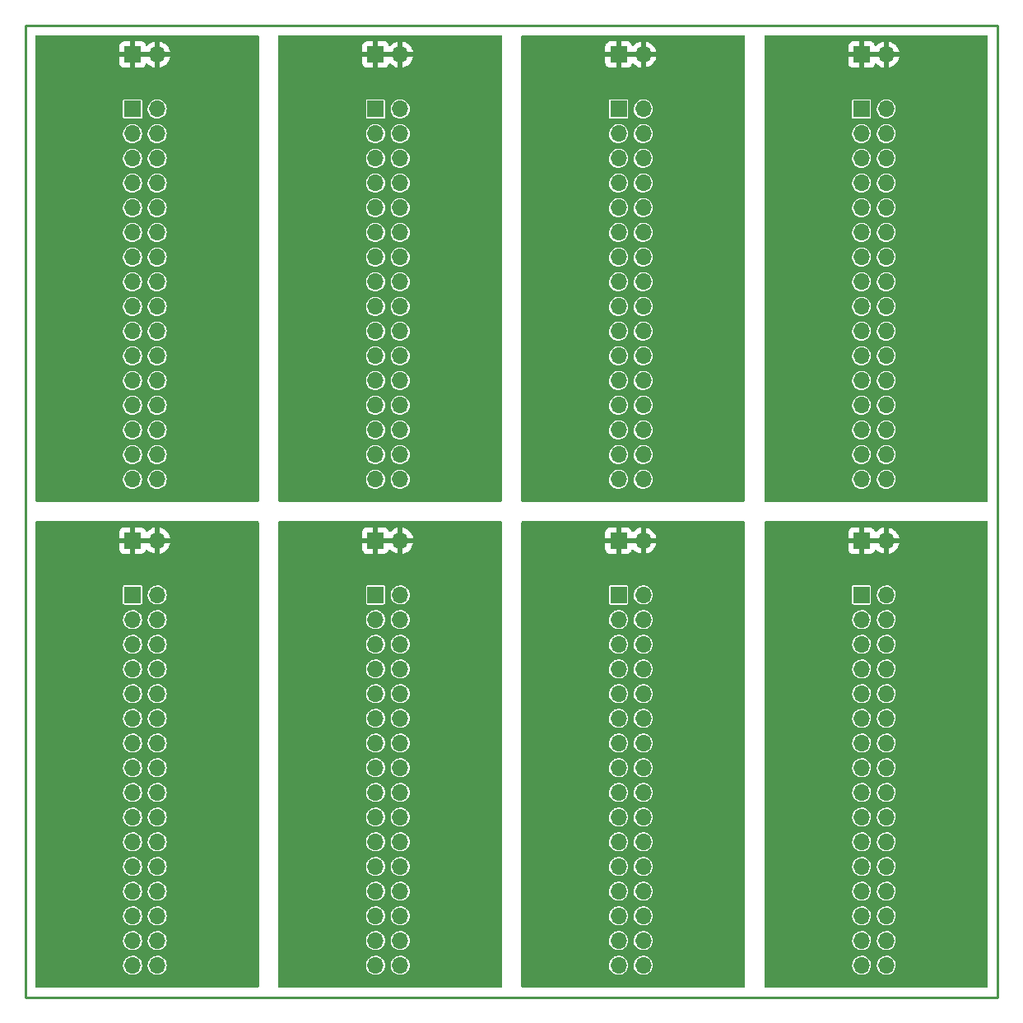
<source format=gbr>
%TF.GenerationSoftware,KiCad,Pcbnew,(5.99.0-8510-g4da28cf8f4)*%
%TF.CreationDate,2021-03-01T14:47:09+00:00*%
%TF.ProjectId,test_ledout,74657374-5f6c-4656-946f-75742e6b6963,D*%
%TF.SameCoordinates,PX5f5e100PY5f5e100*%
%TF.FileFunction,Copper,L6,Bot*%
%TF.FilePolarity,Positive*%
%FSLAX46Y46*%
G04 Gerber Fmt 4.6, Leading zero omitted, Abs format (unit mm)*
G04 Created by KiCad (PCBNEW (5.99.0-8510-g4da28cf8f4)) date 2021-03-01 14:47:09*
%MOMM*%
%LPD*%
G01*
G04 APERTURE LIST*
%TA.AperFunction,Profile*%
%ADD10C,0.254000*%
%TD*%
%TA.AperFunction,ComponentPad*%
%ADD11R,1.700000X1.700000*%
%TD*%
%TA.AperFunction,ComponentPad*%
%ADD12O,1.700000X1.700000*%
%TD*%
G04 APERTURE END LIST*
D10*
X37000000Y-10000000D02*
X137000000Y-10000000D01*
X37000000Y90000000D02*
X37000000Y-10000000D01*
X137000000Y90000000D02*
X37000000Y90000000D01*
X137000000Y-10000000D02*
X137000000Y90000000D01*
D11*
%TO.P,REF\u002A\u002A,1*%
%TO.N,gnd*%
X98000000Y37000000D03*
D12*
%TO.P,REF\u002A\u002A,2*%
X100540000Y37000000D03*
%TD*%
D11*
%TO.P,REF\u002A\u002A,1*%
%TO.N,N/C*%
X98000000Y31400000D03*
D12*
%TO.P,REF\u002A\u002A,2*%
X100540000Y31400000D03*
%TO.P,REF\u002A\u002A,3*%
X98000000Y28860000D03*
%TO.P,REF\u002A\u002A,4*%
X100540000Y28860000D03*
%TO.P,REF\u002A\u002A,5*%
X98000000Y26320000D03*
%TO.P,REF\u002A\u002A,6*%
X100540000Y26320000D03*
%TO.P,REF\u002A\u002A,7*%
X98000000Y23780000D03*
%TO.P,REF\u002A\u002A,8*%
X100540000Y23780000D03*
%TO.P,REF\u002A\u002A,9*%
X98000000Y21240000D03*
%TO.P,REF\u002A\u002A,10*%
X100540000Y21240000D03*
%TO.P,REF\u002A\u002A,11*%
X98000000Y18700000D03*
%TO.P,REF\u002A\u002A,12*%
X100540000Y18700000D03*
%TO.P,REF\u002A\u002A,13*%
X98000000Y16160000D03*
%TO.P,REF\u002A\u002A,14*%
X100540000Y16160000D03*
%TO.P,REF\u002A\u002A,15*%
X98000000Y13620000D03*
%TO.P,REF\u002A\u002A,16*%
X100540000Y13620000D03*
%TO.P,REF\u002A\u002A,17*%
X98000000Y11080000D03*
%TO.P,REF\u002A\u002A,18*%
X100540000Y11080000D03*
%TO.P,REF\u002A\u002A,19*%
X98000000Y8540000D03*
%TO.P,REF\u002A\u002A,20*%
X100540000Y8540000D03*
%TO.P,REF\u002A\u002A,21*%
X98000000Y6000000D03*
%TO.P,REF\u002A\u002A,22*%
X100540000Y6000000D03*
%TO.P,REF\u002A\u002A,23*%
X98000000Y3460000D03*
%TO.P,REF\u002A\u002A,24*%
X100540000Y3460000D03*
%TO.P,REF\u002A\u002A,25*%
X98000000Y920000D03*
%TO.P,REF\u002A\u002A,26*%
X100540000Y920000D03*
%TO.P,REF\u002A\u002A,27*%
X98000000Y-1620000D03*
%TO.P,REF\u002A\u002A,28*%
X100540000Y-1620000D03*
%TO.P,REF\u002A\u002A,29*%
X98000000Y-4160000D03*
%TO.P,REF\u002A\u002A,30*%
X100540000Y-4160000D03*
%TO.P,REF\u002A\u002A,31*%
X98000000Y-6700000D03*
%TO.P,REF\u002A\u002A,32*%
X100540000Y-6700000D03*
%TD*%
%TO.P,REF\u002A\u002A,32*%
%TO.N,N/C*%
X125540000Y-6700000D03*
%TO.P,REF\u002A\u002A,31*%
X123000000Y-6700000D03*
%TO.P,REF\u002A\u002A,30*%
X125540000Y-4160000D03*
%TO.P,REF\u002A\u002A,29*%
X123000000Y-4160000D03*
%TO.P,REF\u002A\u002A,28*%
X125540000Y-1620000D03*
%TO.P,REF\u002A\u002A,27*%
X123000000Y-1620000D03*
%TO.P,REF\u002A\u002A,26*%
X125540000Y920000D03*
%TO.P,REF\u002A\u002A,25*%
X123000000Y920000D03*
%TO.P,REF\u002A\u002A,24*%
X125540000Y3460000D03*
%TO.P,REF\u002A\u002A,23*%
X123000000Y3460000D03*
%TO.P,REF\u002A\u002A,22*%
X125540000Y6000000D03*
%TO.P,REF\u002A\u002A,21*%
X123000000Y6000000D03*
%TO.P,REF\u002A\u002A,20*%
X125540000Y8540000D03*
%TO.P,REF\u002A\u002A,19*%
X123000000Y8540000D03*
%TO.P,REF\u002A\u002A,18*%
X125540000Y11080000D03*
%TO.P,REF\u002A\u002A,17*%
X123000000Y11080000D03*
%TO.P,REF\u002A\u002A,16*%
X125540000Y13620000D03*
%TO.P,REF\u002A\u002A,15*%
X123000000Y13620000D03*
%TO.P,REF\u002A\u002A,14*%
X125540000Y16160000D03*
%TO.P,REF\u002A\u002A,13*%
X123000000Y16160000D03*
%TO.P,REF\u002A\u002A,12*%
X125540000Y18700000D03*
%TO.P,REF\u002A\u002A,11*%
X123000000Y18700000D03*
%TO.P,REF\u002A\u002A,10*%
X125540000Y21240000D03*
%TO.P,REF\u002A\u002A,9*%
X123000000Y21240000D03*
%TO.P,REF\u002A\u002A,8*%
X125540000Y23780000D03*
%TO.P,REF\u002A\u002A,7*%
X123000000Y23780000D03*
%TO.P,REF\u002A\u002A,6*%
X125540000Y26320000D03*
%TO.P,REF\u002A\u002A,5*%
X123000000Y26320000D03*
%TO.P,REF\u002A\u002A,4*%
X125540000Y28860000D03*
%TO.P,REF\u002A\u002A,3*%
X123000000Y28860000D03*
%TO.P,REF\u002A\u002A,2*%
X125540000Y31400000D03*
D11*
%TO.P,REF\u002A\u002A,1*%
X123000000Y31400000D03*
%TD*%
D12*
%TO.P,REF\u002A\u002A,2*%
%TO.N,gnd*%
X125540000Y37000000D03*
D11*
%TO.P,REF\u002A\u002A,1*%
X123000000Y37000000D03*
%TD*%
D12*
%TO.P,REF\u002A\u002A,2*%
%TO.N,gnd*%
X100540000Y87000000D03*
D11*
%TO.P,REF\u002A\u002A,1*%
X98000000Y87000000D03*
%TD*%
%TO.P,REF\u002A\u002A,1*%
%TO.N,N/C*%
X123000000Y81400000D03*
D12*
%TO.P,REF\u002A\u002A,2*%
X125540000Y81400000D03*
%TO.P,REF\u002A\u002A,3*%
X123000000Y78860000D03*
%TO.P,REF\u002A\u002A,4*%
X125540000Y78860000D03*
%TO.P,REF\u002A\u002A,5*%
X123000000Y76320000D03*
%TO.P,REF\u002A\u002A,6*%
X125540000Y76320000D03*
%TO.P,REF\u002A\u002A,7*%
X123000000Y73780000D03*
%TO.P,REF\u002A\u002A,8*%
X125540000Y73780000D03*
%TO.P,REF\u002A\u002A,9*%
X123000000Y71240000D03*
%TO.P,REF\u002A\u002A,10*%
X125540000Y71240000D03*
%TO.P,REF\u002A\u002A,11*%
X123000000Y68700000D03*
%TO.P,REF\u002A\u002A,12*%
X125540000Y68700000D03*
%TO.P,REF\u002A\u002A,13*%
X123000000Y66160000D03*
%TO.P,REF\u002A\u002A,14*%
X125540000Y66160000D03*
%TO.P,REF\u002A\u002A,15*%
X123000000Y63620000D03*
%TO.P,REF\u002A\u002A,16*%
X125540000Y63620000D03*
%TO.P,REF\u002A\u002A,17*%
X123000000Y61080000D03*
%TO.P,REF\u002A\u002A,18*%
X125540000Y61080000D03*
%TO.P,REF\u002A\u002A,19*%
X123000000Y58540000D03*
%TO.P,REF\u002A\u002A,20*%
X125540000Y58540000D03*
%TO.P,REF\u002A\u002A,21*%
X123000000Y56000000D03*
%TO.P,REF\u002A\u002A,22*%
X125540000Y56000000D03*
%TO.P,REF\u002A\u002A,23*%
X123000000Y53460000D03*
%TO.P,REF\u002A\u002A,24*%
X125540000Y53460000D03*
%TO.P,REF\u002A\u002A,25*%
X123000000Y50920000D03*
%TO.P,REF\u002A\u002A,26*%
X125540000Y50920000D03*
%TO.P,REF\u002A\u002A,27*%
X123000000Y48380000D03*
%TO.P,REF\u002A\u002A,28*%
X125540000Y48380000D03*
%TO.P,REF\u002A\u002A,29*%
X123000000Y45840000D03*
%TO.P,REF\u002A\u002A,30*%
X125540000Y45840000D03*
%TO.P,REF\u002A\u002A,31*%
X123000000Y43300000D03*
%TO.P,REF\u002A\u002A,32*%
X125540000Y43300000D03*
%TD*%
D11*
%TO.P,REF\u002A\u002A,1*%
%TO.N,gnd*%
X123000000Y87000000D03*
D12*
%TO.P,REF\u002A\u002A,2*%
X125540000Y87000000D03*
%TD*%
%TO.P,REF\u002A\u002A,32*%
%TO.N,N/C*%
X100540000Y43300000D03*
%TO.P,REF\u002A\u002A,31*%
X98000000Y43300000D03*
%TO.P,REF\u002A\u002A,30*%
X100540000Y45840000D03*
%TO.P,REF\u002A\u002A,29*%
X98000000Y45840000D03*
%TO.P,REF\u002A\u002A,28*%
X100540000Y48380000D03*
%TO.P,REF\u002A\u002A,27*%
X98000000Y48380000D03*
%TO.P,REF\u002A\u002A,26*%
X100540000Y50920000D03*
%TO.P,REF\u002A\u002A,25*%
X98000000Y50920000D03*
%TO.P,REF\u002A\u002A,24*%
X100540000Y53460000D03*
%TO.P,REF\u002A\u002A,23*%
X98000000Y53460000D03*
%TO.P,REF\u002A\u002A,22*%
X100540000Y56000000D03*
%TO.P,REF\u002A\u002A,21*%
X98000000Y56000000D03*
%TO.P,REF\u002A\u002A,20*%
X100540000Y58540000D03*
%TO.P,REF\u002A\u002A,19*%
X98000000Y58540000D03*
%TO.P,REF\u002A\u002A,18*%
X100540000Y61080000D03*
%TO.P,REF\u002A\u002A,17*%
X98000000Y61080000D03*
%TO.P,REF\u002A\u002A,16*%
X100540000Y63620000D03*
%TO.P,REF\u002A\u002A,15*%
X98000000Y63620000D03*
%TO.P,REF\u002A\u002A,14*%
X100540000Y66160000D03*
%TO.P,REF\u002A\u002A,13*%
X98000000Y66160000D03*
%TO.P,REF\u002A\u002A,12*%
X100540000Y68700000D03*
%TO.P,REF\u002A\u002A,11*%
X98000000Y68700000D03*
%TO.P,REF\u002A\u002A,10*%
X100540000Y71240000D03*
%TO.P,REF\u002A\u002A,9*%
X98000000Y71240000D03*
%TO.P,REF\u002A\u002A,8*%
X100540000Y73780000D03*
%TO.P,REF\u002A\u002A,7*%
X98000000Y73780000D03*
%TO.P,REF\u002A\u002A,6*%
X100540000Y76320000D03*
%TO.P,REF\u002A\u002A,5*%
X98000000Y76320000D03*
%TO.P,REF\u002A\u002A,4*%
X100540000Y78860000D03*
%TO.P,REF\u002A\u002A,3*%
X98000000Y78860000D03*
%TO.P,REF\u002A\u002A,2*%
X100540000Y81400000D03*
D11*
%TO.P,REF\u002A\u002A,1*%
X98000000Y81400000D03*
%TD*%
%TO.P,REF\u002A\u002A,1*%
%TO.N,gnd*%
X73000000Y37000000D03*
D12*
%TO.P,REF\u002A\u002A,2*%
X75540000Y37000000D03*
%TD*%
D11*
%TO.P,REF\u002A\u002A,1*%
%TO.N,N/C*%
X73000000Y31400000D03*
D12*
%TO.P,REF\u002A\u002A,2*%
X75540000Y31400000D03*
%TO.P,REF\u002A\u002A,3*%
X73000000Y28860000D03*
%TO.P,REF\u002A\u002A,4*%
X75540000Y28860000D03*
%TO.P,REF\u002A\u002A,5*%
X73000000Y26320000D03*
%TO.P,REF\u002A\u002A,6*%
X75540000Y26320000D03*
%TO.P,REF\u002A\u002A,7*%
X73000000Y23780000D03*
%TO.P,REF\u002A\u002A,8*%
X75540000Y23780000D03*
%TO.P,REF\u002A\u002A,9*%
X73000000Y21240000D03*
%TO.P,REF\u002A\u002A,10*%
X75540000Y21240000D03*
%TO.P,REF\u002A\u002A,11*%
X73000000Y18700000D03*
%TO.P,REF\u002A\u002A,12*%
X75540000Y18700000D03*
%TO.P,REF\u002A\u002A,13*%
X73000000Y16160000D03*
%TO.P,REF\u002A\u002A,14*%
X75540000Y16160000D03*
%TO.P,REF\u002A\u002A,15*%
X73000000Y13620000D03*
%TO.P,REF\u002A\u002A,16*%
X75540000Y13620000D03*
%TO.P,REF\u002A\u002A,17*%
X73000000Y11080000D03*
%TO.P,REF\u002A\u002A,18*%
X75540000Y11080000D03*
%TO.P,REF\u002A\u002A,19*%
X73000000Y8540000D03*
%TO.P,REF\u002A\u002A,20*%
X75540000Y8540000D03*
%TO.P,REF\u002A\u002A,21*%
X73000000Y6000000D03*
%TO.P,REF\u002A\u002A,22*%
X75540000Y6000000D03*
%TO.P,REF\u002A\u002A,23*%
X73000000Y3460000D03*
%TO.P,REF\u002A\u002A,24*%
X75540000Y3460000D03*
%TO.P,REF\u002A\u002A,25*%
X73000000Y920000D03*
%TO.P,REF\u002A\u002A,26*%
X75540000Y920000D03*
%TO.P,REF\u002A\u002A,27*%
X73000000Y-1620000D03*
%TO.P,REF\u002A\u002A,28*%
X75540000Y-1620000D03*
%TO.P,REF\u002A\u002A,29*%
X73000000Y-4160000D03*
%TO.P,REF\u002A\u002A,30*%
X75540000Y-4160000D03*
%TO.P,REF\u002A\u002A,31*%
X73000000Y-6700000D03*
%TO.P,REF\u002A\u002A,32*%
X75540000Y-6700000D03*
%TD*%
%TO.P,REF\u002A\u002A,2*%
%TO.N,gnd*%
X75540000Y87000000D03*
D11*
%TO.P,REF\u002A\u002A,1*%
X73000000Y87000000D03*
%TD*%
D12*
%TO.P,REF\u002A\u002A,32*%
%TO.N,N/C*%
X75540000Y43300000D03*
%TO.P,REF\u002A\u002A,31*%
X73000000Y43300000D03*
%TO.P,REF\u002A\u002A,30*%
X75540000Y45840000D03*
%TO.P,REF\u002A\u002A,29*%
X73000000Y45840000D03*
%TO.P,REF\u002A\u002A,28*%
X75540000Y48380000D03*
%TO.P,REF\u002A\u002A,27*%
X73000000Y48380000D03*
%TO.P,REF\u002A\u002A,26*%
X75540000Y50920000D03*
%TO.P,REF\u002A\u002A,25*%
X73000000Y50920000D03*
%TO.P,REF\u002A\u002A,24*%
X75540000Y53460000D03*
%TO.P,REF\u002A\u002A,23*%
X73000000Y53460000D03*
%TO.P,REF\u002A\u002A,22*%
X75540000Y56000000D03*
%TO.P,REF\u002A\u002A,21*%
X73000000Y56000000D03*
%TO.P,REF\u002A\u002A,20*%
X75540000Y58540000D03*
%TO.P,REF\u002A\u002A,19*%
X73000000Y58540000D03*
%TO.P,REF\u002A\u002A,18*%
X75540000Y61080000D03*
%TO.P,REF\u002A\u002A,17*%
X73000000Y61080000D03*
%TO.P,REF\u002A\u002A,16*%
X75540000Y63620000D03*
%TO.P,REF\u002A\u002A,15*%
X73000000Y63620000D03*
%TO.P,REF\u002A\u002A,14*%
X75540000Y66160000D03*
%TO.P,REF\u002A\u002A,13*%
X73000000Y66160000D03*
%TO.P,REF\u002A\u002A,12*%
X75540000Y68700000D03*
%TO.P,REF\u002A\u002A,11*%
X73000000Y68700000D03*
%TO.P,REF\u002A\u002A,10*%
X75540000Y71240000D03*
%TO.P,REF\u002A\u002A,9*%
X73000000Y71240000D03*
%TO.P,REF\u002A\u002A,8*%
X75540000Y73780000D03*
%TO.P,REF\u002A\u002A,7*%
X73000000Y73780000D03*
%TO.P,REF\u002A\u002A,6*%
X75540000Y76320000D03*
%TO.P,REF\u002A\u002A,5*%
X73000000Y76320000D03*
%TO.P,REF\u002A\u002A,4*%
X75540000Y78860000D03*
%TO.P,REF\u002A\u002A,3*%
X73000000Y78860000D03*
%TO.P,REF\u002A\u002A,2*%
X75540000Y81400000D03*
D11*
%TO.P,REF\u002A\u002A,1*%
X73000000Y81400000D03*
%TD*%
%TO.P,REF\u002A\u002A,1*%
%TO.N,gnd*%
X48000000Y87000000D03*
D12*
%TO.P,REF\u002A\u002A,2*%
X50540000Y87000000D03*
%TD*%
D11*
%TO.P,REF\u002A\u002A,1*%
%TO.N,N/C*%
X48000000Y81400000D03*
D12*
%TO.P,REF\u002A\u002A,2*%
X50540000Y81400000D03*
%TO.P,REF\u002A\u002A,3*%
X48000000Y78860000D03*
%TO.P,REF\u002A\u002A,4*%
X50540000Y78860000D03*
%TO.P,REF\u002A\u002A,5*%
X48000000Y76320000D03*
%TO.P,REF\u002A\u002A,6*%
X50540000Y76320000D03*
%TO.P,REF\u002A\u002A,7*%
X48000000Y73780000D03*
%TO.P,REF\u002A\u002A,8*%
X50540000Y73780000D03*
%TO.P,REF\u002A\u002A,9*%
X48000000Y71240000D03*
%TO.P,REF\u002A\u002A,10*%
X50540000Y71240000D03*
%TO.P,REF\u002A\u002A,11*%
X48000000Y68700000D03*
%TO.P,REF\u002A\u002A,12*%
X50540000Y68700000D03*
%TO.P,REF\u002A\u002A,13*%
X48000000Y66160000D03*
%TO.P,REF\u002A\u002A,14*%
X50540000Y66160000D03*
%TO.P,REF\u002A\u002A,15*%
X48000000Y63620000D03*
%TO.P,REF\u002A\u002A,16*%
X50540000Y63620000D03*
%TO.P,REF\u002A\u002A,17*%
X48000000Y61080000D03*
%TO.P,REF\u002A\u002A,18*%
X50540000Y61080000D03*
%TO.P,REF\u002A\u002A,19*%
X48000000Y58540000D03*
%TO.P,REF\u002A\u002A,20*%
X50540000Y58540000D03*
%TO.P,REF\u002A\u002A,21*%
X48000000Y56000000D03*
%TO.P,REF\u002A\u002A,22*%
X50540000Y56000000D03*
%TO.P,REF\u002A\u002A,23*%
X48000000Y53460000D03*
%TO.P,REF\u002A\u002A,24*%
X50540000Y53460000D03*
%TO.P,REF\u002A\u002A,25*%
X48000000Y50920000D03*
%TO.P,REF\u002A\u002A,26*%
X50540000Y50920000D03*
%TO.P,REF\u002A\u002A,27*%
X48000000Y48380000D03*
%TO.P,REF\u002A\u002A,28*%
X50540000Y48380000D03*
%TO.P,REF\u002A\u002A,29*%
X48000000Y45840000D03*
%TO.P,REF\u002A\u002A,30*%
X50540000Y45840000D03*
%TO.P,REF\u002A\u002A,31*%
X48000000Y43300000D03*
%TO.P,REF\u002A\u002A,32*%
X50540000Y43300000D03*
%TD*%
%TO.P,REF\u002A\u002A,2*%
%TO.N,gnd*%
X50540000Y37000000D03*
D11*
%TO.P,REF\u002A\u002A,1*%
X48000000Y37000000D03*
%TD*%
D12*
%TO.P,REF\u002A\u002A,32*%
%TO.N,N/C*%
X50540000Y-6700000D03*
%TO.P,REF\u002A\u002A,31*%
X48000000Y-6700000D03*
%TO.P,REF\u002A\u002A,30*%
X50540000Y-4160000D03*
%TO.P,REF\u002A\u002A,29*%
X48000000Y-4160000D03*
%TO.P,REF\u002A\u002A,28*%
X50540000Y-1620000D03*
%TO.P,REF\u002A\u002A,27*%
X48000000Y-1620000D03*
%TO.P,REF\u002A\u002A,26*%
X50540000Y920000D03*
%TO.P,REF\u002A\u002A,25*%
X48000000Y920000D03*
%TO.P,REF\u002A\u002A,24*%
X50540000Y3460000D03*
%TO.P,REF\u002A\u002A,23*%
X48000000Y3460000D03*
%TO.P,REF\u002A\u002A,22*%
X50540000Y6000000D03*
%TO.P,REF\u002A\u002A,21*%
X48000000Y6000000D03*
%TO.P,REF\u002A\u002A,20*%
X50540000Y8540000D03*
%TO.P,REF\u002A\u002A,19*%
X48000000Y8540000D03*
%TO.P,REF\u002A\u002A,18*%
X50540000Y11080000D03*
%TO.P,REF\u002A\u002A,17*%
X48000000Y11080000D03*
%TO.P,REF\u002A\u002A,16*%
X50540000Y13620000D03*
%TO.P,REF\u002A\u002A,15*%
X48000000Y13620000D03*
%TO.P,REF\u002A\u002A,14*%
X50540000Y16160000D03*
%TO.P,REF\u002A\u002A,13*%
X48000000Y16160000D03*
%TO.P,REF\u002A\u002A,12*%
X50540000Y18700000D03*
%TO.P,REF\u002A\u002A,11*%
X48000000Y18700000D03*
%TO.P,REF\u002A\u002A,10*%
X50540000Y21240000D03*
%TO.P,REF\u002A\u002A,9*%
X48000000Y21240000D03*
%TO.P,REF\u002A\u002A,8*%
X50540000Y23780000D03*
%TO.P,REF\u002A\u002A,7*%
X48000000Y23780000D03*
%TO.P,REF\u002A\u002A,6*%
X50540000Y26320000D03*
%TO.P,REF\u002A\u002A,5*%
X48000000Y26320000D03*
%TO.P,REF\u002A\u002A,4*%
X50540000Y28860000D03*
%TO.P,REF\u002A\u002A,3*%
X48000000Y28860000D03*
%TO.P,REF\u002A\u002A,2*%
X50540000Y31400000D03*
D11*
%TO.P,REF\u002A\u002A,1*%
X48000000Y31400000D03*
%TD*%
%TA.AperFunction,Conductor*%
%TO.N,gnd*%
G36*
X60942121Y88979998D02*
G01*
X60988614Y88926342D01*
X61000000Y88874000D01*
X61000000Y41126000D01*
X60979998Y41057879D01*
X60926342Y41011386D01*
X60874000Y41000000D01*
X38126000Y41000000D01*
X38057879Y41020002D01*
X38011386Y41073658D01*
X38000000Y41126000D01*
X38000000Y43204125D01*
X47022189Y43204125D01*
X47061439Y43009467D01*
X47139029Y42826677D01*
X47251789Y42663222D01*
X47395113Y42525779D01*
X47563146Y42419963D01*
X47569120Y42417718D01*
X47569121Y42417717D01*
X47682274Y42375186D01*
X47749025Y42350096D01*
X47755323Y42349098D01*
X47755325Y42349098D01*
X47835742Y42336361D01*
X47945155Y42319032D01*
X48143527Y42328040D01*
X48149712Y42329605D01*
X48329847Y42375186D01*
X48329849Y42375187D01*
X48336035Y42376752D01*
X48341782Y42379530D01*
X48509068Y42460399D01*
X48509070Y42460400D01*
X48514816Y42463178D01*
X48519885Y42467054D01*
X48519889Y42467056D01*
X48667494Y42579909D01*
X48672568Y42583788D01*
X48802845Y42733655D01*
X48900326Y42906657D01*
X48961030Y43095727D01*
X48972806Y43204125D01*
X49562189Y43204125D01*
X49601439Y43009467D01*
X49679029Y42826677D01*
X49791789Y42663222D01*
X49935113Y42525779D01*
X50103146Y42419963D01*
X50109120Y42417718D01*
X50109121Y42417717D01*
X50222274Y42375186D01*
X50289025Y42350096D01*
X50295323Y42349098D01*
X50295325Y42349098D01*
X50375742Y42336361D01*
X50485155Y42319032D01*
X50683527Y42328040D01*
X50689712Y42329605D01*
X50869847Y42375186D01*
X50869849Y42375187D01*
X50876035Y42376752D01*
X50881782Y42379530D01*
X51049068Y42460399D01*
X51049070Y42460400D01*
X51054816Y42463178D01*
X51059885Y42467054D01*
X51059889Y42467056D01*
X51207494Y42579909D01*
X51212568Y42583788D01*
X51342845Y42733655D01*
X51440326Y42906657D01*
X51501030Y43095727D01*
X51522476Y43293141D01*
X51522500Y43300000D01*
X51512717Y43396311D01*
X51503078Y43491213D01*
X51503077Y43491217D01*
X51502433Y43497559D01*
X51443050Y43687048D01*
X51346779Y43860726D01*
X51217551Y44011499D01*
X51126935Y44081788D01*
X51065690Y44129295D01*
X51065687Y44129297D01*
X51060646Y44133207D01*
X51054920Y44136025D01*
X51054916Y44136027D01*
X50888204Y44218060D01*
X50888200Y44218062D01*
X50882472Y44220880D01*
X50690309Y44270934D01*
X50602609Y44275530D01*
X50498387Y44280993D01*
X50498382Y44280993D01*
X50492005Y44281327D01*
X50343386Y44258850D01*
X50301976Y44252588D01*
X50301975Y44252588D01*
X50295662Y44251633D01*
X50289676Y44249430D01*
X50289670Y44249429D01*
X50212078Y44220880D01*
X50109300Y44183065D01*
X50103884Y44179707D01*
X50103880Y44179705D01*
X49945955Y44081788D01*
X49945951Y44081785D01*
X49940532Y44078425D01*
X49796252Y43941986D01*
X49792590Y43936756D01*
X49792589Y43936755D01*
X49739353Y43860726D01*
X49682354Y43779322D01*
X49603490Y43597078D01*
X49602185Y43590831D01*
X49581374Y43491213D01*
X49562882Y43402699D01*
X49562189Y43204125D01*
X48972806Y43204125D01*
X48982476Y43293141D01*
X48982500Y43300000D01*
X48972717Y43396311D01*
X48963078Y43491213D01*
X48963077Y43491217D01*
X48962433Y43497559D01*
X48903050Y43687048D01*
X48806779Y43860726D01*
X48677551Y44011499D01*
X48586935Y44081788D01*
X48525690Y44129295D01*
X48525687Y44129297D01*
X48520646Y44133207D01*
X48514920Y44136025D01*
X48514916Y44136027D01*
X48348204Y44218060D01*
X48348200Y44218062D01*
X48342472Y44220880D01*
X48150309Y44270934D01*
X48062609Y44275530D01*
X47958387Y44280993D01*
X47958382Y44280993D01*
X47952005Y44281327D01*
X47803386Y44258850D01*
X47761976Y44252588D01*
X47761975Y44252588D01*
X47755662Y44251633D01*
X47749676Y44249430D01*
X47749670Y44249429D01*
X47672078Y44220880D01*
X47569300Y44183065D01*
X47563884Y44179707D01*
X47563880Y44179705D01*
X47405955Y44081788D01*
X47405951Y44081785D01*
X47400532Y44078425D01*
X47256252Y43941986D01*
X47252590Y43936756D01*
X47252589Y43936755D01*
X47199353Y43860726D01*
X47142354Y43779322D01*
X47063490Y43597078D01*
X47062185Y43590831D01*
X47041374Y43491213D01*
X47022882Y43402699D01*
X47022189Y43204125D01*
X38000000Y43204125D01*
X38000000Y45744125D01*
X47022189Y45744125D01*
X47061439Y45549467D01*
X47139029Y45366677D01*
X47251789Y45203222D01*
X47395113Y45065779D01*
X47563146Y44959963D01*
X47569120Y44957718D01*
X47569121Y44957717D01*
X47682274Y44915186D01*
X47749025Y44890096D01*
X47755323Y44889098D01*
X47755325Y44889098D01*
X47835742Y44876361D01*
X47945155Y44859032D01*
X48143527Y44868040D01*
X48149712Y44869605D01*
X48329847Y44915186D01*
X48329849Y44915187D01*
X48336035Y44916752D01*
X48341782Y44919530D01*
X48509068Y45000399D01*
X48509070Y45000400D01*
X48514816Y45003178D01*
X48519885Y45007054D01*
X48519889Y45007056D01*
X48667494Y45119909D01*
X48672568Y45123788D01*
X48802845Y45273655D01*
X48900326Y45446657D01*
X48961030Y45635727D01*
X48972806Y45744125D01*
X49562189Y45744125D01*
X49601439Y45549467D01*
X49679029Y45366677D01*
X49791789Y45203222D01*
X49935113Y45065779D01*
X50103146Y44959963D01*
X50109120Y44957718D01*
X50109121Y44957717D01*
X50222274Y44915186D01*
X50289025Y44890096D01*
X50295323Y44889098D01*
X50295325Y44889098D01*
X50375742Y44876361D01*
X50485155Y44859032D01*
X50683527Y44868040D01*
X50689712Y44869605D01*
X50869847Y44915186D01*
X50869849Y44915187D01*
X50876035Y44916752D01*
X50881782Y44919530D01*
X51049068Y45000399D01*
X51049070Y45000400D01*
X51054816Y45003178D01*
X51059885Y45007054D01*
X51059889Y45007056D01*
X51207494Y45119909D01*
X51212568Y45123788D01*
X51342845Y45273655D01*
X51440326Y45446657D01*
X51501030Y45635727D01*
X51522476Y45833141D01*
X51522500Y45840000D01*
X51512717Y45936311D01*
X51503078Y46031213D01*
X51503077Y46031217D01*
X51502433Y46037559D01*
X51443050Y46227048D01*
X51346779Y46400726D01*
X51217551Y46551499D01*
X51126935Y46621788D01*
X51065690Y46669295D01*
X51065687Y46669297D01*
X51060646Y46673207D01*
X51054920Y46676025D01*
X51054916Y46676027D01*
X50888204Y46758060D01*
X50888200Y46758062D01*
X50882472Y46760880D01*
X50690309Y46810934D01*
X50602609Y46815530D01*
X50498387Y46820993D01*
X50498382Y46820993D01*
X50492005Y46821327D01*
X50343386Y46798850D01*
X50301976Y46792588D01*
X50301975Y46792588D01*
X50295662Y46791633D01*
X50289676Y46789430D01*
X50289670Y46789429D01*
X50212078Y46760880D01*
X50109300Y46723065D01*
X50103884Y46719707D01*
X50103880Y46719705D01*
X49945955Y46621788D01*
X49945951Y46621785D01*
X49940532Y46618425D01*
X49796252Y46481986D01*
X49792590Y46476756D01*
X49792589Y46476755D01*
X49739353Y46400726D01*
X49682354Y46319322D01*
X49603490Y46137078D01*
X49602185Y46130831D01*
X49581374Y46031213D01*
X49562882Y45942699D01*
X49562189Y45744125D01*
X48972806Y45744125D01*
X48982476Y45833141D01*
X48982500Y45840000D01*
X48972717Y45936311D01*
X48963078Y46031213D01*
X48963077Y46031217D01*
X48962433Y46037559D01*
X48903050Y46227048D01*
X48806779Y46400726D01*
X48677551Y46551499D01*
X48586935Y46621788D01*
X48525690Y46669295D01*
X48525687Y46669297D01*
X48520646Y46673207D01*
X48514920Y46676025D01*
X48514916Y46676027D01*
X48348204Y46758060D01*
X48348200Y46758062D01*
X48342472Y46760880D01*
X48150309Y46810934D01*
X48062609Y46815530D01*
X47958387Y46820993D01*
X47958382Y46820993D01*
X47952005Y46821327D01*
X47803386Y46798850D01*
X47761976Y46792588D01*
X47761975Y46792588D01*
X47755662Y46791633D01*
X47749676Y46789430D01*
X47749670Y46789429D01*
X47672078Y46760880D01*
X47569300Y46723065D01*
X47563884Y46719707D01*
X47563880Y46719705D01*
X47405955Y46621788D01*
X47405951Y46621785D01*
X47400532Y46618425D01*
X47256252Y46481986D01*
X47252590Y46476756D01*
X47252589Y46476755D01*
X47199353Y46400726D01*
X47142354Y46319322D01*
X47063490Y46137078D01*
X47062185Y46130831D01*
X47041374Y46031213D01*
X47022882Y45942699D01*
X47022189Y45744125D01*
X38000000Y45744125D01*
X38000000Y48284125D01*
X47022189Y48284125D01*
X47061439Y48089467D01*
X47139029Y47906677D01*
X47251789Y47743222D01*
X47395113Y47605779D01*
X47563146Y47499963D01*
X47569120Y47497718D01*
X47569121Y47497717D01*
X47682274Y47455186D01*
X47749025Y47430096D01*
X47755323Y47429098D01*
X47755325Y47429098D01*
X47835742Y47416361D01*
X47945155Y47399032D01*
X48143527Y47408040D01*
X48149712Y47409605D01*
X48329847Y47455186D01*
X48329849Y47455187D01*
X48336035Y47456752D01*
X48341782Y47459530D01*
X48509068Y47540399D01*
X48509070Y47540400D01*
X48514816Y47543178D01*
X48519885Y47547054D01*
X48519889Y47547056D01*
X48667494Y47659909D01*
X48672568Y47663788D01*
X48802845Y47813655D01*
X48900326Y47986657D01*
X48961030Y48175727D01*
X48972806Y48284125D01*
X49562189Y48284125D01*
X49601439Y48089467D01*
X49679029Y47906677D01*
X49791789Y47743222D01*
X49935113Y47605779D01*
X50103146Y47499963D01*
X50109120Y47497718D01*
X50109121Y47497717D01*
X50222274Y47455186D01*
X50289025Y47430096D01*
X50295323Y47429098D01*
X50295325Y47429098D01*
X50375742Y47416361D01*
X50485155Y47399032D01*
X50683527Y47408040D01*
X50689712Y47409605D01*
X50869847Y47455186D01*
X50869849Y47455187D01*
X50876035Y47456752D01*
X50881782Y47459530D01*
X51049068Y47540399D01*
X51049070Y47540400D01*
X51054816Y47543178D01*
X51059885Y47547054D01*
X51059889Y47547056D01*
X51207494Y47659909D01*
X51212568Y47663788D01*
X51342845Y47813655D01*
X51440326Y47986657D01*
X51501030Y48175727D01*
X51522476Y48373141D01*
X51522500Y48380000D01*
X51512717Y48476311D01*
X51503078Y48571213D01*
X51503077Y48571217D01*
X51502433Y48577559D01*
X51443050Y48767048D01*
X51346779Y48940726D01*
X51217551Y49091499D01*
X51126935Y49161788D01*
X51065690Y49209295D01*
X51065687Y49209297D01*
X51060646Y49213207D01*
X51054920Y49216025D01*
X51054916Y49216027D01*
X50888204Y49298060D01*
X50888200Y49298062D01*
X50882472Y49300880D01*
X50690309Y49350934D01*
X50602609Y49355530D01*
X50498387Y49360993D01*
X50498382Y49360993D01*
X50492005Y49361327D01*
X50343386Y49338850D01*
X50301976Y49332588D01*
X50301975Y49332588D01*
X50295662Y49331633D01*
X50289676Y49329430D01*
X50289670Y49329429D01*
X50212078Y49300880D01*
X50109300Y49263065D01*
X50103884Y49259707D01*
X50103880Y49259705D01*
X49945955Y49161788D01*
X49945951Y49161785D01*
X49940532Y49158425D01*
X49796252Y49021986D01*
X49792590Y49016756D01*
X49792589Y49016755D01*
X49739353Y48940726D01*
X49682354Y48859322D01*
X49603490Y48677078D01*
X49602185Y48670831D01*
X49581374Y48571213D01*
X49562882Y48482699D01*
X49562189Y48284125D01*
X48972806Y48284125D01*
X48982476Y48373141D01*
X48982500Y48380000D01*
X48972717Y48476311D01*
X48963078Y48571213D01*
X48963077Y48571217D01*
X48962433Y48577559D01*
X48903050Y48767048D01*
X48806779Y48940726D01*
X48677551Y49091499D01*
X48586935Y49161788D01*
X48525690Y49209295D01*
X48525687Y49209297D01*
X48520646Y49213207D01*
X48514920Y49216025D01*
X48514916Y49216027D01*
X48348204Y49298060D01*
X48348200Y49298062D01*
X48342472Y49300880D01*
X48150309Y49350934D01*
X48062609Y49355530D01*
X47958387Y49360993D01*
X47958382Y49360993D01*
X47952005Y49361327D01*
X47803386Y49338850D01*
X47761976Y49332588D01*
X47761975Y49332588D01*
X47755662Y49331633D01*
X47749676Y49329430D01*
X47749670Y49329429D01*
X47672078Y49300880D01*
X47569300Y49263065D01*
X47563884Y49259707D01*
X47563880Y49259705D01*
X47405955Y49161788D01*
X47405951Y49161785D01*
X47400532Y49158425D01*
X47256252Y49021986D01*
X47252590Y49016756D01*
X47252589Y49016755D01*
X47199353Y48940726D01*
X47142354Y48859322D01*
X47063490Y48677078D01*
X47062185Y48670831D01*
X47041374Y48571213D01*
X47022882Y48482699D01*
X47022189Y48284125D01*
X38000000Y48284125D01*
X38000000Y50824125D01*
X47022189Y50824125D01*
X47061439Y50629467D01*
X47139029Y50446677D01*
X47251789Y50283222D01*
X47395113Y50145779D01*
X47563146Y50039963D01*
X47569120Y50037718D01*
X47569121Y50037717D01*
X47682274Y49995186D01*
X47749025Y49970096D01*
X47755323Y49969098D01*
X47755325Y49969098D01*
X47835742Y49956361D01*
X47945155Y49939032D01*
X48143527Y49948040D01*
X48149712Y49949605D01*
X48329847Y49995186D01*
X48329849Y49995187D01*
X48336035Y49996752D01*
X48341782Y49999530D01*
X48509068Y50080399D01*
X48509070Y50080400D01*
X48514816Y50083178D01*
X48519885Y50087054D01*
X48519889Y50087056D01*
X48667494Y50199909D01*
X48672568Y50203788D01*
X48802845Y50353655D01*
X48900326Y50526657D01*
X48961030Y50715727D01*
X48972806Y50824125D01*
X49562189Y50824125D01*
X49601439Y50629467D01*
X49679029Y50446677D01*
X49791789Y50283222D01*
X49935113Y50145779D01*
X50103146Y50039963D01*
X50109120Y50037718D01*
X50109121Y50037717D01*
X50222274Y49995186D01*
X50289025Y49970096D01*
X50295323Y49969098D01*
X50295325Y49969098D01*
X50375742Y49956361D01*
X50485155Y49939032D01*
X50683527Y49948040D01*
X50689712Y49949605D01*
X50869847Y49995186D01*
X50869849Y49995187D01*
X50876035Y49996752D01*
X50881782Y49999530D01*
X51049068Y50080399D01*
X51049070Y50080400D01*
X51054816Y50083178D01*
X51059885Y50087054D01*
X51059889Y50087056D01*
X51207494Y50199909D01*
X51212568Y50203788D01*
X51342845Y50353655D01*
X51440326Y50526657D01*
X51501030Y50715727D01*
X51522476Y50913141D01*
X51522500Y50920000D01*
X51512717Y51016311D01*
X51503078Y51111213D01*
X51503077Y51111217D01*
X51502433Y51117559D01*
X51443050Y51307048D01*
X51346779Y51480726D01*
X51217551Y51631499D01*
X51126935Y51701788D01*
X51065690Y51749295D01*
X51065687Y51749297D01*
X51060646Y51753207D01*
X51054920Y51756025D01*
X51054916Y51756027D01*
X50888204Y51838060D01*
X50888200Y51838062D01*
X50882472Y51840880D01*
X50690309Y51890934D01*
X50602609Y51895530D01*
X50498387Y51900993D01*
X50498382Y51900993D01*
X50492005Y51901327D01*
X50343386Y51878850D01*
X50301976Y51872588D01*
X50301975Y51872588D01*
X50295662Y51871633D01*
X50289676Y51869430D01*
X50289670Y51869429D01*
X50212078Y51840880D01*
X50109300Y51803065D01*
X50103884Y51799707D01*
X50103880Y51799705D01*
X49945955Y51701788D01*
X49945951Y51701785D01*
X49940532Y51698425D01*
X49796252Y51561986D01*
X49792590Y51556756D01*
X49792589Y51556755D01*
X49739353Y51480726D01*
X49682354Y51399322D01*
X49603490Y51217078D01*
X49602185Y51210831D01*
X49581374Y51111213D01*
X49562882Y51022699D01*
X49562189Y50824125D01*
X48972806Y50824125D01*
X48982476Y50913141D01*
X48982500Y50920000D01*
X48972717Y51016311D01*
X48963078Y51111213D01*
X48963077Y51111217D01*
X48962433Y51117559D01*
X48903050Y51307048D01*
X48806779Y51480726D01*
X48677551Y51631499D01*
X48586935Y51701788D01*
X48525690Y51749295D01*
X48525687Y51749297D01*
X48520646Y51753207D01*
X48514920Y51756025D01*
X48514916Y51756027D01*
X48348204Y51838060D01*
X48348200Y51838062D01*
X48342472Y51840880D01*
X48150309Y51890934D01*
X48062609Y51895530D01*
X47958387Y51900993D01*
X47958382Y51900993D01*
X47952005Y51901327D01*
X47803386Y51878850D01*
X47761976Y51872588D01*
X47761975Y51872588D01*
X47755662Y51871633D01*
X47749676Y51869430D01*
X47749670Y51869429D01*
X47672078Y51840880D01*
X47569300Y51803065D01*
X47563884Y51799707D01*
X47563880Y51799705D01*
X47405955Y51701788D01*
X47405951Y51701785D01*
X47400532Y51698425D01*
X47256252Y51561986D01*
X47252590Y51556756D01*
X47252589Y51556755D01*
X47199353Y51480726D01*
X47142354Y51399322D01*
X47063490Y51217078D01*
X47062185Y51210831D01*
X47041374Y51111213D01*
X47022882Y51022699D01*
X47022189Y50824125D01*
X38000000Y50824125D01*
X38000000Y53364125D01*
X47022189Y53364125D01*
X47061439Y53169467D01*
X47139029Y52986677D01*
X47251789Y52823222D01*
X47395113Y52685779D01*
X47563146Y52579963D01*
X47569120Y52577718D01*
X47569121Y52577717D01*
X47682274Y52535186D01*
X47749025Y52510096D01*
X47755323Y52509098D01*
X47755325Y52509098D01*
X47835742Y52496361D01*
X47945155Y52479032D01*
X48143527Y52488040D01*
X48149712Y52489605D01*
X48329847Y52535186D01*
X48329849Y52535187D01*
X48336035Y52536752D01*
X48341782Y52539530D01*
X48509068Y52620399D01*
X48509070Y52620400D01*
X48514816Y52623178D01*
X48519885Y52627054D01*
X48519889Y52627056D01*
X48667494Y52739909D01*
X48672568Y52743788D01*
X48802845Y52893655D01*
X48900326Y53066657D01*
X48961030Y53255727D01*
X48972806Y53364125D01*
X49562189Y53364125D01*
X49601439Y53169467D01*
X49679029Y52986677D01*
X49791789Y52823222D01*
X49935113Y52685779D01*
X50103146Y52579963D01*
X50109120Y52577718D01*
X50109121Y52577717D01*
X50222274Y52535186D01*
X50289025Y52510096D01*
X50295323Y52509098D01*
X50295325Y52509098D01*
X50375742Y52496361D01*
X50485155Y52479032D01*
X50683527Y52488040D01*
X50689712Y52489605D01*
X50869847Y52535186D01*
X50869849Y52535187D01*
X50876035Y52536752D01*
X50881782Y52539530D01*
X51049068Y52620399D01*
X51049070Y52620400D01*
X51054816Y52623178D01*
X51059885Y52627054D01*
X51059889Y52627056D01*
X51207494Y52739909D01*
X51212568Y52743788D01*
X51342845Y52893655D01*
X51440326Y53066657D01*
X51501030Y53255727D01*
X51522476Y53453141D01*
X51522500Y53460000D01*
X51512717Y53556311D01*
X51503078Y53651213D01*
X51503077Y53651217D01*
X51502433Y53657559D01*
X51443050Y53847048D01*
X51346779Y54020726D01*
X51217551Y54171499D01*
X51126935Y54241788D01*
X51065690Y54289295D01*
X51065687Y54289297D01*
X51060646Y54293207D01*
X51054920Y54296025D01*
X51054916Y54296027D01*
X50888204Y54378060D01*
X50888200Y54378062D01*
X50882472Y54380880D01*
X50690309Y54430934D01*
X50602609Y54435530D01*
X50498387Y54440993D01*
X50498382Y54440993D01*
X50492005Y54441327D01*
X50343386Y54418850D01*
X50301976Y54412588D01*
X50301975Y54412588D01*
X50295662Y54411633D01*
X50289676Y54409430D01*
X50289670Y54409429D01*
X50212078Y54380880D01*
X50109300Y54343065D01*
X50103884Y54339707D01*
X50103880Y54339705D01*
X49945955Y54241788D01*
X49945951Y54241785D01*
X49940532Y54238425D01*
X49796252Y54101986D01*
X49792590Y54096756D01*
X49792589Y54096755D01*
X49739353Y54020726D01*
X49682354Y53939322D01*
X49603490Y53757078D01*
X49602185Y53750831D01*
X49581374Y53651213D01*
X49562882Y53562699D01*
X49562189Y53364125D01*
X48972806Y53364125D01*
X48982476Y53453141D01*
X48982500Y53460000D01*
X48972717Y53556311D01*
X48963078Y53651213D01*
X48963077Y53651217D01*
X48962433Y53657559D01*
X48903050Y53847048D01*
X48806779Y54020726D01*
X48677551Y54171499D01*
X48586935Y54241788D01*
X48525690Y54289295D01*
X48525687Y54289297D01*
X48520646Y54293207D01*
X48514920Y54296025D01*
X48514916Y54296027D01*
X48348204Y54378060D01*
X48348200Y54378062D01*
X48342472Y54380880D01*
X48150309Y54430934D01*
X48062609Y54435530D01*
X47958387Y54440993D01*
X47958382Y54440993D01*
X47952005Y54441327D01*
X47803386Y54418850D01*
X47761976Y54412588D01*
X47761975Y54412588D01*
X47755662Y54411633D01*
X47749676Y54409430D01*
X47749670Y54409429D01*
X47672078Y54380880D01*
X47569300Y54343065D01*
X47563884Y54339707D01*
X47563880Y54339705D01*
X47405955Y54241788D01*
X47405951Y54241785D01*
X47400532Y54238425D01*
X47256252Y54101986D01*
X47252590Y54096756D01*
X47252589Y54096755D01*
X47199353Y54020726D01*
X47142354Y53939322D01*
X47063490Y53757078D01*
X47062185Y53750831D01*
X47041374Y53651213D01*
X47022882Y53562699D01*
X47022189Y53364125D01*
X38000000Y53364125D01*
X38000000Y55904125D01*
X47022189Y55904125D01*
X47061439Y55709467D01*
X47139029Y55526677D01*
X47251789Y55363222D01*
X47395113Y55225779D01*
X47563146Y55119963D01*
X47569120Y55117718D01*
X47569121Y55117717D01*
X47682274Y55075186D01*
X47749025Y55050096D01*
X47755323Y55049098D01*
X47755325Y55049098D01*
X47835742Y55036361D01*
X47945155Y55019032D01*
X48143527Y55028040D01*
X48149712Y55029605D01*
X48329847Y55075186D01*
X48329849Y55075187D01*
X48336035Y55076752D01*
X48341782Y55079530D01*
X48509068Y55160399D01*
X48509070Y55160400D01*
X48514816Y55163178D01*
X48519885Y55167054D01*
X48519889Y55167056D01*
X48667494Y55279909D01*
X48672568Y55283788D01*
X48802845Y55433655D01*
X48900326Y55606657D01*
X48961030Y55795727D01*
X48972806Y55904125D01*
X49562189Y55904125D01*
X49601439Y55709467D01*
X49679029Y55526677D01*
X49791789Y55363222D01*
X49935113Y55225779D01*
X50103146Y55119963D01*
X50109120Y55117718D01*
X50109121Y55117717D01*
X50222274Y55075186D01*
X50289025Y55050096D01*
X50295323Y55049098D01*
X50295325Y55049098D01*
X50375742Y55036361D01*
X50485155Y55019032D01*
X50683527Y55028040D01*
X50689712Y55029605D01*
X50869847Y55075186D01*
X50869849Y55075187D01*
X50876035Y55076752D01*
X50881782Y55079530D01*
X51049068Y55160399D01*
X51049070Y55160400D01*
X51054816Y55163178D01*
X51059885Y55167054D01*
X51059889Y55167056D01*
X51207494Y55279909D01*
X51212568Y55283788D01*
X51342845Y55433655D01*
X51440326Y55606657D01*
X51501030Y55795727D01*
X51522476Y55993141D01*
X51522500Y56000000D01*
X51512717Y56096311D01*
X51503078Y56191213D01*
X51503077Y56191217D01*
X51502433Y56197559D01*
X51443050Y56387048D01*
X51346779Y56560726D01*
X51217551Y56711499D01*
X51126935Y56781788D01*
X51065690Y56829295D01*
X51065687Y56829297D01*
X51060646Y56833207D01*
X51054920Y56836025D01*
X51054916Y56836027D01*
X50888204Y56918060D01*
X50888200Y56918062D01*
X50882472Y56920880D01*
X50690309Y56970934D01*
X50602609Y56975530D01*
X50498387Y56980993D01*
X50498382Y56980993D01*
X50492005Y56981327D01*
X50343386Y56958850D01*
X50301976Y56952588D01*
X50301975Y56952588D01*
X50295662Y56951633D01*
X50289676Y56949430D01*
X50289670Y56949429D01*
X50212078Y56920880D01*
X50109300Y56883065D01*
X50103884Y56879707D01*
X50103880Y56879705D01*
X49945955Y56781788D01*
X49945951Y56781785D01*
X49940532Y56778425D01*
X49796252Y56641986D01*
X49792590Y56636756D01*
X49792589Y56636755D01*
X49739353Y56560726D01*
X49682354Y56479322D01*
X49603490Y56297078D01*
X49602185Y56290831D01*
X49581374Y56191213D01*
X49562882Y56102699D01*
X49562189Y55904125D01*
X48972806Y55904125D01*
X48982476Y55993141D01*
X48982500Y56000000D01*
X48972717Y56096311D01*
X48963078Y56191213D01*
X48963077Y56191217D01*
X48962433Y56197559D01*
X48903050Y56387048D01*
X48806779Y56560726D01*
X48677551Y56711499D01*
X48586935Y56781788D01*
X48525690Y56829295D01*
X48525687Y56829297D01*
X48520646Y56833207D01*
X48514920Y56836025D01*
X48514916Y56836027D01*
X48348204Y56918060D01*
X48348200Y56918062D01*
X48342472Y56920880D01*
X48150309Y56970934D01*
X48062609Y56975530D01*
X47958387Y56980993D01*
X47958382Y56980993D01*
X47952005Y56981327D01*
X47803386Y56958850D01*
X47761976Y56952588D01*
X47761975Y56952588D01*
X47755662Y56951633D01*
X47749676Y56949430D01*
X47749670Y56949429D01*
X47672078Y56920880D01*
X47569300Y56883065D01*
X47563884Y56879707D01*
X47563880Y56879705D01*
X47405955Y56781788D01*
X47405951Y56781785D01*
X47400532Y56778425D01*
X47256252Y56641986D01*
X47252590Y56636756D01*
X47252589Y56636755D01*
X47199353Y56560726D01*
X47142354Y56479322D01*
X47063490Y56297078D01*
X47062185Y56290831D01*
X47041374Y56191213D01*
X47022882Y56102699D01*
X47022189Y55904125D01*
X38000000Y55904125D01*
X38000000Y58444125D01*
X47022189Y58444125D01*
X47061439Y58249467D01*
X47139029Y58066677D01*
X47251789Y57903222D01*
X47395113Y57765779D01*
X47563146Y57659963D01*
X47569120Y57657718D01*
X47569121Y57657717D01*
X47682274Y57615186D01*
X47749025Y57590096D01*
X47755323Y57589098D01*
X47755325Y57589098D01*
X47835742Y57576361D01*
X47945155Y57559032D01*
X48143527Y57568040D01*
X48149712Y57569605D01*
X48329847Y57615186D01*
X48329849Y57615187D01*
X48336035Y57616752D01*
X48341782Y57619530D01*
X48509068Y57700399D01*
X48509070Y57700400D01*
X48514816Y57703178D01*
X48519885Y57707054D01*
X48519889Y57707056D01*
X48667494Y57819909D01*
X48672568Y57823788D01*
X48802845Y57973655D01*
X48900326Y58146657D01*
X48961030Y58335727D01*
X48972806Y58444125D01*
X49562189Y58444125D01*
X49601439Y58249467D01*
X49679029Y58066677D01*
X49791789Y57903222D01*
X49935113Y57765779D01*
X50103146Y57659963D01*
X50109120Y57657718D01*
X50109121Y57657717D01*
X50222274Y57615186D01*
X50289025Y57590096D01*
X50295323Y57589098D01*
X50295325Y57589098D01*
X50375742Y57576361D01*
X50485155Y57559032D01*
X50683527Y57568040D01*
X50689712Y57569605D01*
X50869847Y57615186D01*
X50869849Y57615187D01*
X50876035Y57616752D01*
X50881782Y57619530D01*
X51049068Y57700399D01*
X51049070Y57700400D01*
X51054816Y57703178D01*
X51059885Y57707054D01*
X51059889Y57707056D01*
X51207494Y57819909D01*
X51212568Y57823788D01*
X51342845Y57973655D01*
X51440326Y58146657D01*
X51501030Y58335727D01*
X51522476Y58533141D01*
X51522500Y58540000D01*
X51512717Y58636311D01*
X51503078Y58731213D01*
X51503077Y58731217D01*
X51502433Y58737559D01*
X51443050Y58927048D01*
X51346779Y59100726D01*
X51217551Y59251499D01*
X51126935Y59321788D01*
X51065690Y59369295D01*
X51065687Y59369297D01*
X51060646Y59373207D01*
X51054920Y59376025D01*
X51054916Y59376027D01*
X50888204Y59458060D01*
X50888200Y59458062D01*
X50882472Y59460880D01*
X50690309Y59510934D01*
X50602609Y59515530D01*
X50498387Y59520993D01*
X50498382Y59520993D01*
X50492005Y59521327D01*
X50343386Y59498850D01*
X50301976Y59492588D01*
X50301975Y59492588D01*
X50295662Y59491633D01*
X50289676Y59489430D01*
X50289670Y59489429D01*
X50212078Y59460880D01*
X50109300Y59423065D01*
X50103884Y59419707D01*
X50103880Y59419705D01*
X49945955Y59321788D01*
X49945951Y59321785D01*
X49940532Y59318425D01*
X49796252Y59181986D01*
X49792590Y59176756D01*
X49792589Y59176755D01*
X49739353Y59100726D01*
X49682354Y59019322D01*
X49603490Y58837078D01*
X49602185Y58830831D01*
X49581374Y58731213D01*
X49562882Y58642699D01*
X49562189Y58444125D01*
X48972806Y58444125D01*
X48982476Y58533141D01*
X48982500Y58540000D01*
X48972717Y58636311D01*
X48963078Y58731213D01*
X48963077Y58731217D01*
X48962433Y58737559D01*
X48903050Y58927048D01*
X48806779Y59100726D01*
X48677551Y59251499D01*
X48586935Y59321788D01*
X48525690Y59369295D01*
X48525687Y59369297D01*
X48520646Y59373207D01*
X48514920Y59376025D01*
X48514916Y59376027D01*
X48348204Y59458060D01*
X48348200Y59458062D01*
X48342472Y59460880D01*
X48150309Y59510934D01*
X48062609Y59515530D01*
X47958387Y59520993D01*
X47958382Y59520993D01*
X47952005Y59521327D01*
X47803386Y59498850D01*
X47761976Y59492588D01*
X47761975Y59492588D01*
X47755662Y59491633D01*
X47749676Y59489430D01*
X47749670Y59489429D01*
X47672078Y59460880D01*
X47569300Y59423065D01*
X47563884Y59419707D01*
X47563880Y59419705D01*
X47405955Y59321788D01*
X47405951Y59321785D01*
X47400532Y59318425D01*
X47256252Y59181986D01*
X47252590Y59176756D01*
X47252589Y59176755D01*
X47199353Y59100726D01*
X47142354Y59019322D01*
X47063490Y58837078D01*
X47062185Y58830831D01*
X47041374Y58731213D01*
X47022882Y58642699D01*
X47022189Y58444125D01*
X38000000Y58444125D01*
X38000000Y60984125D01*
X47022189Y60984125D01*
X47061439Y60789467D01*
X47139029Y60606677D01*
X47251789Y60443222D01*
X47395113Y60305779D01*
X47563146Y60199963D01*
X47569120Y60197718D01*
X47569121Y60197717D01*
X47682274Y60155186D01*
X47749025Y60130096D01*
X47755323Y60129098D01*
X47755325Y60129098D01*
X47835742Y60116361D01*
X47945155Y60099032D01*
X48143527Y60108040D01*
X48149712Y60109605D01*
X48329847Y60155186D01*
X48329849Y60155187D01*
X48336035Y60156752D01*
X48341782Y60159530D01*
X48509068Y60240399D01*
X48509070Y60240400D01*
X48514816Y60243178D01*
X48519885Y60247054D01*
X48519889Y60247056D01*
X48667494Y60359909D01*
X48672568Y60363788D01*
X48802845Y60513655D01*
X48900326Y60686657D01*
X48961030Y60875727D01*
X48972806Y60984125D01*
X49562189Y60984125D01*
X49601439Y60789467D01*
X49679029Y60606677D01*
X49791789Y60443222D01*
X49935113Y60305779D01*
X50103146Y60199963D01*
X50109120Y60197718D01*
X50109121Y60197717D01*
X50222274Y60155186D01*
X50289025Y60130096D01*
X50295323Y60129098D01*
X50295325Y60129098D01*
X50375742Y60116361D01*
X50485155Y60099032D01*
X50683527Y60108040D01*
X50689712Y60109605D01*
X50869847Y60155186D01*
X50869849Y60155187D01*
X50876035Y60156752D01*
X50881782Y60159530D01*
X51049068Y60240399D01*
X51049070Y60240400D01*
X51054816Y60243178D01*
X51059885Y60247054D01*
X51059889Y60247056D01*
X51207494Y60359909D01*
X51212568Y60363788D01*
X51342845Y60513655D01*
X51440326Y60686657D01*
X51501030Y60875727D01*
X51522476Y61073141D01*
X51522500Y61080000D01*
X51512717Y61176311D01*
X51503078Y61271213D01*
X51503077Y61271217D01*
X51502433Y61277559D01*
X51443050Y61467048D01*
X51346779Y61640726D01*
X51217551Y61791499D01*
X51126935Y61861788D01*
X51065690Y61909295D01*
X51065687Y61909297D01*
X51060646Y61913207D01*
X51054920Y61916025D01*
X51054916Y61916027D01*
X50888204Y61998060D01*
X50888200Y61998062D01*
X50882472Y62000880D01*
X50690309Y62050934D01*
X50602609Y62055530D01*
X50498387Y62060993D01*
X50498382Y62060993D01*
X50492005Y62061327D01*
X50343386Y62038850D01*
X50301976Y62032588D01*
X50301975Y62032588D01*
X50295662Y62031633D01*
X50289676Y62029430D01*
X50289670Y62029429D01*
X50212078Y62000880D01*
X50109300Y61963065D01*
X50103884Y61959707D01*
X50103880Y61959705D01*
X49945955Y61861788D01*
X49945951Y61861785D01*
X49940532Y61858425D01*
X49796252Y61721986D01*
X49792590Y61716756D01*
X49792589Y61716755D01*
X49739353Y61640726D01*
X49682354Y61559322D01*
X49603490Y61377078D01*
X49602185Y61370831D01*
X49581374Y61271213D01*
X49562882Y61182699D01*
X49562189Y60984125D01*
X48972806Y60984125D01*
X48982476Y61073141D01*
X48982500Y61080000D01*
X48972717Y61176311D01*
X48963078Y61271213D01*
X48963077Y61271217D01*
X48962433Y61277559D01*
X48903050Y61467048D01*
X48806779Y61640726D01*
X48677551Y61791499D01*
X48586935Y61861788D01*
X48525690Y61909295D01*
X48525687Y61909297D01*
X48520646Y61913207D01*
X48514920Y61916025D01*
X48514916Y61916027D01*
X48348204Y61998060D01*
X48348200Y61998062D01*
X48342472Y62000880D01*
X48150309Y62050934D01*
X48062609Y62055530D01*
X47958387Y62060993D01*
X47958382Y62060993D01*
X47952005Y62061327D01*
X47803386Y62038850D01*
X47761976Y62032588D01*
X47761975Y62032588D01*
X47755662Y62031633D01*
X47749676Y62029430D01*
X47749670Y62029429D01*
X47672078Y62000880D01*
X47569300Y61963065D01*
X47563884Y61959707D01*
X47563880Y61959705D01*
X47405955Y61861788D01*
X47405951Y61861785D01*
X47400532Y61858425D01*
X47256252Y61721986D01*
X47252590Y61716756D01*
X47252589Y61716755D01*
X47199353Y61640726D01*
X47142354Y61559322D01*
X47063490Y61377078D01*
X47062185Y61370831D01*
X47041374Y61271213D01*
X47022882Y61182699D01*
X47022189Y60984125D01*
X38000000Y60984125D01*
X38000000Y63524125D01*
X47022189Y63524125D01*
X47061439Y63329467D01*
X47139029Y63146677D01*
X47251789Y62983222D01*
X47395113Y62845779D01*
X47563146Y62739963D01*
X47569120Y62737718D01*
X47569121Y62737717D01*
X47682274Y62695186D01*
X47749025Y62670096D01*
X47755323Y62669098D01*
X47755325Y62669098D01*
X47835742Y62656361D01*
X47945155Y62639032D01*
X48143527Y62648040D01*
X48149712Y62649605D01*
X48329847Y62695186D01*
X48329849Y62695187D01*
X48336035Y62696752D01*
X48341782Y62699530D01*
X48509068Y62780399D01*
X48509070Y62780400D01*
X48514816Y62783178D01*
X48519885Y62787054D01*
X48519889Y62787056D01*
X48667494Y62899909D01*
X48672568Y62903788D01*
X48802845Y63053655D01*
X48900326Y63226657D01*
X48961030Y63415727D01*
X48972806Y63524125D01*
X49562189Y63524125D01*
X49601439Y63329467D01*
X49679029Y63146677D01*
X49791789Y62983222D01*
X49935113Y62845779D01*
X50103146Y62739963D01*
X50109120Y62737718D01*
X50109121Y62737717D01*
X50222274Y62695186D01*
X50289025Y62670096D01*
X50295323Y62669098D01*
X50295325Y62669098D01*
X50375742Y62656361D01*
X50485155Y62639032D01*
X50683527Y62648040D01*
X50689712Y62649605D01*
X50869847Y62695186D01*
X50869849Y62695187D01*
X50876035Y62696752D01*
X50881782Y62699530D01*
X51049068Y62780399D01*
X51049070Y62780400D01*
X51054816Y62783178D01*
X51059885Y62787054D01*
X51059889Y62787056D01*
X51207494Y62899909D01*
X51212568Y62903788D01*
X51342845Y63053655D01*
X51440326Y63226657D01*
X51501030Y63415727D01*
X51522476Y63613141D01*
X51522500Y63620000D01*
X51512717Y63716311D01*
X51503078Y63811213D01*
X51503077Y63811217D01*
X51502433Y63817559D01*
X51443050Y64007048D01*
X51346779Y64180726D01*
X51217551Y64331499D01*
X51126935Y64401788D01*
X51065690Y64449295D01*
X51065687Y64449297D01*
X51060646Y64453207D01*
X51054920Y64456025D01*
X51054916Y64456027D01*
X50888204Y64538060D01*
X50888200Y64538062D01*
X50882472Y64540880D01*
X50690309Y64590934D01*
X50602609Y64595530D01*
X50498387Y64600993D01*
X50498382Y64600993D01*
X50492005Y64601327D01*
X50343386Y64578850D01*
X50301976Y64572588D01*
X50301975Y64572588D01*
X50295662Y64571633D01*
X50289676Y64569430D01*
X50289670Y64569429D01*
X50212078Y64540880D01*
X50109300Y64503065D01*
X50103884Y64499707D01*
X50103880Y64499705D01*
X49945955Y64401788D01*
X49945951Y64401785D01*
X49940532Y64398425D01*
X49796252Y64261986D01*
X49792590Y64256756D01*
X49792589Y64256755D01*
X49739353Y64180726D01*
X49682354Y64099322D01*
X49603490Y63917078D01*
X49602185Y63910831D01*
X49581374Y63811213D01*
X49562882Y63722699D01*
X49562189Y63524125D01*
X48972806Y63524125D01*
X48982476Y63613141D01*
X48982500Y63620000D01*
X48972717Y63716311D01*
X48963078Y63811213D01*
X48963077Y63811217D01*
X48962433Y63817559D01*
X48903050Y64007048D01*
X48806779Y64180726D01*
X48677551Y64331499D01*
X48586935Y64401788D01*
X48525690Y64449295D01*
X48525687Y64449297D01*
X48520646Y64453207D01*
X48514920Y64456025D01*
X48514916Y64456027D01*
X48348204Y64538060D01*
X48348200Y64538062D01*
X48342472Y64540880D01*
X48150309Y64590934D01*
X48062609Y64595530D01*
X47958387Y64600993D01*
X47958382Y64600993D01*
X47952005Y64601327D01*
X47803386Y64578850D01*
X47761976Y64572588D01*
X47761975Y64572588D01*
X47755662Y64571633D01*
X47749676Y64569430D01*
X47749670Y64569429D01*
X47672078Y64540880D01*
X47569300Y64503065D01*
X47563884Y64499707D01*
X47563880Y64499705D01*
X47405955Y64401788D01*
X47405951Y64401785D01*
X47400532Y64398425D01*
X47256252Y64261986D01*
X47252590Y64256756D01*
X47252589Y64256755D01*
X47199353Y64180726D01*
X47142354Y64099322D01*
X47063490Y63917078D01*
X47062185Y63910831D01*
X47041374Y63811213D01*
X47022882Y63722699D01*
X47022189Y63524125D01*
X38000000Y63524125D01*
X38000000Y66064125D01*
X47022189Y66064125D01*
X47061439Y65869467D01*
X47139029Y65686677D01*
X47251789Y65523222D01*
X47395113Y65385779D01*
X47563146Y65279963D01*
X47569120Y65277718D01*
X47569121Y65277717D01*
X47682274Y65235186D01*
X47749025Y65210096D01*
X47755323Y65209098D01*
X47755325Y65209098D01*
X47835742Y65196361D01*
X47945155Y65179032D01*
X48143527Y65188040D01*
X48149712Y65189605D01*
X48329847Y65235186D01*
X48329849Y65235187D01*
X48336035Y65236752D01*
X48341782Y65239530D01*
X48509068Y65320399D01*
X48509070Y65320400D01*
X48514816Y65323178D01*
X48519885Y65327054D01*
X48519889Y65327056D01*
X48667494Y65439909D01*
X48672568Y65443788D01*
X48802845Y65593655D01*
X48900326Y65766657D01*
X48961030Y65955727D01*
X48972806Y66064125D01*
X49562189Y66064125D01*
X49601439Y65869467D01*
X49679029Y65686677D01*
X49791789Y65523222D01*
X49935113Y65385779D01*
X50103146Y65279963D01*
X50109120Y65277718D01*
X50109121Y65277717D01*
X50222274Y65235186D01*
X50289025Y65210096D01*
X50295323Y65209098D01*
X50295325Y65209098D01*
X50375742Y65196361D01*
X50485155Y65179032D01*
X50683527Y65188040D01*
X50689712Y65189605D01*
X50869847Y65235186D01*
X50869849Y65235187D01*
X50876035Y65236752D01*
X50881782Y65239530D01*
X51049068Y65320399D01*
X51049070Y65320400D01*
X51054816Y65323178D01*
X51059885Y65327054D01*
X51059889Y65327056D01*
X51207494Y65439909D01*
X51212568Y65443788D01*
X51342845Y65593655D01*
X51440326Y65766657D01*
X51501030Y65955727D01*
X51522476Y66153141D01*
X51522500Y66160000D01*
X51512717Y66256311D01*
X51503078Y66351213D01*
X51503077Y66351217D01*
X51502433Y66357559D01*
X51443050Y66547048D01*
X51346779Y66720726D01*
X51217551Y66871499D01*
X51126935Y66941788D01*
X51065690Y66989295D01*
X51065687Y66989297D01*
X51060646Y66993207D01*
X51054920Y66996025D01*
X51054916Y66996027D01*
X50888204Y67078060D01*
X50888200Y67078062D01*
X50882472Y67080880D01*
X50690309Y67130934D01*
X50602609Y67135530D01*
X50498387Y67140993D01*
X50498382Y67140993D01*
X50492005Y67141327D01*
X50343386Y67118850D01*
X50301976Y67112588D01*
X50301975Y67112588D01*
X50295662Y67111633D01*
X50289676Y67109430D01*
X50289670Y67109429D01*
X50212078Y67080880D01*
X50109300Y67043065D01*
X50103884Y67039707D01*
X50103880Y67039705D01*
X49945955Y66941788D01*
X49945951Y66941785D01*
X49940532Y66938425D01*
X49796252Y66801986D01*
X49792590Y66796756D01*
X49792589Y66796755D01*
X49739353Y66720726D01*
X49682354Y66639322D01*
X49603490Y66457078D01*
X49602185Y66450831D01*
X49581374Y66351213D01*
X49562882Y66262699D01*
X49562189Y66064125D01*
X48972806Y66064125D01*
X48982476Y66153141D01*
X48982500Y66160000D01*
X48972717Y66256311D01*
X48963078Y66351213D01*
X48963077Y66351217D01*
X48962433Y66357559D01*
X48903050Y66547048D01*
X48806779Y66720726D01*
X48677551Y66871499D01*
X48586935Y66941788D01*
X48525690Y66989295D01*
X48525687Y66989297D01*
X48520646Y66993207D01*
X48514920Y66996025D01*
X48514916Y66996027D01*
X48348204Y67078060D01*
X48348200Y67078062D01*
X48342472Y67080880D01*
X48150309Y67130934D01*
X48062609Y67135530D01*
X47958387Y67140993D01*
X47958382Y67140993D01*
X47952005Y67141327D01*
X47803386Y67118850D01*
X47761976Y67112588D01*
X47761975Y67112588D01*
X47755662Y67111633D01*
X47749676Y67109430D01*
X47749670Y67109429D01*
X47672078Y67080880D01*
X47569300Y67043065D01*
X47563884Y67039707D01*
X47563880Y67039705D01*
X47405955Y66941788D01*
X47405951Y66941785D01*
X47400532Y66938425D01*
X47256252Y66801986D01*
X47252590Y66796756D01*
X47252589Y66796755D01*
X47199353Y66720726D01*
X47142354Y66639322D01*
X47063490Y66457078D01*
X47062185Y66450831D01*
X47041374Y66351213D01*
X47022882Y66262699D01*
X47022189Y66064125D01*
X38000000Y66064125D01*
X38000000Y68604125D01*
X47022189Y68604125D01*
X47061439Y68409467D01*
X47139029Y68226677D01*
X47251789Y68063222D01*
X47395113Y67925779D01*
X47563146Y67819963D01*
X47569120Y67817718D01*
X47569121Y67817717D01*
X47682274Y67775186D01*
X47749025Y67750096D01*
X47755323Y67749098D01*
X47755325Y67749098D01*
X47835742Y67736361D01*
X47945155Y67719032D01*
X48143527Y67728040D01*
X48149712Y67729605D01*
X48329847Y67775186D01*
X48329849Y67775187D01*
X48336035Y67776752D01*
X48341782Y67779530D01*
X48509068Y67860399D01*
X48509070Y67860400D01*
X48514816Y67863178D01*
X48519885Y67867054D01*
X48519889Y67867056D01*
X48667494Y67979909D01*
X48672568Y67983788D01*
X48802845Y68133655D01*
X48900326Y68306657D01*
X48961030Y68495727D01*
X48972806Y68604125D01*
X49562189Y68604125D01*
X49601439Y68409467D01*
X49679029Y68226677D01*
X49791789Y68063222D01*
X49935113Y67925779D01*
X50103146Y67819963D01*
X50109120Y67817718D01*
X50109121Y67817717D01*
X50222274Y67775186D01*
X50289025Y67750096D01*
X50295323Y67749098D01*
X50295325Y67749098D01*
X50375742Y67736361D01*
X50485155Y67719032D01*
X50683527Y67728040D01*
X50689712Y67729605D01*
X50869847Y67775186D01*
X50869849Y67775187D01*
X50876035Y67776752D01*
X50881782Y67779530D01*
X51049068Y67860399D01*
X51049070Y67860400D01*
X51054816Y67863178D01*
X51059885Y67867054D01*
X51059889Y67867056D01*
X51207494Y67979909D01*
X51212568Y67983788D01*
X51342845Y68133655D01*
X51440326Y68306657D01*
X51501030Y68495727D01*
X51522476Y68693141D01*
X51522500Y68700000D01*
X51512717Y68796311D01*
X51503078Y68891213D01*
X51503077Y68891217D01*
X51502433Y68897559D01*
X51443050Y69087048D01*
X51346779Y69260726D01*
X51217551Y69411499D01*
X51126935Y69481788D01*
X51065690Y69529295D01*
X51065687Y69529297D01*
X51060646Y69533207D01*
X51054920Y69536025D01*
X51054916Y69536027D01*
X50888204Y69618060D01*
X50888200Y69618062D01*
X50882472Y69620880D01*
X50690309Y69670934D01*
X50602609Y69675530D01*
X50498387Y69680993D01*
X50498382Y69680993D01*
X50492005Y69681327D01*
X50343386Y69658850D01*
X50301976Y69652588D01*
X50301975Y69652588D01*
X50295662Y69651633D01*
X50289676Y69649430D01*
X50289670Y69649429D01*
X50212078Y69620880D01*
X50109300Y69583065D01*
X50103884Y69579707D01*
X50103880Y69579705D01*
X49945955Y69481788D01*
X49945951Y69481785D01*
X49940532Y69478425D01*
X49796252Y69341986D01*
X49792590Y69336756D01*
X49792589Y69336755D01*
X49739353Y69260726D01*
X49682354Y69179322D01*
X49603490Y68997078D01*
X49602185Y68990831D01*
X49581374Y68891213D01*
X49562882Y68802699D01*
X49562189Y68604125D01*
X48972806Y68604125D01*
X48982476Y68693141D01*
X48982500Y68700000D01*
X48972717Y68796311D01*
X48963078Y68891213D01*
X48963077Y68891217D01*
X48962433Y68897559D01*
X48903050Y69087048D01*
X48806779Y69260726D01*
X48677551Y69411499D01*
X48586935Y69481788D01*
X48525690Y69529295D01*
X48525687Y69529297D01*
X48520646Y69533207D01*
X48514920Y69536025D01*
X48514916Y69536027D01*
X48348204Y69618060D01*
X48348200Y69618062D01*
X48342472Y69620880D01*
X48150309Y69670934D01*
X48062609Y69675530D01*
X47958387Y69680993D01*
X47958382Y69680993D01*
X47952005Y69681327D01*
X47803386Y69658850D01*
X47761976Y69652588D01*
X47761975Y69652588D01*
X47755662Y69651633D01*
X47749676Y69649430D01*
X47749670Y69649429D01*
X47672078Y69620880D01*
X47569300Y69583065D01*
X47563884Y69579707D01*
X47563880Y69579705D01*
X47405955Y69481788D01*
X47405951Y69481785D01*
X47400532Y69478425D01*
X47256252Y69341986D01*
X47252590Y69336756D01*
X47252589Y69336755D01*
X47199353Y69260726D01*
X47142354Y69179322D01*
X47063490Y68997078D01*
X47062185Y68990831D01*
X47041374Y68891213D01*
X47022882Y68802699D01*
X47022189Y68604125D01*
X38000000Y68604125D01*
X38000000Y71144125D01*
X47022189Y71144125D01*
X47061439Y70949467D01*
X47139029Y70766677D01*
X47251789Y70603222D01*
X47395113Y70465779D01*
X47563146Y70359963D01*
X47569120Y70357718D01*
X47569121Y70357717D01*
X47682274Y70315186D01*
X47749025Y70290096D01*
X47755323Y70289098D01*
X47755325Y70289098D01*
X47835742Y70276361D01*
X47945155Y70259032D01*
X48143527Y70268040D01*
X48149712Y70269605D01*
X48329847Y70315186D01*
X48329849Y70315187D01*
X48336035Y70316752D01*
X48341782Y70319530D01*
X48509068Y70400399D01*
X48509070Y70400400D01*
X48514816Y70403178D01*
X48519885Y70407054D01*
X48519889Y70407056D01*
X48667494Y70519909D01*
X48672568Y70523788D01*
X48802845Y70673655D01*
X48900326Y70846657D01*
X48961030Y71035727D01*
X48972806Y71144125D01*
X49562189Y71144125D01*
X49601439Y70949467D01*
X49679029Y70766677D01*
X49791789Y70603222D01*
X49935113Y70465779D01*
X50103146Y70359963D01*
X50109120Y70357718D01*
X50109121Y70357717D01*
X50222274Y70315186D01*
X50289025Y70290096D01*
X50295323Y70289098D01*
X50295325Y70289098D01*
X50375742Y70276361D01*
X50485155Y70259032D01*
X50683527Y70268040D01*
X50689712Y70269605D01*
X50869847Y70315186D01*
X50869849Y70315187D01*
X50876035Y70316752D01*
X50881782Y70319530D01*
X51049068Y70400399D01*
X51049070Y70400400D01*
X51054816Y70403178D01*
X51059885Y70407054D01*
X51059889Y70407056D01*
X51207494Y70519909D01*
X51212568Y70523788D01*
X51342845Y70673655D01*
X51440326Y70846657D01*
X51501030Y71035727D01*
X51522476Y71233141D01*
X51522500Y71240000D01*
X51512717Y71336311D01*
X51503078Y71431213D01*
X51503077Y71431217D01*
X51502433Y71437559D01*
X51443050Y71627048D01*
X51346779Y71800726D01*
X51217551Y71951499D01*
X51126935Y72021788D01*
X51065690Y72069295D01*
X51065687Y72069297D01*
X51060646Y72073207D01*
X51054920Y72076025D01*
X51054916Y72076027D01*
X50888204Y72158060D01*
X50888200Y72158062D01*
X50882472Y72160880D01*
X50690309Y72210934D01*
X50602609Y72215530D01*
X50498387Y72220993D01*
X50498382Y72220993D01*
X50492005Y72221327D01*
X50343386Y72198850D01*
X50301976Y72192588D01*
X50301975Y72192588D01*
X50295662Y72191633D01*
X50289676Y72189430D01*
X50289670Y72189429D01*
X50212078Y72160880D01*
X50109300Y72123065D01*
X50103884Y72119707D01*
X50103880Y72119705D01*
X49945955Y72021788D01*
X49945951Y72021785D01*
X49940532Y72018425D01*
X49796252Y71881986D01*
X49792590Y71876756D01*
X49792589Y71876755D01*
X49739353Y71800726D01*
X49682354Y71719322D01*
X49603490Y71537078D01*
X49602185Y71530831D01*
X49581374Y71431213D01*
X49562882Y71342699D01*
X49562189Y71144125D01*
X48972806Y71144125D01*
X48982476Y71233141D01*
X48982500Y71240000D01*
X48972717Y71336311D01*
X48963078Y71431213D01*
X48963077Y71431217D01*
X48962433Y71437559D01*
X48903050Y71627048D01*
X48806779Y71800726D01*
X48677551Y71951499D01*
X48586935Y72021788D01*
X48525690Y72069295D01*
X48525687Y72069297D01*
X48520646Y72073207D01*
X48514920Y72076025D01*
X48514916Y72076027D01*
X48348204Y72158060D01*
X48348200Y72158062D01*
X48342472Y72160880D01*
X48150309Y72210934D01*
X48062609Y72215530D01*
X47958387Y72220993D01*
X47958382Y72220993D01*
X47952005Y72221327D01*
X47803386Y72198850D01*
X47761976Y72192588D01*
X47761975Y72192588D01*
X47755662Y72191633D01*
X47749676Y72189430D01*
X47749670Y72189429D01*
X47672078Y72160880D01*
X47569300Y72123065D01*
X47563884Y72119707D01*
X47563880Y72119705D01*
X47405955Y72021788D01*
X47405951Y72021785D01*
X47400532Y72018425D01*
X47256252Y71881986D01*
X47252590Y71876756D01*
X47252589Y71876755D01*
X47199353Y71800726D01*
X47142354Y71719322D01*
X47063490Y71537078D01*
X47062185Y71530831D01*
X47041374Y71431213D01*
X47022882Y71342699D01*
X47022189Y71144125D01*
X38000000Y71144125D01*
X38000000Y73684125D01*
X47022189Y73684125D01*
X47061439Y73489467D01*
X47139029Y73306677D01*
X47251789Y73143222D01*
X47395113Y73005779D01*
X47563146Y72899963D01*
X47569120Y72897718D01*
X47569121Y72897717D01*
X47682274Y72855186D01*
X47749025Y72830096D01*
X47755323Y72829098D01*
X47755325Y72829098D01*
X47835742Y72816361D01*
X47945155Y72799032D01*
X48143527Y72808040D01*
X48149712Y72809605D01*
X48329847Y72855186D01*
X48329849Y72855187D01*
X48336035Y72856752D01*
X48341782Y72859530D01*
X48509068Y72940399D01*
X48509070Y72940400D01*
X48514816Y72943178D01*
X48519885Y72947054D01*
X48519889Y72947056D01*
X48667494Y73059909D01*
X48672568Y73063788D01*
X48802845Y73213655D01*
X48900326Y73386657D01*
X48961030Y73575727D01*
X48972806Y73684125D01*
X49562189Y73684125D01*
X49601439Y73489467D01*
X49679029Y73306677D01*
X49791789Y73143222D01*
X49935113Y73005779D01*
X50103146Y72899963D01*
X50109120Y72897718D01*
X50109121Y72897717D01*
X50222274Y72855186D01*
X50289025Y72830096D01*
X50295323Y72829098D01*
X50295325Y72829098D01*
X50375742Y72816361D01*
X50485155Y72799032D01*
X50683527Y72808040D01*
X50689712Y72809605D01*
X50869847Y72855186D01*
X50869849Y72855187D01*
X50876035Y72856752D01*
X50881782Y72859530D01*
X51049068Y72940399D01*
X51049070Y72940400D01*
X51054816Y72943178D01*
X51059885Y72947054D01*
X51059889Y72947056D01*
X51207494Y73059909D01*
X51212568Y73063788D01*
X51342845Y73213655D01*
X51440326Y73386657D01*
X51501030Y73575727D01*
X51522476Y73773141D01*
X51522500Y73780000D01*
X51512717Y73876311D01*
X51503078Y73971213D01*
X51503077Y73971217D01*
X51502433Y73977559D01*
X51443050Y74167048D01*
X51346779Y74340726D01*
X51217551Y74491499D01*
X51126935Y74561788D01*
X51065690Y74609295D01*
X51065687Y74609297D01*
X51060646Y74613207D01*
X51054920Y74616025D01*
X51054916Y74616027D01*
X50888204Y74698060D01*
X50888200Y74698062D01*
X50882472Y74700880D01*
X50690309Y74750934D01*
X50602609Y74755530D01*
X50498387Y74760993D01*
X50498382Y74760993D01*
X50492005Y74761327D01*
X50343386Y74738850D01*
X50301976Y74732588D01*
X50301975Y74732588D01*
X50295662Y74731633D01*
X50289676Y74729430D01*
X50289670Y74729429D01*
X50212078Y74700880D01*
X50109300Y74663065D01*
X50103884Y74659707D01*
X50103880Y74659705D01*
X49945955Y74561788D01*
X49945951Y74561785D01*
X49940532Y74558425D01*
X49796252Y74421986D01*
X49792590Y74416756D01*
X49792589Y74416755D01*
X49739353Y74340726D01*
X49682354Y74259322D01*
X49603490Y74077078D01*
X49602185Y74070831D01*
X49581374Y73971213D01*
X49562882Y73882699D01*
X49562189Y73684125D01*
X48972806Y73684125D01*
X48982476Y73773141D01*
X48982500Y73780000D01*
X48972717Y73876311D01*
X48963078Y73971213D01*
X48963077Y73971217D01*
X48962433Y73977559D01*
X48903050Y74167048D01*
X48806779Y74340726D01*
X48677551Y74491499D01*
X48586935Y74561788D01*
X48525690Y74609295D01*
X48525687Y74609297D01*
X48520646Y74613207D01*
X48514920Y74616025D01*
X48514916Y74616027D01*
X48348204Y74698060D01*
X48348200Y74698062D01*
X48342472Y74700880D01*
X48150309Y74750934D01*
X48062609Y74755530D01*
X47958387Y74760993D01*
X47958382Y74760993D01*
X47952005Y74761327D01*
X47803386Y74738850D01*
X47761976Y74732588D01*
X47761975Y74732588D01*
X47755662Y74731633D01*
X47749676Y74729430D01*
X47749670Y74729429D01*
X47672078Y74700880D01*
X47569300Y74663065D01*
X47563884Y74659707D01*
X47563880Y74659705D01*
X47405955Y74561788D01*
X47405951Y74561785D01*
X47400532Y74558425D01*
X47256252Y74421986D01*
X47252590Y74416756D01*
X47252589Y74416755D01*
X47199353Y74340726D01*
X47142354Y74259322D01*
X47063490Y74077078D01*
X47062185Y74070831D01*
X47041374Y73971213D01*
X47022882Y73882699D01*
X47022189Y73684125D01*
X38000000Y73684125D01*
X38000000Y76224125D01*
X47022189Y76224125D01*
X47061439Y76029467D01*
X47139029Y75846677D01*
X47251789Y75683222D01*
X47395113Y75545779D01*
X47563146Y75439963D01*
X47569120Y75437718D01*
X47569121Y75437717D01*
X47682274Y75395186D01*
X47749025Y75370096D01*
X47755323Y75369098D01*
X47755325Y75369098D01*
X47835742Y75356361D01*
X47945155Y75339032D01*
X48143527Y75348040D01*
X48149712Y75349605D01*
X48329847Y75395186D01*
X48329849Y75395187D01*
X48336035Y75396752D01*
X48341782Y75399530D01*
X48509068Y75480399D01*
X48509070Y75480400D01*
X48514816Y75483178D01*
X48519885Y75487054D01*
X48519889Y75487056D01*
X48667494Y75599909D01*
X48672568Y75603788D01*
X48802845Y75753655D01*
X48900326Y75926657D01*
X48961030Y76115727D01*
X48972806Y76224125D01*
X49562189Y76224125D01*
X49601439Y76029467D01*
X49679029Y75846677D01*
X49791789Y75683222D01*
X49935113Y75545779D01*
X50103146Y75439963D01*
X50109120Y75437718D01*
X50109121Y75437717D01*
X50222274Y75395186D01*
X50289025Y75370096D01*
X50295323Y75369098D01*
X50295325Y75369098D01*
X50375742Y75356361D01*
X50485155Y75339032D01*
X50683527Y75348040D01*
X50689712Y75349605D01*
X50869847Y75395186D01*
X50869849Y75395187D01*
X50876035Y75396752D01*
X50881782Y75399530D01*
X51049068Y75480399D01*
X51049070Y75480400D01*
X51054816Y75483178D01*
X51059885Y75487054D01*
X51059889Y75487056D01*
X51207494Y75599909D01*
X51212568Y75603788D01*
X51342845Y75753655D01*
X51440326Y75926657D01*
X51501030Y76115727D01*
X51522476Y76313141D01*
X51522500Y76320000D01*
X51512717Y76416311D01*
X51503078Y76511213D01*
X51503077Y76511217D01*
X51502433Y76517559D01*
X51443050Y76707048D01*
X51346779Y76880726D01*
X51217551Y77031499D01*
X51126935Y77101788D01*
X51065690Y77149295D01*
X51065687Y77149297D01*
X51060646Y77153207D01*
X51054920Y77156025D01*
X51054916Y77156027D01*
X50888204Y77238060D01*
X50888200Y77238062D01*
X50882472Y77240880D01*
X50690309Y77290934D01*
X50602609Y77295530D01*
X50498387Y77300993D01*
X50498382Y77300993D01*
X50492005Y77301327D01*
X50343386Y77278850D01*
X50301976Y77272588D01*
X50301975Y77272588D01*
X50295662Y77271633D01*
X50289676Y77269430D01*
X50289670Y77269429D01*
X50212078Y77240880D01*
X50109300Y77203065D01*
X50103884Y77199707D01*
X50103880Y77199705D01*
X49945955Y77101788D01*
X49945951Y77101785D01*
X49940532Y77098425D01*
X49796252Y76961986D01*
X49792590Y76956756D01*
X49792589Y76956755D01*
X49739353Y76880726D01*
X49682354Y76799322D01*
X49603490Y76617078D01*
X49602185Y76610831D01*
X49581374Y76511213D01*
X49562882Y76422699D01*
X49562189Y76224125D01*
X48972806Y76224125D01*
X48982476Y76313141D01*
X48982500Y76320000D01*
X48972717Y76416311D01*
X48963078Y76511213D01*
X48963077Y76511217D01*
X48962433Y76517559D01*
X48903050Y76707048D01*
X48806779Y76880726D01*
X48677551Y77031499D01*
X48586935Y77101788D01*
X48525690Y77149295D01*
X48525687Y77149297D01*
X48520646Y77153207D01*
X48514920Y77156025D01*
X48514916Y77156027D01*
X48348204Y77238060D01*
X48348200Y77238062D01*
X48342472Y77240880D01*
X48150309Y77290934D01*
X48062609Y77295530D01*
X47958387Y77300993D01*
X47958382Y77300993D01*
X47952005Y77301327D01*
X47803386Y77278850D01*
X47761976Y77272588D01*
X47761975Y77272588D01*
X47755662Y77271633D01*
X47749676Y77269430D01*
X47749670Y77269429D01*
X47672078Y77240880D01*
X47569300Y77203065D01*
X47563884Y77199707D01*
X47563880Y77199705D01*
X47405955Y77101788D01*
X47405951Y77101785D01*
X47400532Y77098425D01*
X47256252Y76961986D01*
X47252590Y76956756D01*
X47252589Y76956755D01*
X47199353Y76880726D01*
X47142354Y76799322D01*
X47063490Y76617078D01*
X47062185Y76610831D01*
X47041374Y76511213D01*
X47022882Y76422699D01*
X47022189Y76224125D01*
X38000000Y76224125D01*
X38000000Y78764125D01*
X47022189Y78764125D01*
X47061439Y78569467D01*
X47139029Y78386677D01*
X47251789Y78223222D01*
X47395113Y78085779D01*
X47563146Y77979963D01*
X47569120Y77977718D01*
X47569121Y77977717D01*
X47682274Y77935186D01*
X47749025Y77910096D01*
X47755323Y77909098D01*
X47755325Y77909098D01*
X47835742Y77896361D01*
X47945155Y77879032D01*
X48143527Y77888040D01*
X48149712Y77889605D01*
X48329847Y77935186D01*
X48329849Y77935187D01*
X48336035Y77936752D01*
X48341782Y77939530D01*
X48509068Y78020399D01*
X48509070Y78020400D01*
X48514816Y78023178D01*
X48519885Y78027054D01*
X48519889Y78027056D01*
X48667494Y78139909D01*
X48672568Y78143788D01*
X48802845Y78293655D01*
X48900326Y78466657D01*
X48961030Y78655727D01*
X48972806Y78764125D01*
X49562189Y78764125D01*
X49601439Y78569467D01*
X49679029Y78386677D01*
X49791789Y78223222D01*
X49935113Y78085779D01*
X50103146Y77979963D01*
X50109120Y77977718D01*
X50109121Y77977717D01*
X50222274Y77935186D01*
X50289025Y77910096D01*
X50295323Y77909098D01*
X50295325Y77909098D01*
X50375742Y77896361D01*
X50485155Y77879032D01*
X50683527Y77888040D01*
X50689712Y77889605D01*
X50869847Y77935186D01*
X50869849Y77935187D01*
X50876035Y77936752D01*
X50881782Y77939530D01*
X51049068Y78020399D01*
X51049070Y78020400D01*
X51054816Y78023178D01*
X51059885Y78027054D01*
X51059889Y78027056D01*
X51207494Y78139909D01*
X51212568Y78143788D01*
X51342845Y78293655D01*
X51440326Y78466657D01*
X51501030Y78655727D01*
X51522476Y78853141D01*
X51522500Y78860000D01*
X51512717Y78956311D01*
X51503078Y79051213D01*
X51503077Y79051217D01*
X51502433Y79057559D01*
X51443050Y79247048D01*
X51346779Y79420726D01*
X51217551Y79571499D01*
X51126935Y79641788D01*
X51065690Y79689295D01*
X51065687Y79689297D01*
X51060646Y79693207D01*
X51054920Y79696025D01*
X51054916Y79696027D01*
X50888204Y79778060D01*
X50888200Y79778062D01*
X50882472Y79780880D01*
X50690309Y79830934D01*
X50602609Y79835530D01*
X50498387Y79840993D01*
X50498382Y79840993D01*
X50492005Y79841327D01*
X50343386Y79818850D01*
X50301976Y79812588D01*
X50301975Y79812588D01*
X50295662Y79811633D01*
X50289676Y79809430D01*
X50289670Y79809429D01*
X50212078Y79780880D01*
X50109300Y79743065D01*
X50103884Y79739707D01*
X50103880Y79739705D01*
X49945955Y79641788D01*
X49945951Y79641785D01*
X49940532Y79638425D01*
X49796252Y79501986D01*
X49792590Y79496756D01*
X49792589Y79496755D01*
X49739353Y79420726D01*
X49682354Y79339322D01*
X49603490Y79157078D01*
X49602185Y79150831D01*
X49581374Y79051213D01*
X49562882Y78962699D01*
X49562189Y78764125D01*
X48972806Y78764125D01*
X48982476Y78853141D01*
X48982500Y78860000D01*
X48972717Y78956311D01*
X48963078Y79051213D01*
X48963077Y79051217D01*
X48962433Y79057559D01*
X48903050Y79247048D01*
X48806779Y79420726D01*
X48677551Y79571499D01*
X48586935Y79641788D01*
X48525690Y79689295D01*
X48525687Y79689297D01*
X48520646Y79693207D01*
X48514920Y79696025D01*
X48514916Y79696027D01*
X48348204Y79778060D01*
X48348200Y79778062D01*
X48342472Y79780880D01*
X48150309Y79830934D01*
X48062609Y79835530D01*
X47958387Y79840993D01*
X47958382Y79840993D01*
X47952005Y79841327D01*
X47803386Y79818850D01*
X47761976Y79812588D01*
X47761975Y79812588D01*
X47755662Y79811633D01*
X47749676Y79809430D01*
X47749670Y79809429D01*
X47672078Y79780880D01*
X47569300Y79743065D01*
X47563884Y79739707D01*
X47563880Y79739705D01*
X47405955Y79641788D01*
X47405951Y79641785D01*
X47400532Y79638425D01*
X47256252Y79501986D01*
X47252590Y79496756D01*
X47252589Y79496755D01*
X47199353Y79420726D01*
X47142354Y79339322D01*
X47063490Y79157078D01*
X47062185Y79150831D01*
X47041374Y79051213D01*
X47022882Y78962699D01*
X47022189Y78764125D01*
X38000000Y78764125D01*
X38000000Y82250000D01*
X47017500Y82250000D01*
X47017500Y80550000D01*
X47018707Y80543932D01*
X47022798Y80523367D01*
X47027586Y80499294D01*
X47056308Y80456308D01*
X47066624Y80449415D01*
X47077801Y80441947D01*
X47099294Y80427586D01*
X47111463Y80425165D01*
X47111464Y80425165D01*
X47137276Y80420031D01*
X47150000Y80417500D01*
X48850000Y80417500D01*
X48862724Y80420031D01*
X48888536Y80425165D01*
X48888537Y80425165D01*
X48900706Y80427586D01*
X48922199Y80441947D01*
X48933376Y80449415D01*
X48943692Y80456308D01*
X48972414Y80499294D01*
X48977203Y80523367D01*
X48981293Y80543932D01*
X48982500Y80550000D01*
X48982500Y81304125D01*
X49562189Y81304125D01*
X49601439Y81109467D01*
X49679029Y80926677D01*
X49791789Y80763222D01*
X49935113Y80625779D01*
X50103146Y80519963D01*
X50109120Y80517718D01*
X50109121Y80517717D01*
X50222274Y80475186D01*
X50289025Y80450096D01*
X50295323Y80449098D01*
X50295325Y80449098D01*
X50375742Y80436361D01*
X50485155Y80419032D01*
X50683527Y80428040D01*
X50708974Y80434479D01*
X50869847Y80475186D01*
X50869849Y80475187D01*
X50876035Y80476752D01*
X50901326Y80488978D01*
X51049068Y80560399D01*
X51049070Y80560400D01*
X51054816Y80563178D01*
X51059885Y80567054D01*
X51059889Y80567056D01*
X51207494Y80679909D01*
X51212568Y80683788D01*
X51342845Y80833655D01*
X51440326Y81006657D01*
X51501030Y81195727D01*
X51522476Y81393141D01*
X51522500Y81400000D01*
X51512717Y81496311D01*
X51503078Y81591213D01*
X51503077Y81591217D01*
X51502433Y81597559D01*
X51443050Y81787048D01*
X51346779Y81960726D01*
X51217551Y82111499D01*
X51126935Y82181788D01*
X51065690Y82229295D01*
X51065687Y82229297D01*
X51060646Y82233207D01*
X51054920Y82236025D01*
X51054916Y82236027D01*
X50888204Y82318060D01*
X50888200Y82318062D01*
X50882472Y82320880D01*
X50690309Y82370934D01*
X50602609Y82375530D01*
X50498387Y82380993D01*
X50498382Y82380993D01*
X50492005Y82381327D01*
X50343386Y82358850D01*
X50301976Y82352588D01*
X50301975Y82352588D01*
X50295662Y82351633D01*
X50289676Y82349430D01*
X50289670Y82349429D01*
X50212078Y82320880D01*
X50109300Y82283065D01*
X50103884Y82279707D01*
X50103880Y82279705D01*
X49945955Y82181788D01*
X49945951Y82181785D01*
X49940532Y82178425D01*
X49796252Y82041986D01*
X49792590Y82036756D01*
X49792589Y82036755D01*
X49739353Y81960726D01*
X49682354Y81879322D01*
X49603490Y81697078D01*
X49602185Y81690831D01*
X49581374Y81591213D01*
X49562882Y81502699D01*
X49562189Y81304125D01*
X48982500Y81304125D01*
X48982500Y82250000D01*
X48981146Y82256808D01*
X48974835Y82288536D01*
X48974835Y82288537D01*
X48972414Y82300706D01*
X48943692Y82343692D01*
X48931808Y82351633D01*
X48911022Y82365521D01*
X48911023Y82365521D01*
X48900706Y82372414D01*
X48888537Y82374835D01*
X48888536Y82374835D01*
X48856068Y82381293D01*
X48850000Y82382500D01*
X47150000Y82382500D01*
X47143932Y82381293D01*
X47111464Y82374835D01*
X47111463Y82374835D01*
X47099294Y82372414D01*
X47088977Y82365521D01*
X47088978Y82365521D01*
X47068193Y82351633D01*
X47056308Y82343692D01*
X47027586Y82300706D01*
X47025165Y82288537D01*
X47025165Y82288536D01*
X47018854Y82256808D01*
X47017500Y82250000D01*
X38000000Y82250000D01*
X38000000Y86732452D01*
X46637000Y86732452D01*
X46637000Y86152257D01*
X46637161Y86147750D01*
X46641740Y86083731D01*
X46644126Y86070509D01*
X46680819Y85945542D01*
X46688233Y85929308D01*
X46757426Y85821640D01*
X46769112Y85808153D01*
X46865840Y85724338D01*
X46880848Y85714693D01*
X46997275Y85661523D01*
X47014388Y85656498D01*
X47145554Y85637639D01*
X47154495Y85637000D01*
X47727885Y85637000D01*
X47743124Y85641475D01*
X47744329Y85642865D01*
X47746000Y85650548D01*
X47746000Y86727885D01*
X47744659Y86732452D01*
X48254000Y86732452D01*
X48254000Y85655115D01*
X48258475Y85639876D01*
X48259865Y85638671D01*
X48267548Y85637000D01*
X48847743Y85637000D01*
X48852250Y85637161D01*
X48916269Y85641740D01*
X48929491Y85644126D01*
X49054458Y85680819D01*
X49070692Y85688233D01*
X49178360Y85757426D01*
X49191847Y85769112D01*
X49275662Y85865840D01*
X49285307Y85880848D01*
X49338479Y85997280D01*
X49341794Y86008568D01*
X49380178Y86068294D01*
X49444760Y86097786D01*
X49515033Y86087681D01*
X49547081Y86066630D01*
X49711960Y85917911D01*
X49720444Y85911472D01*
X49906122Y85793864D01*
X49915567Y85788947D01*
X50118406Y85704306D01*
X50128545Y85701050D01*
X50268345Y85668904D01*
X50282422Y85669743D01*
X50286000Y85679001D01*
X50286000Y86727885D01*
X50284659Y86732452D01*
X50794000Y86732452D01*
X50794000Y85680059D01*
X50798151Y85665921D01*
X50808798Y85664226D01*
X50812192Y85664904D01*
X51023333Y85726046D01*
X51033259Y85729857D01*
X51231065Y85825693D01*
X51240212Y85831124D01*
X51419041Y85958917D01*
X51427149Y85965818D01*
X51581893Y86121918D01*
X51588706Y86130067D01*
X51714940Y86310012D01*
X51720295Y86319213D01*
X51814399Y86517844D01*
X51818123Y86527803D01*
X51875968Y86734282D01*
X51874430Y86742649D01*
X51862137Y86746000D01*
X50812115Y86746000D01*
X50796876Y86741525D01*
X50795671Y86740135D01*
X50794000Y86732452D01*
X50284659Y86732452D01*
X50281525Y86743124D01*
X50280135Y86744329D01*
X50272452Y86746000D01*
X48272115Y86746000D01*
X48256876Y86741525D01*
X48255671Y86740135D01*
X48254000Y86732452D01*
X47744659Y86732452D01*
X47741525Y86743124D01*
X47740135Y86744329D01*
X47732452Y86746000D01*
X46655115Y86746000D01*
X46639876Y86741525D01*
X46638671Y86740135D01*
X46637000Y86732452D01*
X38000000Y86732452D01*
X38000000Y87845505D01*
X46637000Y87845505D01*
X46637000Y87272115D01*
X46641475Y87256876D01*
X46642865Y87255671D01*
X46650548Y87254000D01*
X47727885Y87254000D01*
X47743124Y87258475D01*
X47744329Y87259865D01*
X47746000Y87267548D01*
X47746000Y88344885D01*
X47744659Y88349452D01*
X48254000Y88349452D01*
X48254000Y87272115D01*
X48258475Y87256876D01*
X48259865Y87255671D01*
X48267548Y87254000D01*
X50267885Y87254000D01*
X50283124Y87258475D01*
X50284329Y87259865D01*
X50286000Y87267548D01*
X50286000Y88316283D01*
X50285328Y88318570D01*
X50794000Y88318570D01*
X50794000Y87272115D01*
X50798475Y87256876D01*
X50799865Y87255671D01*
X50807548Y87254000D01*
X51859079Y87254000D01*
X51872610Y87257973D01*
X51873876Y87266782D01*
X51826954Y87447567D01*
X51823419Y87457605D01*
X51733147Y87658002D01*
X51727967Y87667308D01*
X51605218Y87849634D01*
X51598557Y87857920D01*
X51446830Y88016970D01*
X51438873Y88024010D01*
X51262523Y88155218D01*
X51253486Y88160822D01*
X51057550Y88260441D01*
X51047699Y88264441D01*
X50837778Y88329622D01*
X50827396Y88331905D01*
X50811959Y88333951D01*
X50797792Y88331754D01*
X50794000Y88318570D01*
X50285328Y88318570D01*
X50282027Y88329814D01*
X50271420Y88331339D01*
X50153554Y88306609D01*
X50143358Y88303549D01*
X49938932Y88222818D01*
X49929396Y88218084D01*
X49741486Y88104058D01*
X49732896Y88097794D01*
X49566884Y87953736D01*
X49559467Y87946109D01*
X49557130Y87943258D01*
X49555840Y87942378D01*
X49555749Y87942285D01*
X49555730Y87942303D01*
X49498471Y87903262D01*
X49427501Y87901329D01*
X49366752Y87938072D01*
X49338798Y87987648D01*
X49319180Y88054460D01*
X49311767Y88070692D01*
X49242574Y88178360D01*
X49230888Y88191847D01*
X49134160Y88275662D01*
X49119152Y88285307D01*
X49002725Y88338477D01*
X48985612Y88343502D01*
X48854446Y88362361D01*
X48845505Y88363000D01*
X48272115Y88363000D01*
X48256876Y88358525D01*
X48255671Y88357135D01*
X48254000Y88349452D01*
X47744659Y88349452D01*
X47741525Y88360124D01*
X47740135Y88361329D01*
X47732452Y88363000D01*
X47152257Y88363000D01*
X47147750Y88362839D01*
X47083731Y88358260D01*
X47070509Y88355874D01*
X46945542Y88319181D01*
X46929308Y88311767D01*
X46821640Y88242574D01*
X46808153Y88230888D01*
X46724338Y88134160D01*
X46714693Y88119152D01*
X46661523Y88002725D01*
X46656498Y87985612D01*
X46637639Y87854446D01*
X46637000Y87845505D01*
X38000000Y87845505D01*
X38000000Y88874000D01*
X38020002Y88942121D01*
X38073658Y88988614D01*
X38126000Y89000000D01*
X60874000Y89000000D01*
X60942121Y88979998D01*
G37*
%TD.AperFunction*%
%TD*%
%TA.AperFunction,Conductor*%
%TO.N,gnd*%
G36*
X85942121Y88979998D02*
G01*
X85988614Y88926342D01*
X86000000Y88874000D01*
X86000000Y41126000D01*
X85979998Y41057879D01*
X85926342Y41011386D01*
X85874000Y41000000D01*
X63126000Y41000000D01*
X63057879Y41020002D01*
X63011386Y41073658D01*
X63000000Y41126000D01*
X63000000Y43204125D01*
X72022189Y43204125D01*
X72061439Y43009467D01*
X72139029Y42826677D01*
X72251789Y42663222D01*
X72395113Y42525779D01*
X72563146Y42419963D01*
X72569120Y42417718D01*
X72569121Y42417717D01*
X72682274Y42375186D01*
X72749025Y42350096D01*
X72755323Y42349098D01*
X72755325Y42349098D01*
X72835742Y42336361D01*
X72945155Y42319032D01*
X73143527Y42328040D01*
X73149712Y42329605D01*
X73329847Y42375186D01*
X73329849Y42375187D01*
X73336035Y42376752D01*
X73341782Y42379530D01*
X73509068Y42460399D01*
X73509070Y42460400D01*
X73514816Y42463178D01*
X73519885Y42467054D01*
X73519889Y42467056D01*
X73667494Y42579909D01*
X73672568Y42583788D01*
X73802845Y42733655D01*
X73900326Y42906657D01*
X73961030Y43095727D01*
X73972806Y43204125D01*
X74562189Y43204125D01*
X74601439Y43009467D01*
X74679029Y42826677D01*
X74791789Y42663222D01*
X74935113Y42525779D01*
X75103146Y42419963D01*
X75109120Y42417718D01*
X75109121Y42417717D01*
X75222274Y42375186D01*
X75289025Y42350096D01*
X75295323Y42349098D01*
X75295325Y42349098D01*
X75375742Y42336361D01*
X75485155Y42319032D01*
X75683527Y42328040D01*
X75689712Y42329605D01*
X75869847Y42375186D01*
X75869849Y42375187D01*
X75876035Y42376752D01*
X75881782Y42379530D01*
X76049068Y42460399D01*
X76049070Y42460400D01*
X76054816Y42463178D01*
X76059885Y42467054D01*
X76059889Y42467056D01*
X76207494Y42579909D01*
X76212568Y42583788D01*
X76342845Y42733655D01*
X76440326Y42906657D01*
X76501030Y43095727D01*
X76522476Y43293141D01*
X76522500Y43300000D01*
X76512717Y43396311D01*
X76503078Y43491213D01*
X76503077Y43491217D01*
X76502433Y43497559D01*
X76443050Y43687048D01*
X76346779Y43860726D01*
X76217551Y44011499D01*
X76126935Y44081788D01*
X76065690Y44129295D01*
X76065687Y44129297D01*
X76060646Y44133207D01*
X76054920Y44136025D01*
X76054916Y44136027D01*
X75888204Y44218060D01*
X75888200Y44218062D01*
X75882472Y44220880D01*
X75690309Y44270934D01*
X75602609Y44275530D01*
X75498387Y44280993D01*
X75498382Y44280993D01*
X75492005Y44281327D01*
X75343386Y44258850D01*
X75301976Y44252588D01*
X75301975Y44252588D01*
X75295662Y44251633D01*
X75289676Y44249430D01*
X75289670Y44249429D01*
X75212078Y44220880D01*
X75109300Y44183065D01*
X75103884Y44179707D01*
X75103880Y44179705D01*
X74945955Y44081788D01*
X74945951Y44081785D01*
X74940532Y44078425D01*
X74796252Y43941986D01*
X74792590Y43936756D01*
X74792589Y43936755D01*
X74739353Y43860726D01*
X74682354Y43779322D01*
X74603490Y43597078D01*
X74602185Y43590831D01*
X74581374Y43491213D01*
X74562882Y43402699D01*
X74562189Y43204125D01*
X73972806Y43204125D01*
X73982476Y43293141D01*
X73982500Y43300000D01*
X73972717Y43396311D01*
X73963078Y43491213D01*
X73963077Y43491217D01*
X73962433Y43497559D01*
X73903050Y43687048D01*
X73806779Y43860726D01*
X73677551Y44011499D01*
X73586935Y44081788D01*
X73525690Y44129295D01*
X73525687Y44129297D01*
X73520646Y44133207D01*
X73514920Y44136025D01*
X73514916Y44136027D01*
X73348204Y44218060D01*
X73348200Y44218062D01*
X73342472Y44220880D01*
X73150309Y44270934D01*
X73062609Y44275530D01*
X72958387Y44280993D01*
X72958382Y44280993D01*
X72952005Y44281327D01*
X72803386Y44258850D01*
X72761976Y44252588D01*
X72761975Y44252588D01*
X72755662Y44251633D01*
X72749676Y44249430D01*
X72749670Y44249429D01*
X72672078Y44220880D01*
X72569300Y44183065D01*
X72563884Y44179707D01*
X72563880Y44179705D01*
X72405955Y44081788D01*
X72405951Y44081785D01*
X72400532Y44078425D01*
X72256252Y43941986D01*
X72252590Y43936756D01*
X72252589Y43936755D01*
X72199353Y43860726D01*
X72142354Y43779322D01*
X72063490Y43597078D01*
X72062185Y43590831D01*
X72041374Y43491213D01*
X72022882Y43402699D01*
X72022189Y43204125D01*
X63000000Y43204125D01*
X63000000Y45744125D01*
X72022189Y45744125D01*
X72061439Y45549467D01*
X72139029Y45366677D01*
X72251789Y45203222D01*
X72395113Y45065779D01*
X72563146Y44959963D01*
X72569120Y44957718D01*
X72569121Y44957717D01*
X72682274Y44915186D01*
X72749025Y44890096D01*
X72755323Y44889098D01*
X72755325Y44889098D01*
X72835742Y44876361D01*
X72945155Y44859032D01*
X73143527Y44868040D01*
X73149712Y44869605D01*
X73329847Y44915186D01*
X73329849Y44915187D01*
X73336035Y44916752D01*
X73341782Y44919530D01*
X73509068Y45000399D01*
X73509070Y45000400D01*
X73514816Y45003178D01*
X73519885Y45007054D01*
X73519889Y45007056D01*
X73667494Y45119909D01*
X73672568Y45123788D01*
X73802845Y45273655D01*
X73900326Y45446657D01*
X73961030Y45635727D01*
X73972806Y45744125D01*
X74562189Y45744125D01*
X74601439Y45549467D01*
X74679029Y45366677D01*
X74791789Y45203222D01*
X74935113Y45065779D01*
X75103146Y44959963D01*
X75109120Y44957718D01*
X75109121Y44957717D01*
X75222274Y44915186D01*
X75289025Y44890096D01*
X75295323Y44889098D01*
X75295325Y44889098D01*
X75375742Y44876361D01*
X75485155Y44859032D01*
X75683527Y44868040D01*
X75689712Y44869605D01*
X75869847Y44915186D01*
X75869849Y44915187D01*
X75876035Y44916752D01*
X75881782Y44919530D01*
X76049068Y45000399D01*
X76049070Y45000400D01*
X76054816Y45003178D01*
X76059885Y45007054D01*
X76059889Y45007056D01*
X76207494Y45119909D01*
X76212568Y45123788D01*
X76342845Y45273655D01*
X76440326Y45446657D01*
X76501030Y45635727D01*
X76522476Y45833141D01*
X76522500Y45840000D01*
X76512717Y45936311D01*
X76503078Y46031213D01*
X76503077Y46031217D01*
X76502433Y46037559D01*
X76443050Y46227048D01*
X76346779Y46400726D01*
X76217551Y46551499D01*
X76126935Y46621788D01*
X76065690Y46669295D01*
X76065687Y46669297D01*
X76060646Y46673207D01*
X76054920Y46676025D01*
X76054916Y46676027D01*
X75888204Y46758060D01*
X75888200Y46758062D01*
X75882472Y46760880D01*
X75690309Y46810934D01*
X75602609Y46815530D01*
X75498387Y46820993D01*
X75498382Y46820993D01*
X75492005Y46821327D01*
X75343386Y46798850D01*
X75301976Y46792588D01*
X75301975Y46792588D01*
X75295662Y46791633D01*
X75289676Y46789430D01*
X75289670Y46789429D01*
X75212078Y46760880D01*
X75109300Y46723065D01*
X75103884Y46719707D01*
X75103880Y46719705D01*
X74945955Y46621788D01*
X74945951Y46621785D01*
X74940532Y46618425D01*
X74796252Y46481986D01*
X74792590Y46476756D01*
X74792589Y46476755D01*
X74739353Y46400726D01*
X74682354Y46319322D01*
X74603490Y46137078D01*
X74602185Y46130831D01*
X74581374Y46031213D01*
X74562882Y45942699D01*
X74562189Y45744125D01*
X73972806Y45744125D01*
X73982476Y45833141D01*
X73982500Y45840000D01*
X73972717Y45936311D01*
X73963078Y46031213D01*
X73963077Y46031217D01*
X73962433Y46037559D01*
X73903050Y46227048D01*
X73806779Y46400726D01*
X73677551Y46551499D01*
X73586935Y46621788D01*
X73525690Y46669295D01*
X73525687Y46669297D01*
X73520646Y46673207D01*
X73514920Y46676025D01*
X73514916Y46676027D01*
X73348204Y46758060D01*
X73348200Y46758062D01*
X73342472Y46760880D01*
X73150309Y46810934D01*
X73062609Y46815530D01*
X72958387Y46820993D01*
X72958382Y46820993D01*
X72952005Y46821327D01*
X72803386Y46798850D01*
X72761976Y46792588D01*
X72761975Y46792588D01*
X72755662Y46791633D01*
X72749676Y46789430D01*
X72749670Y46789429D01*
X72672078Y46760880D01*
X72569300Y46723065D01*
X72563884Y46719707D01*
X72563880Y46719705D01*
X72405955Y46621788D01*
X72405951Y46621785D01*
X72400532Y46618425D01*
X72256252Y46481986D01*
X72252590Y46476756D01*
X72252589Y46476755D01*
X72199353Y46400726D01*
X72142354Y46319322D01*
X72063490Y46137078D01*
X72062185Y46130831D01*
X72041374Y46031213D01*
X72022882Y45942699D01*
X72022189Y45744125D01*
X63000000Y45744125D01*
X63000000Y48284125D01*
X72022189Y48284125D01*
X72061439Y48089467D01*
X72139029Y47906677D01*
X72251789Y47743222D01*
X72395113Y47605779D01*
X72563146Y47499963D01*
X72569120Y47497718D01*
X72569121Y47497717D01*
X72682274Y47455186D01*
X72749025Y47430096D01*
X72755323Y47429098D01*
X72755325Y47429098D01*
X72835742Y47416361D01*
X72945155Y47399032D01*
X73143527Y47408040D01*
X73149712Y47409605D01*
X73329847Y47455186D01*
X73329849Y47455187D01*
X73336035Y47456752D01*
X73341782Y47459530D01*
X73509068Y47540399D01*
X73509070Y47540400D01*
X73514816Y47543178D01*
X73519885Y47547054D01*
X73519889Y47547056D01*
X73667494Y47659909D01*
X73672568Y47663788D01*
X73802845Y47813655D01*
X73900326Y47986657D01*
X73961030Y48175727D01*
X73972806Y48284125D01*
X74562189Y48284125D01*
X74601439Y48089467D01*
X74679029Y47906677D01*
X74791789Y47743222D01*
X74935113Y47605779D01*
X75103146Y47499963D01*
X75109120Y47497718D01*
X75109121Y47497717D01*
X75222274Y47455186D01*
X75289025Y47430096D01*
X75295323Y47429098D01*
X75295325Y47429098D01*
X75375742Y47416361D01*
X75485155Y47399032D01*
X75683527Y47408040D01*
X75689712Y47409605D01*
X75869847Y47455186D01*
X75869849Y47455187D01*
X75876035Y47456752D01*
X75881782Y47459530D01*
X76049068Y47540399D01*
X76049070Y47540400D01*
X76054816Y47543178D01*
X76059885Y47547054D01*
X76059889Y47547056D01*
X76207494Y47659909D01*
X76212568Y47663788D01*
X76342845Y47813655D01*
X76440326Y47986657D01*
X76501030Y48175727D01*
X76522476Y48373141D01*
X76522500Y48380000D01*
X76512717Y48476311D01*
X76503078Y48571213D01*
X76503077Y48571217D01*
X76502433Y48577559D01*
X76443050Y48767048D01*
X76346779Y48940726D01*
X76217551Y49091499D01*
X76126935Y49161788D01*
X76065690Y49209295D01*
X76065687Y49209297D01*
X76060646Y49213207D01*
X76054920Y49216025D01*
X76054916Y49216027D01*
X75888204Y49298060D01*
X75888200Y49298062D01*
X75882472Y49300880D01*
X75690309Y49350934D01*
X75602609Y49355530D01*
X75498387Y49360993D01*
X75498382Y49360993D01*
X75492005Y49361327D01*
X75343386Y49338850D01*
X75301976Y49332588D01*
X75301975Y49332588D01*
X75295662Y49331633D01*
X75289676Y49329430D01*
X75289670Y49329429D01*
X75212078Y49300880D01*
X75109300Y49263065D01*
X75103884Y49259707D01*
X75103880Y49259705D01*
X74945955Y49161788D01*
X74945951Y49161785D01*
X74940532Y49158425D01*
X74796252Y49021986D01*
X74792590Y49016756D01*
X74792589Y49016755D01*
X74739353Y48940726D01*
X74682354Y48859322D01*
X74603490Y48677078D01*
X74602185Y48670831D01*
X74581374Y48571213D01*
X74562882Y48482699D01*
X74562189Y48284125D01*
X73972806Y48284125D01*
X73982476Y48373141D01*
X73982500Y48380000D01*
X73972717Y48476311D01*
X73963078Y48571213D01*
X73963077Y48571217D01*
X73962433Y48577559D01*
X73903050Y48767048D01*
X73806779Y48940726D01*
X73677551Y49091499D01*
X73586935Y49161788D01*
X73525690Y49209295D01*
X73525687Y49209297D01*
X73520646Y49213207D01*
X73514920Y49216025D01*
X73514916Y49216027D01*
X73348204Y49298060D01*
X73348200Y49298062D01*
X73342472Y49300880D01*
X73150309Y49350934D01*
X73062609Y49355530D01*
X72958387Y49360993D01*
X72958382Y49360993D01*
X72952005Y49361327D01*
X72803386Y49338850D01*
X72761976Y49332588D01*
X72761975Y49332588D01*
X72755662Y49331633D01*
X72749676Y49329430D01*
X72749670Y49329429D01*
X72672078Y49300880D01*
X72569300Y49263065D01*
X72563884Y49259707D01*
X72563880Y49259705D01*
X72405955Y49161788D01*
X72405951Y49161785D01*
X72400532Y49158425D01*
X72256252Y49021986D01*
X72252590Y49016756D01*
X72252589Y49016755D01*
X72199353Y48940726D01*
X72142354Y48859322D01*
X72063490Y48677078D01*
X72062185Y48670831D01*
X72041374Y48571213D01*
X72022882Y48482699D01*
X72022189Y48284125D01*
X63000000Y48284125D01*
X63000000Y50824125D01*
X72022189Y50824125D01*
X72061439Y50629467D01*
X72139029Y50446677D01*
X72251789Y50283222D01*
X72395113Y50145779D01*
X72563146Y50039963D01*
X72569120Y50037718D01*
X72569121Y50037717D01*
X72682274Y49995186D01*
X72749025Y49970096D01*
X72755323Y49969098D01*
X72755325Y49969098D01*
X72835742Y49956361D01*
X72945155Y49939032D01*
X73143527Y49948040D01*
X73149712Y49949605D01*
X73329847Y49995186D01*
X73329849Y49995187D01*
X73336035Y49996752D01*
X73341782Y49999530D01*
X73509068Y50080399D01*
X73509070Y50080400D01*
X73514816Y50083178D01*
X73519885Y50087054D01*
X73519889Y50087056D01*
X73667494Y50199909D01*
X73672568Y50203788D01*
X73802845Y50353655D01*
X73900326Y50526657D01*
X73961030Y50715727D01*
X73972806Y50824125D01*
X74562189Y50824125D01*
X74601439Y50629467D01*
X74679029Y50446677D01*
X74791789Y50283222D01*
X74935113Y50145779D01*
X75103146Y50039963D01*
X75109120Y50037718D01*
X75109121Y50037717D01*
X75222274Y49995186D01*
X75289025Y49970096D01*
X75295323Y49969098D01*
X75295325Y49969098D01*
X75375742Y49956361D01*
X75485155Y49939032D01*
X75683527Y49948040D01*
X75689712Y49949605D01*
X75869847Y49995186D01*
X75869849Y49995187D01*
X75876035Y49996752D01*
X75881782Y49999530D01*
X76049068Y50080399D01*
X76049070Y50080400D01*
X76054816Y50083178D01*
X76059885Y50087054D01*
X76059889Y50087056D01*
X76207494Y50199909D01*
X76212568Y50203788D01*
X76342845Y50353655D01*
X76440326Y50526657D01*
X76501030Y50715727D01*
X76522476Y50913141D01*
X76522500Y50920000D01*
X76512717Y51016311D01*
X76503078Y51111213D01*
X76503077Y51111217D01*
X76502433Y51117559D01*
X76443050Y51307048D01*
X76346779Y51480726D01*
X76217551Y51631499D01*
X76126935Y51701788D01*
X76065690Y51749295D01*
X76065687Y51749297D01*
X76060646Y51753207D01*
X76054920Y51756025D01*
X76054916Y51756027D01*
X75888204Y51838060D01*
X75888200Y51838062D01*
X75882472Y51840880D01*
X75690309Y51890934D01*
X75602609Y51895530D01*
X75498387Y51900993D01*
X75498382Y51900993D01*
X75492005Y51901327D01*
X75343386Y51878850D01*
X75301976Y51872588D01*
X75301975Y51872588D01*
X75295662Y51871633D01*
X75289676Y51869430D01*
X75289670Y51869429D01*
X75212078Y51840880D01*
X75109300Y51803065D01*
X75103884Y51799707D01*
X75103880Y51799705D01*
X74945955Y51701788D01*
X74945951Y51701785D01*
X74940532Y51698425D01*
X74796252Y51561986D01*
X74792590Y51556756D01*
X74792589Y51556755D01*
X74739353Y51480726D01*
X74682354Y51399322D01*
X74603490Y51217078D01*
X74602185Y51210831D01*
X74581374Y51111213D01*
X74562882Y51022699D01*
X74562189Y50824125D01*
X73972806Y50824125D01*
X73982476Y50913141D01*
X73982500Y50920000D01*
X73972717Y51016311D01*
X73963078Y51111213D01*
X73963077Y51111217D01*
X73962433Y51117559D01*
X73903050Y51307048D01*
X73806779Y51480726D01*
X73677551Y51631499D01*
X73586935Y51701788D01*
X73525690Y51749295D01*
X73525687Y51749297D01*
X73520646Y51753207D01*
X73514920Y51756025D01*
X73514916Y51756027D01*
X73348204Y51838060D01*
X73348200Y51838062D01*
X73342472Y51840880D01*
X73150309Y51890934D01*
X73062609Y51895530D01*
X72958387Y51900993D01*
X72958382Y51900993D01*
X72952005Y51901327D01*
X72803386Y51878850D01*
X72761976Y51872588D01*
X72761975Y51872588D01*
X72755662Y51871633D01*
X72749676Y51869430D01*
X72749670Y51869429D01*
X72672078Y51840880D01*
X72569300Y51803065D01*
X72563884Y51799707D01*
X72563880Y51799705D01*
X72405955Y51701788D01*
X72405951Y51701785D01*
X72400532Y51698425D01*
X72256252Y51561986D01*
X72252590Y51556756D01*
X72252589Y51556755D01*
X72199353Y51480726D01*
X72142354Y51399322D01*
X72063490Y51217078D01*
X72062185Y51210831D01*
X72041374Y51111213D01*
X72022882Y51022699D01*
X72022189Y50824125D01*
X63000000Y50824125D01*
X63000000Y53364125D01*
X72022189Y53364125D01*
X72061439Y53169467D01*
X72139029Y52986677D01*
X72251789Y52823222D01*
X72395113Y52685779D01*
X72563146Y52579963D01*
X72569120Y52577718D01*
X72569121Y52577717D01*
X72682274Y52535186D01*
X72749025Y52510096D01*
X72755323Y52509098D01*
X72755325Y52509098D01*
X72835742Y52496361D01*
X72945155Y52479032D01*
X73143527Y52488040D01*
X73149712Y52489605D01*
X73329847Y52535186D01*
X73329849Y52535187D01*
X73336035Y52536752D01*
X73341782Y52539530D01*
X73509068Y52620399D01*
X73509070Y52620400D01*
X73514816Y52623178D01*
X73519885Y52627054D01*
X73519889Y52627056D01*
X73667494Y52739909D01*
X73672568Y52743788D01*
X73802845Y52893655D01*
X73900326Y53066657D01*
X73961030Y53255727D01*
X73972806Y53364125D01*
X74562189Y53364125D01*
X74601439Y53169467D01*
X74679029Y52986677D01*
X74791789Y52823222D01*
X74935113Y52685779D01*
X75103146Y52579963D01*
X75109120Y52577718D01*
X75109121Y52577717D01*
X75222274Y52535186D01*
X75289025Y52510096D01*
X75295323Y52509098D01*
X75295325Y52509098D01*
X75375742Y52496361D01*
X75485155Y52479032D01*
X75683527Y52488040D01*
X75689712Y52489605D01*
X75869847Y52535186D01*
X75869849Y52535187D01*
X75876035Y52536752D01*
X75881782Y52539530D01*
X76049068Y52620399D01*
X76049070Y52620400D01*
X76054816Y52623178D01*
X76059885Y52627054D01*
X76059889Y52627056D01*
X76207494Y52739909D01*
X76212568Y52743788D01*
X76342845Y52893655D01*
X76440326Y53066657D01*
X76501030Y53255727D01*
X76522476Y53453141D01*
X76522500Y53460000D01*
X76512717Y53556311D01*
X76503078Y53651213D01*
X76503077Y53651217D01*
X76502433Y53657559D01*
X76443050Y53847048D01*
X76346779Y54020726D01*
X76217551Y54171499D01*
X76126935Y54241788D01*
X76065690Y54289295D01*
X76065687Y54289297D01*
X76060646Y54293207D01*
X76054920Y54296025D01*
X76054916Y54296027D01*
X75888204Y54378060D01*
X75888200Y54378062D01*
X75882472Y54380880D01*
X75690309Y54430934D01*
X75602609Y54435530D01*
X75498387Y54440993D01*
X75498382Y54440993D01*
X75492005Y54441327D01*
X75343386Y54418850D01*
X75301976Y54412588D01*
X75301975Y54412588D01*
X75295662Y54411633D01*
X75289676Y54409430D01*
X75289670Y54409429D01*
X75212078Y54380880D01*
X75109300Y54343065D01*
X75103884Y54339707D01*
X75103880Y54339705D01*
X74945955Y54241788D01*
X74945951Y54241785D01*
X74940532Y54238425D01*
X74796252Y54101986D01*
X74792590Y54096756D01*
X74792589Y54096755D01*
X74739353Y54020726D01*
X74682354Y53939322D01*
X74603490Y53757078D01*
X74602185Y53750831D01*
X74581374Y53651213D01*
X74562882Y53562699D01*
X74562189Y53364125D01*
X73972806Y53364125D01*
X73982476Y53453141D01*
X73982500Y53460000D01*
X73972717Y53556311D01*
X73963078Y53651213D01*
X73963077Y53651217D01*
X73962433Y53657559D01*
X73903050Y53847048D01*
X73806779Y54020726D01*
X73677551Y54171499D01*
X73586935Y54241788D01*
X73525690Y54289295D01*
X73525687Y54289297D01*
X73520646Y54293207D01*
X73514920Y54296025D01*
X73514916Y54296027D01*
X73348204Y54378060D01*
X73348200Y54378062D01*
X73342472Y54380880D01*
X73150309Y54430934D01*
X73062609Y54435530D01*
X72958387Y54440993D01*
X72958382Y54440993D01*
X72952005Y54441327D01*
X72803386Y54418850D01*
X72761976Y54412588D01*
X72761975Y54412588D01*
X72755662Y54411633D01*
X72749676Y54409430D01*
X72749670Y54409429D01*
X72672078Y54380880D01*
X72569300Y54343065D01*
X72563884Y54339707D01*
X72563880Y54339705D01*
X72405955Y54241788D01*
X72405951Y54241785D01*
X72400532Y54238425D01*
X72256252Y54101986D01*
X72252590Y54096756D01*
X72252589Y54096755D01*
X72199353Y54020726D01*
X72142354Y53939322D01*
X72063490Y53757078D01*
X72062185Y53750831D01*
X72041374Y53651213D01*
X72022882Y53562699D01*
X72022189Y53364125D01*
X63000000Y53364125D01*
X63000000Y55904125D01*
X72022189Y55904125D01*
X72061439Y55709467D01*
X72139029Y55526677D01*
X72251789Y55363222D01*
X72395113Y55225779D01*
X72563146Y55119963D01*
X72569120Y55117718D01*
X72569121Y55117717D01*
X72682274Y55075186D01*
X72749025Y55050096D01*
X72755323Y55049098D01*
X72755325Y55049098D01*
X72835742Y55036361D01*
X72945155Y55019032D01*
X73143527Y55028040D01*
X73149712Y55029605D01*
X73329847Y55075186D01*
X73329849Y55075187D01*
X73336035Y55076752D01*
X73341782Y55079530D01*
X73509068Y55160399D01*
X73509070Y55160400D01*
X73514816Y55163178D01*
X73519885Y55167054D01*
X73519889Y55167056D01*
X73667494Y55279909D01*
X73672568Y55283788D01*
X73802845Y55433655D01*
X73900326Y55606657D01*
X73961030Y55795727D01*
X73972806Y55904125D01*
X74562189Y55904125D01*
X74601439Y55709467D01*
X74679029Y55526677D01*
X74791789Y55363222D01*
X74935113Y55225779D01*
X75103146Y55119963D01*
X75109120Y55117718D01*
X75109121Y55117717D01*
X75222274Y55075186D01*
X75289025Y55050096D01*
X75295323Y55049098D01*
X75295325Y55049098D01*
X75375742Y55036361D01*
X75485155Y55019032D01*
X75683527Y55028040D01*
X75689712Y55029605D01*
X75869847Y55075186D01*
X75869849Y55075187D01*
X75876035Y55076752D01*
X75881782Y55079530D01*
X76049068Y55160399D01*
X76049070Y55160400D01*
X76054816Y55163178D01*
X76059885Y55167054D01*
X76059889Y55167056D01*
X76207494Y55279909D01*
X76212568Y55283788D01*
X76342845Y55433655D01*
X76440326Y55606657D01*
X76501030Y55795727D01*
X76522476Y55993141D01*
X76522500Y56000000D01*
X76512717Y56096311D01*
X76503078Y56191213D01*
X76503077Y56191217D01*
X76502433Y56197559D01*
X76443050Y56387048D01*
X76346779Y56560726D01*
X76217551Y56711499D01*
X76126935Y56781788D01*
X76065690Y56829295D01*
X76065687Y56829297D01*
X76060646Y56833207D01*
X76054920Y56836025D01*
X76054916Y56836027D01*
X75888204Y56918060D01*
X75888200Y56918062D01*
X75882472Y56920880D01*
X75690309Y56970934D01*
X75602609Y56975530D01*
X75498387Y56980993D01*
X75498382Y56980993D01*
X75492005Y56981327D01*
X75343386Y56958850D01*
X75301976Y56952588D01*
X75301975Y56952588D01*
X75295662Y56951633D01*
X75289676Y56949430D01*
X75289670Y56949429D01*
X75212078Y56920880D01*
X75109300Y56883065D01*
X75103884Y56879707D01*
X75103880Y56879705D01*
X74945955Y56781788D01*
X74945951Y56781785D01*
X74940532Y56778425D01*
X74796252Y56641986D01*
X74792590Y56636756D01*
X74792589Y56636755D01*
X74739353Y56560726D01*
X74682354Y56479322D01*
X74603490Y56297078D01*
X74602185Y56290831D01*
X74581374Y56191213D01*
X74562882Y56102699D01*
X74562189Y55904125D01*
X73972806Y55904125D01*
X73982476Y55993141D01*
X73982500Y56000000D01*
X73972717Y56096311D01*
X73963078Y56191213D01*
X73963077Y56191217D01*
X73962433Y56197559D01*
X73903050Y56387048D01*
X73806779Y56560726D01*
X73677551Y56711499D01*
X73586935Y56781788D01*
X73525690Y56829295D01*
X73525687Y56829297D01*
X73520646Y56833207D01*
X73514920Y56836025D01*
X73514916Y56836027D01*
X73348204Y56918060D01*
X73348200Y56918062D01*
X73342472Y56920880D01*
X73150309Y56970934D01*
X73062609Y56975530D01*
X72958387Y56980993D01*
X72958382Y56980993D01*
X72952005Y56981327D01*
X72803386Y56958850D01*
X72761976Y56952588D01*
X72761975Y56952588D01*
X72755662Y56951633D01*
X72749676Y56949430D01*
X72749670Y56949429D01*
X72672078Y56920880D01*
X72569300Y56883065D01*
X72563884Y56879707D01*
X72563880Y56879705D01*
X72405955Y56781788D01*
X72405951Y56781785D01*
X72400532Y56778425D01*
X72256252Y56641986D01*
X72252590Y56636756D01*
X72252589Y56636755D01*
X72199353Y56560726D01*
X72142354Y56479322D01*
X72063490Y56297078D01*
X72062185Y56290831D01*
X72041374Y56191213D01*
X72022882Y56102699D01*
X72022189Y55904125D01*
X63000000Y55904125D01*
X63000000Y58444125D01*
X72022189Y58444125D01*
X72061439Y58249467D01*
X72139029Y58066677D01*
X72251789Y57903222D01*
X72395113Y57765779D01*
X72563146Y57659963D01*
X72569120Y57657718D01*
X72569121Y57657717D01*
X72682274Y57615186D01*
X72749025Y57590096D01*
X72755323Y57589098D01*
X72755325Y57589098D01*
X72835742Y57576361D01*
X72945155Y57559032D01*
X73143527Y57568040D01*
X73149712Y57569605D01*
X73329847Y57615186D01*
X73329849Y57615187D01*
X73336035Y57616752D01*
X73341782Y57619530D01*
X73509068Y57700399D01*
X73509070Y57700400D01*
X73514816Y57703178D01*
X73519885Y57707054D01*
X73519889Y57707056D01*
X73667494Y57819909D01*
X73672568Y57823788D01*
X73802845Y57973655D01*
X73900326Y58146657D01*
X73961030Y58335727D01*
X73972806Y58444125D01*
X74562189Y58444125D01*
X74601439Y58249467D01*
X74679029Y58066677D01*
X74791789Y57903222D01*
X74935113Y57765779D01*
X75103146Y57659963D01*
X75109120Y57657718D01*
X75109121Y57657717D01*
X75222274Y57615186D01*
X75289025Y57590096D01*
X75295323Y57589098D01*
X75295325Y57589098D01*
X75375742Y57576361D01*
X75485155Y57559032D01*
X75683527Y57568040D01*
X75689712Y57569605D01*
X75869847Y57615186D01*
X75869849Y57615187D01*
X75876035Y57616752D01*
X75881782Y57619530D01*
X76049068Y57700399D01*
X76049070Y57700400D01*
X76054816Y57703178D01*
X76059885Y57707054D01*
X76059889Y57707056D01*
X76207494Y57819909D01*
X76212568Y57823788D01*
X76342845Y57973655D01*
X76440326Y58146657D01*
X76501030Y58335727D01*
X76522476Y58533141D01*
X76522500Y58540000D01*
X76512717Y58636311D01*
X76503078Y58731213D01*
X76503077Y58731217D01*
X76502433Y58737559D01*
X76443050Y58927048D01*
X76346779Y59100726D01*
X76217551Y59251499D01*
X76126935Y59321788D01*
X76065690Y59369295D01*
X76065687Y59369297D01*
X76060646Y59373207D01*
X76054920Y59376025D01*
X76054916Y59376027D01*
X75888204Y59458060D01*
X75888200Y59458062D01*
X75882472Y59460880D01*
X75690309Y59510934D01*
X75602609Y59515530D01*
X75498387Y59520993D01*
X75498382Y59520993D01*
X75492005Y59521327D01*
X75343386Y59498850D01*
X75301976Y59492588D01*
X75301975Y59492588D01*
X75295662Y59491633D01*
X75289676Y59489430D01*
X75289670Y59489429D01*
X75212078Y59460880D01*
X75109300Y59423065D01*
X75103884Y59419707D01*
X75103880Y59419705D01*
X74945955Y59321788D01*
X74945951Y59321785D01*
X74940532Y59318425D01*
X74796252Y59181986D01*
X74792590Y59176756D01*
X74792589Y59176755D01*
X74739353Y59100726D01*
X74682354Y59019322D01*
X74603490Y58837078D01*
X74602185Y58830831D01*
X74581374Y58731213D01*
X74562882Y58642699D01*
X74562189Y58444125D01*
X73972806Y58444125D01*
X73982476Y58533141D01*
X73982500Y58540000D01*
X73972717Y58636311D01*
X73963078Y58731213D01*
X73963077Y58731217D01*
X73962433Y58737559D01*
X73903050Y58927048D01*
X73806779Y59100726D01*
X73677551Y59251499D01*
X73586935Y59321788D01*
X73525690Y59369295D01*
X73525687Y59369297D01*
X73520646Y59373207D01*
X73514920Y59376025D01*
X73514916Y59376027D01*
X73348204Y59458060D01*
X73348200Y59458062D01*
X73342472Y59460880D01*
X73150309Y59510934D01*
X73062609Y59515530D01*
X72958387Y59520993D01*
X72958382Y59520993D01*
X72952005Y59521327D01*
X72803386Y59498850D01*
X72761976Y59492588D01*
X72761975Y59492588D01*
X72755662Y59491633D01*
X72749676Y59489430D01*
X72749670Y59489429D01*
X72672078Y59460880D01*
X72569300Y59423065D01*
X72563884Y59419707D01*
X72563880Y59419705D01*
X72405955Y59321788D01*
X72405951Y59321785D01*
X72400532Y59318425D01*
X72256252Y59181986D01*
X72252590Y59176756D01*
X72252589Y59176755D01*
X72199353Y59100726D01*
X72142354Y59019322D01*
X72063490Y58837078D01*
X72062185Y58830831D01*
X72041374Y58731213D01*
X72022882Y58642699D01*
X72022189Y58444125D01*
X63000000Y58444125D01*
X63000000Y60984125D01*
X72022189Y60984125D01*
X72061439Y60789467D01*
X72139029Y60606677D01*
X72251789Y60443222D01*
X72395113Y60305779D01*
X72563146Y60199963D01*
X72569120Y60197718D01*
X72569121Y60197717D01*
X72682274Y60155186D01*
X72749025Y60130096D01*
X72755323Y60129098D01*
X72755325Y60129098D01*
X72835742Y60116361D01*
X72945155Y60099032D01*
X73143527Y60108040D01*
X73149712Y60109605D01*
X73329847Y60155186D01*
X73329849Y60155187D01*
X73336035Y60156752D01*
X73341782Y60159530D01*
X73509068Y60240399D01*
X73509070Y60240400D01*
X73514816Y60243178D01*
X73519885Y60247054D01*
X73519889Y60247056D01*
X73667494Y60359909D01*
X73672568Y60363788D01*
X73802845Y60513655D01*
X73900326Y60686657D01*
X73961030Y60875727D01*
X73972806Y60984125D01*
X74562189Y60984125D01*
X74601439Y60789467D01*
X74679029Y60606677D01*
X74791789Y60443222D01*
X74935113Y60305779D01*
X75103146Y60199963D01*
X75109120Y60197718D01*
X75109121Y60197717D01*
X75222274Y60155186D01*
X75289025Y60130096D01*
X75295323Y60129098D01*
X75295325Y60129098D01*
X75375742Y60116361D01*
X75485155Y60099032D01*
X75683527Y60108040D01*
X75689712Y60109605D01*
X75869847Y60155186D01*
X75869849Y60155187D01*
X75876035Y60156752D01*
X75881782Y60159530D01*
X76049068Y60240399D01*
X76049070Y60240400D01*
X76054816Y60243178D01*
X76059885Y60247054D01*
X76059889Y60247056D01*
X76207494Y60359909D01*
X76212568Y60363788D01*
X76342845Y60513655D01*
X76440326Y60686657D01*
X76501030Y60875727D01*
X76522476Y61073141D01*
X76522500Y61080000D01*
X76512717Y61176311D01*
X76503078Y61271213D01*
X76503077Y61271217D01*
X76502433Y61277559D01*
X76443050Y61467048D01*
X76346779Y61640726D01*
X76217551Y61791499D01*
X76126935Y61861788D01*
X76065690Y61909295D01*
X76065687Y61909297D01*
X76060646Y61913207D01*
X76054920Y61916025D01*
X76054916Y61916027D01*
X75888204Y61998060D01*
X75888200Y61998062D01*
X75882472Y62000880D01*
X75690309Y62050934D01*
X75602609Y62055530D01*
X75498387Y62060993D01*
X75498382Y62060993D01*
X75492005Y62061327D01*
X75343386Y62038850D01*
X75301976Y62032588D01*
X75301975Y62032588D01*
X75295662Y62031633D01*
X75289676Y62029430D01*
X75289670Y62029429D01*
X75212078Y62000880D01*
X75109300Y61963065D01*
X75103884Y61959707D01*
X75103880Y61959705D01*
X74945955Y61861788D01*
X74945951Y61861785D01*
X74940532Y61858425D01*
X74796252Y61721986D01*
X74792590Y61716756D01*
X74792589Y61716755D01*
X74739353Y61640726D01*
X74682354Y61559322D01*
X74603490Y61377078D01*
X74602185Y61370831D01*
X74581374Y61271213D01*
X74562882Y61182699D01*
X74562189Y60984125D01*
X73972806Y60984125D01*
X73982476Y61073141D01*
X73982500Y61080000D01*
X73972717Y61176311D01*
X73963078Y61271213D01*
X73963077Y61271217D01*
X73962433Y61277559D01*
X73903050Y61467048D01*
X73806779Y61640726D01*
X73677551Y61791499D01*
X73586935Y61861788D01*
X73525690Y61909295D01*
X73525687Y61909297D01*
X73520646Y61913207D01*
X73514920Y61916025D01*
X73514916Y61916027D01*
X73348204Y61998060D01*
X73348200Y61998062D01*
X73342472Y62000880D01*
X73150309Y62050934D01*
X73062609Y62055530D01*
X72958387Y62060993D01*
X72958382Y62060993D01*
X72952005Y62061327D01*
X72803386Y62038850D01*
X72761976Y62032588D01*
X72761975Y62032588D01*
X72755662Y62031633D01*
X72749676Y62029430D01*
X72749670Y62029429D01*
X72672078Y62000880D01*
X72569300Y61963065D01*
X72563884Y61959707D01*
X72563880Y61959705D01*
X72405955Y61861788D01*
X72405951Y61861785D01*
X72400532Y61858425D01*
X72256252Y61721986D01*
X72252590Y61716756D01*
X72252589Y61716755D01*
X72199353Y61640726D01*
X72142354Y61559322D01*
X72063490Y61377078D01*
X72062185Y61370831D01*
X72041374Y61271213D01*
X72022882Y61182699D01*
X72022189Y60984125D01*
X63000000Y60984125D01*
X63000000Y63524125D01*
X72022189Y63524125D01*
X72061439Y63329467D01*
X72139029Y63146677D01*
X72251789Y62983222D01*
X72395113Y62845779D01*
X72563146Y62739963D01*
X72569120Y62737718D01*
X72569121Y62737717D01*
X72682274Y62695186D01*
X72749025Y62670096D01*
X72755323Y62669098D01*
X72755325Y62669098D01*
X72835742Y62656361D01*
X72945155Y62639032D01*
X73143527Y62648040D01*
X73149712Y62649605D01*
X73329847Y62695186D01*
X73329849Y62695187D01*
X73336035Y62696752D01*
X73341782Y62699530D01*
X73509068Y62780399D01*
X73509070Y62780400D01*
X73514816Y62783178D01*
X73519885Y62787054D01*
X73519889Y62787056D01*
X73667494Y62899909D01*
X73672568Y62903788D01*
X73802845Y63053655D01*
X73900326Y63226657D01*
X73961030Y63415727D01*
X73972806Y63524125D01*
X74562189Y63524125D01*
X74601439Y63329467D01*
X74679029Y63146677D01*
X74791789Y62983222D01*
X74935113Y62845779D01*
X75103146Y62739963D01*
X75109120Y62737718D01*
X75109121Y62737717D01*
X75222274Y62695186D01*
X75289025Y62670096D01*
X75295323Y62669098D01*
X75295325Y62669098D01*
X75375742Y62656361D01*
X75485155Y62639032D01*
X75683527Y62648040D01*
X75689712Y62649605D01*
X75869847Y62695186D01*
X75869849Y62695187D01*
X75876035Y62696752D01*
X75881782Y62699530D01*
X76049068Y62780399D01*
X76049070Y62780400D01*
X76054816Y62783178D01*
X76059885Y62787054D01*
X76059889Y62787056D01*
X76207494Y62899909D01*
X76212568Y62903788D01*
X76342845Y63053655D01*
X76440326Y63226657D01*
X76501030Y63415727D01*
X76522476Y63613141D01*
X76522500Y63620000D01*
X76512717Y63716311D01*
X76503078Y63811213D01*
X76503077Y63811217D01*
X76502433Y63817559D01*
X76443050Y64007048D01*
X76346779Y64180726D01*
X76217551Y64331499D01*
X76126935Y64401788D01*
X76065690Y64449295D01*
X76065687Y64449297D01*
X76060646Y64453207D01*
X76054920Y64456025D01*
X76054916Y64456027D01*
X75888204Y64538060D01*
X75888200Y64538062D01*
X75882472Y64540880D01*
X75690309Y64590934D01*
X75602609Y64595530D01*
X75498387Y64600993D01*
X75498382Y64600993D01*
X75492005Y64601327D01*
X75343386Y64578850D01*
X75301976Y64572588D01*
X75301975Y64572588D01*
X75295662Y64571633D01*
X75289676Y64569430D01*
X75289670Y64569429D01*
X75212078Y64540880D01*
X75109300Y64503065D01*
X75103884Y64499707D01*
X75103880Y64499705D01*
X74945955Y64401788D01*
X74945951Y64401785D01*
X74940532Y64398425D01*
X74796252Y64261986D01*
X74792590Y64256756D01*
X74792589Y64256755D01*
X74739353Y64180726D01*
X74682354Y64099322D01*
X74603490Y63917078D01*
X74602185Y63910831D01*
X74581374Y63811213D01*
X74562882Y63722699D01*
X74562189Y63524125D01*
X73972806Y63524125D01*
X73982476Y63613141D01*
X73982500Y63620000D01*
X73972717Y63716311D01*
X73963078Y63811213D01*
X73963077Y63811217D01*
X73962433Y63817559D01*
X73903050Y64007048D01*
X73806779Y64180726D01*
X73677551Y64331499D01*
X73586935Y64401788D01*
X73525690Y64449295D01*
X73525687Y64449297D01*
X73520646Y64453207D01*
X73514920Y64456025D01*
X73514916Y64456027D01*
X73348204Y64538060D01*
X73348200Y64538062D01*
X73342472Y64540880D01*
X73150309Y64590934D01*
X73062609Y64595530D01*
X72958387Y64600993D01*
X72958382Y64600993D01*
X72952005Y64601327D01*
X72803386Y64578850D01*
X72761976Y64572588D01*
X72761975Y64572588D01*
X72755662Y64571633D01*
X72749676Y64569430D01*
X72749670Y64569429D01*
X72672078Y64540880D01*
X72569300Y64503065D01*
X72563884Y64499707D01*
X72563880Y64499705D01*
X72405955Y64401788D01*
X72405951Y64401785D01*
X72400532Y64398425D01*
X72256252Y64261986D01*
X72252590Y64256756D01*
X72252589Y64256755D01*
X72199353Y64180726D01*
X72142354Y64099322D01*
X72063490Y63917078D01*
X72062185Y63910831D01*
X72041374Y63811213D01*
X72022882Y63722699D01*
X72022189Y63524125D01*
X63000000Y63524125D01*
X63000000Y66064125D01*
X72022189Y66064125D01*
X72061439Y65869467D01*
X72139029Y65686677D01*
X72251789Y65523222D01*
X72395113Y65385779D01*
X72563146Y65279963D01*
X72569120Y65277718D01*
X72569121Y65277717D01*
X72682274Y65235186D01*
X72749025Y65210096D01*
X72755323Y65209098D01*
X72755325Y65209098D01*
X72835742Y65196361D01*
X72945155Y65179032D01*
X73143527Y65188040D01*
X73149712Y65189605D01*
X73329847Y65235186D01*
X73329849Y65235187D01*
X73336035Y65236752D01*
X73341782Y65239530D01*
X73509068Y65320399D01*
X73509070Y65320400D01*
X73514816Y65323178D01*
X73519885Y65327054D01*
X73519889Y65327056D01*
X73667494Y65439909D01*
X73672568Y65443788D01*
X73802845Y65593655D01*
X73900326Y65766657D01*
X73961030Y65955727D01*
X73972806Y66064125D01*
X74562189Y66064125D01*
X74601439Y65869467D01*
X74679029Y65686677D01*
X74791789Y65523222D01*
X74935113Y65385779D01*
X75103146Y65279963D01*
X75109120Y65277718D01*
X75109121Y65277717D01*
X75222274Y65235186D01*
X75289025Y65210096D01*
X75295323Y65209098D01*
X75295325Y65209098D01*
X75375742Y65196361D01*
X75485155Y65179032D01*
X75683527Y65188040D01*
X75689712Y65189605D01*
X75869847Y65235186D01*
X75869849Y65235187D01*
X75876035Y65236752D01*
X75881782Y65239530D01*
X76049068Y65320399D01*
X76049070Y65320400D01*
X76054816Y65323178D01*
X76059885Y65327054D01*
X76059889Y65327056D01*
X76207494Y65439909D01*
X76212568Y65443788D01*
X76342845Y65593655D01*
X76440326Y65766657D01*
X76501030Y65955727D01*
X76522476Y66153141D01*
X76522500Y66160000D01*
X76512717Y66256311D01*
X76503078Y66351213D01*
X76503077Y66351217D01*
X76502433Y66357559D01*
X76443050Y66547048D01*
X76346779Y66720726D01*
X76217551Y66871499D01*
X76126935Y66941788D01*
X76065690Y66989295D01*
X76065687Y66989297D01*
X76060646Y66993207D01*
X76054920Y66996025D01*
X76054916Y66996027D01*
X75888204Y67078060D01*
X75888200Y67078062D01*
X75882472Y67080880D01*
X75690309Y67130934D01*
X75602609Y67135530D01*
X75498387Y67140993D01*
X75498382Y67140993D01*
X75492005Y67141327D01*
X75343386Y67118850D01*
X75301976Y67112588D01*
X75301975Y67112588D01*
X75295662Y67111633D01*
X75289676Y67109430D01*
X75289670Y67109429D01*
X75212078Y67080880D01*
X75109300Y67043065D01*
X75103884Y67039707D01*
X75103880Y67039705D01*
X74945955Y66941788D01*
X74945951Y66941785D01*
X74940532Y66938425D01*
X74796252Y66801986D01*
X74792590Y66796756D01*
X74792589Y66796755D01*
X74739353Y66720726D01*
X74682354Y66639322D01*
X74603490Y66457078D01*
X74602185Y66450831D01*
X74581374Y66351213D01*
X74562882Y66262699D01*
X74562189Y66064125D01*
X73972806Y66064125D01*
X73982476Y66153141D01*
X73982500Y66160000D01*
X73972717Y66256311D01*
X73963078Y66351213D01*
X73963077Y66351217D01*
X73962433Y66357559D01*
X73903050Y66547048D01*
X73806779Y66720726D01*
X73677551Y66871499D01*
X73586935Y66941788D01*
X73525690Y66989295D01*
X73525687Y66989297D01*
X73520646Y66993207D01*
X73514920Y66996025D01*
X73514916Y66996027D01*
X73348204Y67078060D01*
X73348200Y67078062D01*
X73342472Y67080880D01*
X73150309Y67130934D01*
X73062609Y67135530D01*
X72958387Y67140993D01*
X72958382Y67140993D01*
X72952005Y67141327D01*
X72803386Y67118850D01*
X72761976Y67112588D01*
X72761975Y67112588D01*
X72755662Y67111633D01*
X72749676Y67109430D01*
X72749670Y67109429D01*
X72672078Y67080880D01*
X72569300Y67043065D01*
X72563884Y67039707D01*
X72563880Y67039705D01*
X72405955Y66941788D01*
X72405951Y66941785D01*
X72400532Y66938425D01*
X72256252Y66801986D01*
X72252590Y66796756D01*
X72252589Y66796755D01*
X72199353Y66720726D01*
X72142354Y66639322D01*
X72063490Y66457078D01*
X72062185Y66450831D01*
X72041374Y66351213D01*
X72022882Y66262699D01*
X72022189Y66064125D01*
X63000000Y66064125D01*
X63000000Y68604125D01*
X72022189Y68604125D01*
X72061439Y68409467D01*
X72139029Y68226677D01*
X72251789Y68063222D01*
X72395113Y67925779D01*
X72563146Y67819963D01*
X72569120Y67817718D01*
X72569121Y67817717D01*
X72682274Y67775186D01*
X72749025Y67750096D01*
X72755323Y67749098D01*
X72755325Y67749098D01*
X72835742Y67736361D01*
X72945155Y67719032D01*
X73143527Y67728040D01*
X73149712Y67729605D01*
X73329847Y67775186D01*
X73329849Y67775187D01*
X73336035Y67776752D01*
X73341782Y67779530D01*
X73509068Y67860399D01*
X73509070Y67860400D01*
X73514816Y67863178D01*
X73519885Y67867054D01*
X73519889Y67867056D01*
X73667494Y67979909D01*
X73672568Y67983788D01*
X73802845Y68133655D01*
X73900326Y68306657D01*
X73961030Y68495727D01*
X73972806Y68604125D01*
X74562189Y68604125D01*
X74601439Y68409467D01*
X74679029Y68226677D01*
X74791789Y68063222D01*
X74935113Y67925779D01*
X75103146Y67819963D01*
X75109120Y67817718D01*
X75109121Y67817717D01*
X75222274Y67775186D01*
X75289025Y67750096D01*
X75295323Y67749098D01*
X75295325Y67749098D01*
X75375742Y67736361D01*
X75485155Y67719032D01*
X75683527Y67728040D01*
X75689712Y67729605D01*
X75869847Y67775186D01*
X75869849Y67775187D01*
X75876035Y67776752D01*
X75881782Y67779530D01*
X76049068Y67860399D01*
X76049070Y67860400D01*
X76054816Y67863178D01*
X76059885Y67867054D01*
X76059889Y67867056D01*
X76207494Y67979909D01*
X76212568Y67983788D01*
X76342845Y68133655D01*
X76440326Y68306657D01*
X76501030Y68495727D01*
X76522476Y68693141D01*
X76522500Y68700000D01*
X76512717Y68796311D01*
X76503078Y68891213D01*
X76503077Y68891217D01*
X76502433Y68897559D01*
X76443050Y69087048D01*
X76346779Y69260726D01*
X76217551Y69411499D01*
X76126935Y69481788D01*
X76065690Y69529295D01*
X76065687Y69529297D01*
X76060646Y69533207D01*
X76054920Y69536025D01*
X76054916Y69536027D01*
X75888204Y69618060D01*
X75888200Y69618062D01*
X75882472Y69620880D01*
X75690309Y69670934D01*
X75602609Y69675530D01*
X75498387Y69680993D01*
X75498382Y69680993D01*
X75492005Y69681327D01*
X75343386Y69658850D01*
X75301976Y69652588D01*
X75301975Y69652588D01*
X75295662Y69651633D01*
X75289676Y69649430D01*
X75289670Y69649429D01*
X75212078Y69620880D01*
X75109300Y69583065D01*
X75103884Y69579707D01*
X75103880Y69579705D01*
X74945955Y69481788D01*
X74945951Y69481785D01*
X74940532Y69478425D01*
X74796252Y69341986D01*
X74792590Y69336756D01*
X74792589Y69336755D01*
X74739353Y69260726D01*
X74682354Y69179322D01*
X74603490Y68997078D01*
X74602185Y68990831D01*
X74581374Y68891213D01*
X74562882Y68802699D01*
X74562189Y68604125D01*
X73972806Y68604125D01*
X73982476Y68693141D01*
X73982500Y68700000D01*
X73972717Y68796311D01*
X73963078Y68891213D01*
X73963077Y68891217D01*
X73962433Y68897559D01*
X73903050Y69087048D01*
X73806779Y69260726D01*
X73677551Y69411499D01*
X73586935Y69481788D01*
X73525690Y69529295D01*
X73525687Y69529297D01*
X73520646Y69533207D01*
X73514920Y69536025D01*
X73514916Y69536027D01*
X73348204Y69618060D01*
X73348200Y69618062D01*
X73342472Y69620880D01*
X73150309Y69670934D01*
X73062609Y69675530D01*
X72958387Y69680993D01*
X72958382Y69680993D01*
X72952005Y69681327D01*
X72803386Y69658850D01*
X72761976Y69652588D01*
X72761975Y69652588D01*
X72755662Y69651633D01*
X72749676Y69649430D01*
X72749670Y69649429D01*
X72672078Y69620880D01*
X72569300Y69583065D01*
X72563884Y69579707D01*
X72563880Y69579705D01*
X72405955Y69481788D01*
X72405951Y69481785D01*
X72400532Y69478425D01*
X72256252Y69341986D01*
X72252590Y69336756D01*
X72252589Y69336755D01*
X72199353Y69260726D01*
X72142354Y69179322D01*
X72063490Y68997078D01*
X72062185Y68990831D01*
X72041374Y68891213D01*
X72022882Y68802699D01*
X72022189Y68604125D01*
X63000000Y68604125D01*
X63000000Y71144125D01*
X72022189Y71144125D01*
X72061439Y70949467D01*
X72139029Y70766677D01*
X72251789Y70603222D01*
X72395113Y70465779D01*
X72563146Y70359963D01*
X72569120Y70357718D01*
X72569121Y70357717D01*
X72682274Y70315186D01*
X72749025Y70290096D01*
X72755323Y70289098D01*
X72755325Y70289098D01*
X72835742Y70276361D01*
X72945155Y70259032D01*
X73143527Y70268040D01*
X73149712Y70269605D01*
X73329847Y70315186D01*
X73329849Y70315187D01*
X73336035Y70316752D01*
X73341782Y70319530D01*
X73509068Y70400399D01*
X73509070Y70400400D01*
X73514816Y70403178D01*
X73519885Y70407054D01*
X73519889Y70407056D01*
X73667494Y70519909D01*
X73672568Y70523788D01*
X73802845Y70673655D01*
X73900326Y70846657D01*
X73961030Y71035727D01*
X73972806Y71144125D01*
X74562189Y71144125D01*
X74601439Y70949467D01*
X74679029Y70766677D01*
X74791789Y70603222D01*
X74935113Y70465779D01*
X75103146Y70359963D01*
X75109120Y70357718D01*
X75109121Y70357717D01*
X75222274Y70315186D01*
X75289025Y70290096D01*
X75295323Y70289098D01*
X75295325Y70289098D01*
X75375742Y70276361D01*
X75485155Y70259032D01*
X75683527Y70268040D01*
X75689712Y70269605D01*
X75869847Y70315186D01*
X75869849Y70315187D01*
X75876035Y70316752D01*
X75881782Y70319530D01*
X76049068Y70400399D01*
X76049070Y70400400D01*
X76054816Y70403178D01*
X76059885Y70407054D01*
X76059889Y70407056D01*
X76207494Y70519909D01*
X76212568Y70523788D01*
X76342845Y70673655D01*
X76440326Y70846657D01*
X76501030Y71035727D01*
X76522476Y71233141D01*
X76522500Y71240000D01*
X76512717Y71336311D01*
X76503078Y71431213D01*
X76503077Y71431217D01*
X76502433Y71437559D01*
X76443050Y71627048D01*
X76346779Y71800726D01*
X76217551Y71951499D01*
X76126935Y72021788D01*
X76065690Y72069295D01*
X76065687Y72069297D01*
X76060646Y72073207D01*
X76054920Y72076025D01*
X76054916Y72076027D01*
X75888204Y72158060D01*
X75888200Y72158062D01*
X75882472Y72160880D01*
X75690309Y72210934D01*
X75602609Y72215530D01*
X75498387Y72220993D01*
X75498382Y72220993D01*
X75492005Y72221327D01*
X75343386Y72198850D01*
X75301976Y72192588D01*
X75301975Y72192588D01*
X75295662Y72191633D01*
X75289676Y72189430D01*
X75289670Y72189429D01*
X75212078Y72160880D01*
X75109300Y72123065D01*
X75103884Y72119707D01*
X75103880Y72119705D01*
X74945955Y72021788D01*
X74945951Y72021785D01*
X74940532Y72018425D01*
X74796252Y71881986D01*
X74792590Y71876756D01*
X74792589Y71876755D01*
X74739353Y71800726D01*
X74682354Y71719322D01*
X74603490Y71537078D01*
X74602185Y71530831D01*
X74581374Y71431213D01*
X74562882Y71342699D01*
X74562189Y71144125D01*
X73972806Y71144125D01*
X73982476Y71233141D01*
X73982500Y71240000D01*
X73972717Y71336311D01*
X73963078Y71431213D01*
X73963077Y71431217D01*
X73962433Y71437559D01*
X73903050Y71627048D01*
X73806779Y71800726D01*
X73677551Y71951499D01*
X73586935Y72021788D01*
X73525690Y72069295D01*
X73525687Y72069297D01*
X73520646Y72073207D01*
X73514920Y72076025D01*
X73514916Y72076027D01*
X73348204Y72158060D01*
X73348200Y72158062D01*
X73342472Y72160880D01*
X73150309Y72210934D01*
X73062609Y72215530D01*
X72958387Y72220993D01*
X72958382Y72220993D01*
X72952005Y72221327D01*
X72803386Y72198850D01*
X72761976Y72192588D01*
X72761975Y72192588D01*
X72755662Y72191633D01*
X72749676Y72189430D01*
X72749670Y72189429D01*
X72672078Y72160880D01*
X72569300Y72123065D01*
X72563884Y72119707D01*
X72563880Y72119705D01*
X72405955Y72021788D01*
X72405951Y72021785D01*
X72400532Y72018425D01*
X72256252Y71881986D01*
X72252590Y71876756D01*
X72252589Y71876755D01*
X72199353Y71800726D01*
X72142354Y71719322D01*
X72063490Y71537078D01*
X72062185Y71530831D01*
X72041374Y71431213D01*
X72022882Y71342699D01*
X72022189Y71144125D01*
X63000000Y71144125D01*
X63000000Y73684125D01*
X72022189Y73684125D01*
X72061439Y73489467D01*
X72139029Y73306677D01*
X72251789Y73143222D01*
X72395113Y73005779D01*
X72563146Y72899963D01*
X72569120Y72897718D01*
X72569121Y72897717D01*
X72682274Y72855186D01*
X72749025Y72830096D01*
X72755323Y72829098D01*
X72755325Y72829098D01*
X72835742Y72816361D01*
X72945155Y72799032D01*
X73143527Y72808040D01*
X73149712Y72809605D01*
X73329847Y72855186D01*
X73329849Y72855187D01*
X73336035Y72856752D01*
X73341782Y72859530D01*
X73509068Y72940399D01*
X73509070Y72940400D01*
X73514816Y72943178D01*
X73519885Y72947054D01*
X73519889Y72947056D01*
X73667494Y73059909D01*
X73672568Y73063788D01*
X73802845Y73213655D01*
X73900326Y73386657D01*
X73961030Y73575727D01*
X73972806Y73684125D01*
X74562189Y73684125D01*
X74601439Y73489467D01*
X74679029Y73306677D01*
X74791789Y73143222D01*
X74935113Y73005779D01*
X75103146Y72899963D01*
X75109120Y72897718D01*
X75109121Y72897717D01*
X75222274Y72855186D01*
X75289025Y72830096D01*
X75295323Y72829098D01*
X75295325Y72829098D01*
X75375742Y72816361D01*
X75485155Y72799032D01*
X75683527Y72808040D01*
X75689712Y72809605D01*
X75869847Y72855186D01*
X75869849Y72855187D01*
X75876035Y72856752D01*
X75881782Y72859530D01*
X76049068Y72940399D01*
X76049070Y72940400D01*
X76054816Y72943178D01*
X76059885Y72947054D01*
X76059889Y72947056D01*
X76207494Y73059909D01*
X76212568Y73063788D01*
X76342845Y73213655D01*
X76440326Y73386657D01*
X76501030Y73575727D01*
X76522476Y73773141D01*
X76522500Y73780000D01*
X76512717Y73876311D01*
X76503078Y73971213D01*
X76503077Y73971217D01*
X76502433Y73977559D01*
X76443050Y74167048D01*
X76346779Y74340726D01*
X76217551Y74491499D01*
X76126935Y74561788D01*
X76065690Y74609295D01*
X76065687Y74609297D01*
X76060646Y74613207D01*
X76054920Y74616025D01*
X76054916Y74616027D01*
X75888204Y74698060D01*
X75888200Y74698062D01*
X75882472Y74700880D01*
X75690309Y74750934D01*
X75602609Y74755530D01*
X75498387Y74760993D01*
X75498382Y74760993D01*
X75492005Y74761327D01*
X75343386Y74738850D01*
X75301976Y74732588D01*
X75301975Y74732588D01*
X75295662Y74731633D01*
X75289676Y74729430D01*
X75289670Y74729429D01*
X75212078Y74700880D01*
X75109300Y74663065D01*
X75103884Y74659707D01*
X75103880Y74659705D01*
X74945955Y74561788D01*
X74945951Y74561785D01*
X74940532Y74558425D01*
X74796252Y74421986D01*
X74792590Y74416756D01*
X74792589Y74416755D01*
X74739353Y74340726D01*
X74682354Y74259322D01*
X74603490Y74077078D01*
X74602185Y74070831D01*
X74581374Y73971213D01*
X74562882Y73882699D01*
X74562189Y73684125D01*
X73972806Y73684125D01*
X73982476Y73773141D01*
X73982500Y73780000D01*
X73972717Y73876311D01*
X73963078Y73971213D01*
X73963077Y73971217D01*
X73962433Y73977559D01*
X73903050Y74167048D01*
X73806779Y74340726D01*
X73677551Y74491499D01*
X73586935Y74561788D01*
X73525690Y74609295D01*
X73525687Y74609297D01*
X73520646Y74613207D01*
X73514920Y74616025D01*
X73514916Y74616027D01*
X73348204Y74698060D01*
X73348200Y74698062D01*
X73342472Y74700880D01*
X73150309Y74750934D01*
X73062609Y74755530D01*
X72958387Y74760993D01*
X72958382Y74760993D01*
X72952005Y74761327D01*
X72803386Y74738850D01*
X72761976Y74732588D01*
X72761975Y74732588D01*
X72755662Y74731633D01*
X72749676Y74729430D01*
X72749670Y74729429D01*
X72672078Y74700880D01*
X72569300Y74663065D01*
X72563884Y74659707D01*
X72563880Y74659705D01*
X72405955Y74561788D01*
X72405951Y74561785D01*
X72400532Y74558425D01*
X72256252Y74421986D01*
X72252590Y74416756D01*
X72252589Y74416755D01*
X72199353Y74340726D01*
X72142354Y74259322D01*
X72063490Y74077078D01*
X72062185Y74070831D01*
X72041374Y73971213D01*
X72022882Y73882699D01*
X72022189Y73684125D01*
X63000000Y73684125D01*
X63000000Y76224125D01*
X72022189Y76224125D01*
X72061439Y76029467D01*
X72139029Y75846677D01*
X72251789Y75683222D01*
X72395113Y75545779D01*
X72563146Y75439963D01*
X72569120Y75437718D01*
X72569121Y75437717D01*
X72682274Y75395186D01*
X72749025Y75370096D01*
X72755323Y75369098D01*
X72755325Y75369098D01*
X72835742Y75356361D01*
X72945155Y75339032D01*
X73143527Y75348040D01*
X73149712Y75349605D01*
X73329847Y75395186D01*
X73329849Y75395187D01*
X73336035Y75396752D01*
X73341782Y75399530D01*
X73509068Y75480399D01*
X73509070Y75480400D01*
X73514816Y75483178D01*
X73519885Y75487054D01*
X73519889Y75487056D01*
X73667494Y75599909D01*
X73672568Y75603788D01*
X73802845Y75753655D01*
X73900326Y75926657D01*
X73961030Y76115727D01*
X73972806Y76224125D01*
X74562189Y76224125D01*
X74601439Y76029467D01*
X74679029Y75846677D01*
X74791789Y75683222D01*
X74935113Y75545779D01*
X75103146Y75439963D01*
X75109120Y75437718D01*
X75109121Y75437717D01*
X75222274Y75395186D01*
X75289025Y75370096D01*
X75295323Y75369098D01*
X75295325Y75369098D01*
X75375742Y75356361D01*
X75485155Y75339032D01*
X75683527Y75348040D01*
X75689712Y75349605D01*
X75869847Y75395186D01*
X75869849Y75395187D01*
X75876035Y75396752D01*
X75881782Y75399530D01*
X76049068Y75480399D01*
X76049070Y75480400D01*
X76054816Y75483178D01*
X76059885Y75487054D01*
X76059889Y75487056D01*
X76207494Y75599909D01*
X76212568Y75603788D01*
X76342845Y75753655D01*
X76440326Y75926657D01*
X76501030Y76115727D01*
X76522476Y76313141D01*
X76522500Y76320000D01*
X76512717Y76416311D01*
X76503078Y76511213D01*
X76503077Y76511217D01*
X76502433Y76517559D01*
X76443050Y76707048D01*
X76346779Y76880726D01*
X76217551Y77031499D01*
X76126935Y77101788D01*
X76065690Y77149295D01*
X76065687Y77149297D01*
X76060646Y77153207D01*
X76054920Y77156025D01*
X76054916Y77156027D01*
X75888204Y77238060D01*
X75888200Y77238062D01*
X75882472Y77240880D01*
X75690309Y77290934D01*
X75602609Y77295530D01*
X75498387Y77300993D01*
X75498382Y77300993D01*
X75492005Y77301327D01*
X75343386Y77278850D01*
X75301976Y77272588D01*
X75301975Y77272588D01*
X75295662Y77271633D01*
X75289676Y77269430D01*
X75289670Y77269429D01*
X75212078Y77240880D01*
X75109300Y77203065D01*
X75103884Y77199707D01*
X75103880Y77199705D01*
X74945955Y77101788D01*
X74945951Y77101785D01*
X74940532Y77098425D01*
X74796252Y76961986D01*
X74792590Y76956756D01*
X74792589Y76956755D01*
X74739353Y76880726D01*
X74682354Y76799322D01*
X74603490Y76617078D01*
X74602185Y76610831D01*
X74581374Y76511213D01*
X74562882Y76422699D01*
X74562189Y76224125D01*
X73972806Y76224125D01*
X73982476Y76313141D01*
X73982500Y76320000D01*
X73972717Y76416311D01*
X73963078Y76511213D01*
X73963077Y76511217D01*
X73962433Y76517559D01*
X73903050Y76707048D01*
X73806779Y76880726D01*
X73677551Y77031499D01*
X73586935Y77101788D01*
X73525690Y77149295D01*
X73525687Y77149297D01*
X73520646Y77153207D01*
X73514920Y77156025D01*
X73514916Y77156027D01*
X73348204Y77238060D01*
X73348200Y77238062D01*
X73342472Y77240880D01*
X73150309Y77290934D01*
X73062609Y77295530D01*
X72958387Y77300993D01*
X72958382Y77300993D01*
X72952005Y77301327D01*
X72803386Y77278850D01*
X72761976Y77272588D01*
X72761975Y77272588D01*
X72755662Y77271633D01*
X72749676Y77269430D01*
X72749670Y77269429D01*
X72672078Y77240880D01*
X72569300Y77203065D01*
X72563884Y77199707D01*
X72563880Y77199705D01*
X72405955Y77101788D01*
X72405951Y77101785D01*
X72400532Y77098425D01*
X72256252Y76961986D01*
X72252590Y76956756D01*
X72252589Y76956755D01*
X72199353Y76880726D01*
X72142354Y76799322D01*
X72063490Y76617078D01*
X72062185Y76610831D01*
X72041374Y76511213D01*
X72022882Y76422699D01*
X72022189Y76224125D01*
X63000000Y76224125D01*
X63000000Y78764125D01*
X72022189Y78764125D01*
X72061439Y78569467D01*
X72139029Y78386677D01*
X72251789Y78223222D01*
X72395113Y78085779D01*
X72563146Y77979963D01*
X72569120Y77977718D01*
X72569121Y77977717D01*
X72682274Y77935186D01*
X72749025Y77910096D01*
X72755323Y77909098D01*
X72755325Y77909098D01*
X72835742Y77896361D01*
X72945155Y77879032D01*
X73143527Y77888040D01*
X73149712Y77889605D01*
X73329847Y77935186D01*
X73329849Y77935187D01*
X73336035Y77936752D01*
X73341782Y77939530D01*
X73509068Y78020399D01*
X73509070Y78020400D01*
X73514816Y78023178D01*
X73519885Y78027054D01*
X73519889Y78027056D01*
X73667494Y78139909D01*
X73672568Y78143788D01*
X73802845Y78293655D01*
X73900326Y78466657D01*
X73961030Y78655727D01*
X73972806Y78764125D01*
X74562189Y78764125D01*
X74601439Y78569467D01*
X74679029Y78386677D01*
X74791789Y78223222D01*
X74935113Y78085779D01*
X75103146Y77979963D01*
X75109120Y77977718D01*
X75109121Y77977717D01*
X75222274Y77935186D01*
X75289025Y77910096D01*
X75295323Y77909098D01*
X75295325Y77909098D01*
X75375742Y77896361D01*
X75485155Y77879032D01*
X75683527Y77888040D01*
X75689712Y77889605D01*
X75869847Y77935186D01*
X75869849Y77935187D01*
X75876035Y77936752D01*
X75881782Y77939530D01*
X76049068Y78020399D01*
X76049070Y78020400D01*
X76054816Y78023178D01*
X76059885Y78027054D01*
X76059889Y78027056D01*
X76207494Y78139909D01*
X76212568Y78143788D01*
X76342845Y78293655D01*
X76440326Y78466657D01*
X76501030Y78655727D01*
X76522476Y78853141D01*
X76522500Y78860000D01*
X76512717Y78956311D01*
X76503078Y79051213D01*
X76503077Y79051217D01*
X76502433Y79057559D01*
X76443050Y79247048D01*
X76346779Y79420726D01*
X76217551Y79571499D01*
X76126935Y79641788D01*
X76065690Y79689295D01*
X76065687Y79689297D01*
X76060646Y79693207D01*
X76054920Y79696025D01*
X76054916Y79696027D01*
X75888204Y79778060D01*
X75888200Y79778062D01*
X75882472Y79780880D01*
X75690309Y79830934D01*
X75602609Y79835530D01*
X75498387Y79840993D01*
X75498382Y79840993D01*
X75492005Y79841327D01*
X75343386Y79818850D01*
X75301976Y79812588D01*
X75301975Y79812588D01*
X75295662Y79811633D01*
X75289676Y79809430D01*
X75289670Y79809429D01*
X75212078Y79780880D01*
X75109300Y79743065D01*
X75103884Y79739707D01*
X75103880Y79739705D01*
X74945955Y79641788D01*
X74945951Y79641785D01*
X74940532Y79638425D01*
X74796252Y79501986D01*
X74792590Y79496756D01*
X74792589Y79496755D01*
X74739353Y79420726D01*
X74682354Y79339322D01*
X74603490Y79157078D01*
X74602185Y79150831D01*
X74581374Y79051213D01*
X74562882Y78962699D01*
X74562189Y78764125D01*
X73972806Y78764125D01*
X73982476Y78853141D01*
X73982500Y78860000D01*
X73972717Y78956311D01*
X73963078Y79051213D01*
X73963077Y79051217D01*
X73962433Y79057559D01*
X73903050Y79247048D01*
X73806779Y79420726D01*
X73677551Y79571499D01*
X73586935Y79641788D01*
X73525690Y79689295D01*
X73525687Y79689297D01*
X73520646Y79693207D01*
X73514920Y79696025D01*
X73514916Y79696027D01*
X73348204Y79778060D01*
X73348200Y79778062D01*
X73342472Y79780880D01*
X73150309Y79830934D01*
X73062609Y79835530D01*
X72958387Y79840993D01*
X72958382Y79840993D01*
X72952005Y79841327D01*
X72803386Y79818850D01*
X72761976Y79812588D01*
X72761975Y79812588D01*
X72755662Y79811633D01*
X72749676Y79809430D01*
X72749670Y79809429D01*
X72672078Y79780880D01*
X72569300Y79743065D01*
X72563884Y79739707D01*
X72563880Y79739705D01*
X72405955Y79641788D01*
X72405951Y79641785D01*
X72400532Y79638425D01*
X72256252Y79501986D01*
X72252590Y79496756D01*
X72252589Y79496755D01*
X72199353Y79420726D01*
X72142354Y79339322D01*
X72063490Y79157078D01*
X72062185Y79150831D01*
X72041374Y79051213D01*
X72022882Y78962699D01*
X72022189Y78764125D01*
X63000000Y78764125D01*
X63000000Y82250000D01*
X72017500Y82250000D01*
X72017500Y80550000D01*
X72018707Y80543932D01*
X72022798Y80523367D01*
X72027586Y80499294D01*
X72056308Y80456308D01*
X72066624Y80449415D01*
X72077801Y80441947D01*
X72099294Y80427586D01*
X72111463Y80425165D01*
X72111464Y80425165D01*
X72137276Y80420031D01*
X72150000Y80417500D01*
X73850000Y80417500D01*
X73862724Y80420031D01*
X73888536Y80425165D01*
X73888537Y80425165D01*
X73900706Y80427586D01*
X73922199Y80441947D01*
X73933376Y80449415D01*
X73943692Y80456308D01*
X73972414Y80499294D01*
X73977203Y80523367D01*
X73981293Y80543932D01*
X73982500Y80550000D01*
X73982500Y81304125D01*
X74562189Y81304125D01*
X74601439Y81109467D01*
X74679029Y80926677D01*
X74791789Y80763222D01*
X74935113Y80625779D01*
X75103146Y80519963D01*
X75109120Y80517718D01*
X75109121Y80517717D01*
X75222274Y80475186D01*
X75289025Y80450096D01*
X75295323Y80449098D01*
X75295325Y80449098D01*
X75375742Y80436361D01*
X75485155Y80419032D01*
X75683527Y80428040D01*
X75708974Y80434479D01*
X75869847Y80475186D01*
X75869849Y80475187D01*
X75876035Y80476752D01*
X75901326Y80488978D01*
X76049068Y80560399D01*
X76049070Y80560400D01*
X76054816Y80563178D01*
X76059885Y80567054D01*
X76059889Y80567056D01*
X76207494Y80679909D01*
X76212568Y80683788D01*
X76342845Y80833655D01*
X76440326Y81006657D01*
X76501030Y81195727D01*
X76522476Y81393141D01*
X76522500Y81400000D01*
X76512717Y81496311D01*
X76503078Y81591213D01*
X76503077Y81591217D01*
X76502433Y81597559D01*
X76443050Y81787048D01*
X76346779Y81960726D01*
X76217551Y82111499D01*
X76126935Y82181788D01*
X76065690Y82229295D01*
X76065687Y82229297D01*
X76060646Y82233207D01*
X76054920Y82236025D01*
X76054916Y82236027D01*
X75888204Y82318060D01*
X75888200Y82318062D01*
X75882472Y82320880D01*
X75690309Y82370934D01*
X75602609Y82375530D01*
X75498387Y82380993D01*
X75498382Y82380993D01*
X75492005Y82381327D01*
X75343386Y82358850D01*
X75301976Y82352588D01*
X75301975Y82352588D01*
X75295662Y82351633D01*
X75289676Y82349430D01*
X75289670Y82349429D01*
X75212078Y82320880D01*
X75109300Y82283065D01*
X75103884Y82279707D01*
X75103880Y82279705D01*
X74945955Y82181788D01*
X74945951Y82181785D01*
X74940532Y82178425D01*
X74796252Y82041986D01*
X74792590Y82036756D01*
X74792589Y82036755D01*
X74739353Y81960726D01*
X74682354Y81879322D01*
X74603490Y81697078D01*
X74602185Y81690831D01*
X74581374Y81591213D01*
X74562882Y81502699D01*
X74562189Y81304125D01*
X73982500Y81304125D01*
X73982500Y82250000D01*
X73981146Y82256808D01*
X73974835Y82288536D01*
X73974835Y82288537D01*
X73972414Y82300706D01*
X73943692Y82343692D01*
X73931808Y82351633D01*
X73911022Y82365521D01*
X73911023Y82365521D01*
X73900706Y82372414D01*
X73888537Y82374835D01*
X73888536Y82374835D01*
X73856068Y82381293D01*
X73850000Y82382500D01*
X72150000Y82382500D01*
X72143932Y82381293D01*
X72111464Y82374835D01*
X72111463Y82374835D01*
X72099294Y82372414D01*
X72088977Y82365521D01*
X72088978Y82365521D01*
X72068193Y82351633D01*
X72056308Y82343692D01*
X72027586Y82300706D01*
X72025165Y82288537D01*
X72025165Y82288536D01*
X72018854Y82256808D01*
X72017500Y82250000D01*
X63000000Y82250000D01*
X63000000Y86732452D01*
X71637000Y86732452D01*
X71637000Y86152257D01*
X71637161Y86147750D01*
X71641740Y86083731D01*
X71644126Y86070509D01*
X71680819Y85945542D01*
X71688233Y85929308D01*
X71757426Y85821640D01*
X71769112Y85808153D01*
X71865840Y85724338D01*
X71880848Y85714693D01*
X71997275Y85661523D01*
X72014388Y85656498D01*
X72145554Y85637639D01*
X72154495Y85637000D01*
X72727885Y85637000D01*
X72743124Y85641475D01*
X72744329Y85642865D01*
X72746000Y85650548D01*
X72746000Y86727885D01*
X72744659Y86732452D01*
X73254000Y86732452D01*
X73254000Y85655115D01*
X73258475Y85639876D01*
X73259865Y85638671D01*
X73267548Y85637000D01*
X73847743Y85637000D01*
X73852250Y85637161D01*
X73916269Y85641740D01*
X73929491Y85644126D01*
X74054458Y85680819D01*
X74070692Y85688233D01*
X74178360Y85757426D01*
X74191847Y85769112D01*
X74275662Y85865840D01*
X74285307Y85880848D01*
X74338479Y85997280D01*
X74341794Y86008568D01*
X74380178Y86068294D01*
X74444760Y86097786D01*
X74515033Y86087681D01*
X74547081Y86066630D01*
X74711960Y85917911D01*
X74720444Y85911472D01*
X74906122Y85793864D01*
X74915567Y85788947D01*
X75118406Y85704306D01*
X75128545Y85701050D01*
X75268345Y85668904D01*
X75282422Y85669743D01*
X75286000Y85679001D01*
X75286000Y86727885D01*
X75284659Y86732452D01*
X75794000Y86732452D01*
X75794000Y85680059D01*
X75798151Y85665921D01*
X75808798Y85664226D01*
X75812192Y85664904D01*
X76023333Y85726046D01*
X76033259Y85729857D01*
X76231065Y85825693D01*
X76240212Y85831124D01*
X76419041Y85958917D01*
X76427149Y85965818D01*
X76581893Y86121918D01*
X76588706Y86130067D01*
X76714940Y86310012D01*
X76720295Y86319213D01*
X76814399Y86517844D01*
X76818123Y86527803D01*
X76875968Y86734282D01*
X76874430Y86742649D01*
X76862137Y86746000D01*
X75812115Y86746000D01*
X75796876Y86741525D01*
X75795671Y86740135D01*
X75794000Y86732452D01*
X75284659Y86732452D01*
X75281525Y86743124D01*
X75280135Y86744329D01*
X75272452Y86746000D01*
X73272115Y86746000D01*
X73256876Y86741525D01*
X73255671Y86740135D01*
X73254000Y86732452D01*
X72744659Y86732452D01*
X72741525Y86743124D01*
X72740135Y86744329D01*
X72732452Y86746000D01*
X71655115Y86746000D01*
X71639876Y86741525D01*
X71638671Y86740135D01*
X71637000Y86732452D01*
X63000000Y86732452D01*
X63000000Y87845505D01*
X71637000Y87845505D01*
X71637000Y87272115D01*
X71641475Y87256876D01*
X71642865Y87255671D01*
X71650548Y87254000D01*
X72727885Y87254000D01*
X72743124Y87258475D01*
X72744329Y87259865D01*
X72746000Y87267548D01*
X72746000Y88344885D01*
X72744659Y88349452D01*
X73254000Y88349452D01*
X73254000Y87272115D01*
X73258475Y87256876D01*
X73259865Y87255671D01*
X73267548Y87254000D01*
X75267885Y87254000D01*
X75283124Y87258475D01*
X75284329Y87259865D01*
X75286000Y87267548D01*
X75286000Y88316283D01*
X75285328Y88318570D01*
X75794000Y88318570D01*
X75794000Y87272115D01*
X75798475Y87256876D01*
X75799865Y87255671D01*
X75807548Y87254000D01*
X76859079Y87254000D01*
X76872610Y87257973D01*
X76873876Y87266782D01*
X76826954Y87447567D01*
X76823419Y87457605D01*
X76733147Y87658002D01*
X76727967Y87667308D01*
X76605218Y87849634D01*
X76598557Y87857920D01*
X76446830Y88016970D01*
X76438873Y88024010D01*
X76262523Y88155218D01*
X76253486Y88160822D01*
X76057550Y88260441D01*
X76047699Y88264441D01*
X75837778Y88329622D01*
X75827396Y88331905D01*
X75811959Y88333951D01*
X75797792Y88331754D01*
X75794000Y88318570D01*
X75285328Y88318570D01*
X75282027Y88329814D01*
X75271420Y88331339D01*
X75153554Y88306609D01*
X75143358Y88303549D01*
X74938932Y88222818D01*
X74929396Y88218084D01*
X74741486Y88104058D01*
X74732896Y88097794D01*
X74566884Y87953736D01*
X74559467Y87946109D01*
X74557130Y87943258D01*
X74555840Y87942378D01*
X74555749Y87942285D01*
X74555730Y87942303D01*
X74498471Y87903262D01*
X74427501Y87901329D01*
X74366752Y87938072D01*
X74338798Y87987648D01*
X74319180Y88054460D01*
X74311767Y88070692D01*
X74242574Y88178360D01*
X74230888Y88191847D01*
X74134160Y88275662D01*
X74119152Y88285307D01*
X74002725Y88338477D01*
X73985612Y88343502D01*
X73854446Y88362361D01*
X73845505Y88363000D01*
X73272115Y88363000D01*
X73256876Y88358525D01*
X73255671Y88357135D01*
X73254000Y88349452D01*
X72744659Y88349452D01*
X72741525Y88360124D01*
X72740135Y88361329D01*
X72732452Y88363000D01*
X72152257Y88363000D01*
X72147750Y88362839D01*
X72083731Y88358260D01*
X72070509Y88355874D01*
X71945542Y88319181D01*
X71929308Y88311767D01*
X71821640Y88242574D01*
X71808153Y88230888D01*
X71724338Y88134160D01*
X71714693Y88119152D01*
X71661523Y88002725D01*
X71656498Y87985612D01*
X71637639Y87854446D01*
X71637000Y87845505D01*
X63000000Y87845505D01*
X63000000Y88874000D01*
X63020002Y88942121D01*
X63073658Y88988614D01*
X63126000Y89000000D01*
X85874000Y89000000D01*
X85942121Y88979998D01*
G37*
%TD.AperFunction*%
%TD*%
%TA.AperFunction,Conductor*%
%TO.N,gnd*%
G36*
X110942121Y88979998D02*
G01*
X110988614Y88926342D01*
X111000000Y88874000D01*
X111000000Y41126000D01*
X110979998Y41057879D01*
X110926342Y41011386D01*
X110874000Y41000000D01*
X88126000Y41000000D01*
X88057879Y41020002D01*
X88011386Y41073658D01*
X88000000Y41126000D01*
X88000000Y43204125D01*
X97022189Y43204125D01*
X97061439Y43009467D01*
X97139029Y42826677D01*
X97251789Y42663222D01*
X97395113Y42525779D01*
X97563146Y42419963D01*
X97569120Y42417718D01*
X97569121Y42417717D01*
X97682274Y42375186D01*
X97749025Y42350096D01*
X97755323Y42349098D01*
X97755325Y42349098D01*
X97835742Y42336361D01*
X97945155Y42319032D01*
X98143527Y42328040D01*
X98149712Y42329605D01*
X98329847Y42375186D01*
X98329849Y42375187D01*
X98336035Y42376752D01*
X98341782Y42379530D01*
X98509068Y42460399D01*
X98509070Y42460400D01*
X98514816Y42463178D01*
X98519885Y42467054D01*
X98519889Y42467056D01*
X98667494Y42579909D01*
X98672568Y42583788D01*
X98802845Y42733655D01*
X98900326Y42906657D01*
X98961030Y43095727D01*
X98972806Y43204125D01*
X99562189Y43204125D01*
X99601439Y43009467D01*
X99679029Y42826677D01*
X99791789Y42663222D01*
X99935113Y42525779D01*
X100103146Y42419963D01*
X100109120Y42417718D01*
X100109121Y42417717D01*
X100222274Y42375186D01*
X100289025Y42350096D01*
X100295323Y42349098D01*
X100295325Y42349098D01*
X100375742Y42336361D01*
X100485155Y42319032D01*
X100683527Y42328040D01*
X100689712Y42329605D01*
X100869847Y42375186D01*
X100869849Y42375187D01*
X100876035Y42376752D01*
X100881782Y42379530D01*
X101049068Y42460399D01*
X101049070Y42460400D01*
X101054816Y42463178D01*
X101059885Y42467054D01*
X101059889Y42467056D01*
X101207494Y42579909D01*
X101212568Y42583788D01*
X101342845Y42733655D01*
X101440326Y42906657D01*
X101501030Y43095727D01*
X101522476Y43293141D01*
X101522500Y43300000D01*
X101512717Y43396311D01*
X101503078Y43491213D01*
X101503077Y43491217D01*
X101502433Y43497559D01*
X101443050Y43687048D01*
X101346779Y43860726D01*
X101217551Y44011499D01*
X101126935Y44081788D01*
X101065690Y44129295D01*
X101065687Y44129297D01*
X101060646Y44133207D01*
X101054920Y44136025D01*
X101054916Y44136027D01*
X100888204Y44218060D01*
X100888200Y44218062D01*
X100882472Y44220880D01*
X100690309Y44270934D01*
X100602609Y44275530D01*
X100498387Y44280993D01*
X100498382Y44280993D01*
X100492005Y44281327D01*
X100343386Y44258850D01*
X100301976Y44252588D01*
X100301975Y44252588D01*
X100295662Y44251633D01*
X100289676Y44249430D01*
X100289670Y44249429D01*
X100212078Y44220880D01*
X100109300Y44183065D01*
X100103884Y44179707D01*
X100103880Y44179705D01*
X99945955Y44081788D01*
X99945951Y44081785D01*
X99940532Y44078425D01*
X99796252Y43941986D01*
X99792590Y43936756D01*
X99792589Y43936755D01*
X99739353Y43860726D01*
X99682354Y43779322D01*
X99603490Y43597078D01*
X99602185Y43590831D01*
X99581374Y43491213D01*
X99562882Y43402699D01*
X99562189Y43204125D01*
X98972806Y43204125D01*
X98982476Y43293141D01*
X98982500Y43300000D01*
X98972717Y43396311D01*
X98963078Y43491213D01*
X98963077Y43491217D01*
X98962433Y43497559D01*
X98903050Y43687048D01*
X98806779Y43860726D01*
X98677551Y44011499D01*
X98586935Y44081788D01*
X98525690Y44129295D01*
X98525687Y44129297D01*
X98520646Y44133207D01*
X98514920Y44136025D01*
X98514916Y44136027D01*
X98348204Y44218060D01*
X98348200Y44218062D01*
X98342472Y44220880D01*
X98150309Y44270934D01*
X98062609Y44275530D01*
X97958387Y44280993D01*
X97958382Y44280993D01*
X97952005Y44281327D01*
X97803386Y44258850D01*
X97761976Y44252588D01*
X97761975Y44252588D01*
X97755662Y44251633D01*
X97749676Y44249430D01*
X97749670Y44249429D01*
X97672078Y44220880D01*
X97569300Y44183065D01*
X97563884Y44179707D01*
X97563880Y44179705D01*
X97405955Y44081788D01*
X97405951Y44081785D01*
X97400532Y44078425D01*
X97256252Y43941986D01*
X97252590Y43936756D01*
X97252589Y43936755D01*
X97199353Y43860726D01*
X97142354Y43779322D01*
X97063490Y43597078D01*
X97062185Y43590831D01*
X97041374Y43491213D01*
X97022882Y43402699D01*
X97022189Y43204125D01*
X88000000Y43204125D01*
X88000000Y45744125D01*
X97022189Y45744125D01*
X97061439Y45549467D01*
X97139029Y45366677D01*
X97251789Y45203222D01*
X97395113Y45065779D01*
X97563146Y44959963D01*
X97569120Y44957718D01*
X97569121Y44957717D01*
X97682274Y44915186D01*
X97749025Y44890096D01*
X97755323Y44889098D01*
X97755325Y44889098D01*
X97835742Y44876361D01*
X97945155Y44859032D01*
X98143527Y44868040D01*
X98149712Y44869605D01*
X98329847Y44915186D01*
X98329849Y44915187D01*
X98336035Y44916752D01*
X98341782Y44919530D01*
X98509068Y45000399D01*
X98509070Y45000400D01*
X98514816Y45003178D01*
X98519885Y45007054D01*
X98519889Y45007056D01*
X98667494Y45119909D01*
X98672568Y45123788D01*
X98802845Y45273655D01*
X98900326Y45446657D01*
X98961030Y45635727D01*
X98972806Y45744125D01*
X99562189Y45744125D01*
X99601439Y45549467D01*
X99679029Y45366677D01*
X99791789Y45203222D01*
X99935113Y45065779D01*
X100103146Y44959963D01*
X100109120Y44957718D01*
X100109121Y44957717D01*
X100222274Y44915186D01*
X100289025Y44890096D01*
X100295323Y44889098D01*
X100295325Y44889098D01*
X100375742Y44876361D01*
X100485155Y44859032D01*
X100683527Y44868040D01*
X100689712Y44869605D01*
X100869847Y44915186D01*
X100869849Y44915187D01*
X100876035Y44916752D01*
X100881782Y44919530D01*
X101049068Y45000399D01*
X101049070Y45000400D01*
X101054816Y45003178D01*
X101059885Y45007054D01*
X101059889Y45007056D01*
X101207494Y45119909D01*
X101212568Y45123788D01*
X101342845Y45273655D01*
X101440326Y45446657D01*
X101501030Y45635727D01*
X101522476Y45833141D01*
X101522500Y45840000D01*
X101512717Y45936311D01*
X101503078Y46031213D01*
X101503077Y46031217D01*
X101502433Y46037559D01*
X101443050Y46227048D01*
X101346779Y46400726D01*
X101217551Y46551499D01*
X101126935Y46621788D01*
X101065690Y46669295D01*
X101065687Y46669297D01*
X101060646Y46673207D01*
X101054920Y46676025D01*
X101054916Y46676027D01*
X100888204Y46758060D01*
X100888200Y46758062D01*
X100882472Y46760880D01*
X100690309Y46810934D01*
X100602609Y46815530D01*
X100498387Y46820993D01*
X100498382Y46820993D01*
X100492005Y46821327D01*
X100343386Y46798850D01*
X100301976Y46792588D01*
X100301975Y46792588D01*
X100295662Y46791633D01*
X100289676Y46789430D01*
X100289670Y46789429D01*
X100212078Y46760880D01*
X100109300Y46723065D01*
X100103884Y46719707D01*
X100103880Y46719705D01*
X99945955Y46621788D01*
X99945951Y46621785D01*
X99940532Y46618425D01*
X99796252Y46481986D01*
X99792590Y46476756D01*
X99792589Y46476755D01*
X99739353Y46400726D01*
X99682354Y46319322D01*
X99603490Y46137078D01*
X99602185Y46130831D01*
X99581374Y46031213D01*
X99562882Y45942699D01*
X99562189Y45744125D01*
X98972806Y45744125D01*
X98982476Y45833141D01*
X98982500Y45840000D01*
X98972717Y45936311D01*
X98963078Y46031213D01*
X98963077Y46031217D01*
X98962433Y46037559D01*
X98903050Y46227048D01*
X98806779Y46400726D01*
X98677551Y46551499D01*
X98586935Y46621788D01*
X98525690Y46669295D01*
X98525687Y46669297D01*
X98520646Y46673207D01*
X98514920Y46676025D01*
X98514916Y46676027D01*
X98348204Y46758060D01*
X98348200Y46758062D01*
X98342472Y46760880D01*
X98150309Y46810934D01*
X98062609Y46815530D01*
X97958387Y46820993D01*
X97958382Y46820993D01*
X97952005Y46821327D01*
X97803386Y46798850D01*
X97761976Y46792588D01*
X97761975Y46792588D01*
X97755662Y46791633D01*
X97749676Y46789430D01*
X97749670Y46789429D01*
X97672078Y46760880D01*
X97569300Y46723065D01*
X97563884Y46719707D01*
X97563880Y46719705D01*
X97405955Y46621788D01*
X97405951Y46621785D01*
X97400532Y46618425D01*
X97256252Y46481986D01*
X97252590Y46476756D01*
X97252589Y46476755D01*
X97199353Y46400726D01*
X97142354Y46319322D01*
X97063490Y46137078D01*
X97062185Y46130831D01*
X97041374Y46031213D01*
X97022882Y45942699D01*
X97022189Y45744125D01*
X88000000Y45744125D01*
X88000000Y48284125D01*
X97022189Y48284125D01*
X97061439Y48089467D01*
X97139029Y47906677D01*
X97251789Y47743222D01*
X97395113Y47605779D01*
X97563146Y47499963D01*
X97569120Y47497718D01*
X97569121Y47497717D01*
X97682274Y47455186D01*
X97749025Y47430096D01*
X97755323Y47429098D01*
X97755325Y47429098D01*
X97835742Y47416361D01*
X97945155Y47399032D01*
X98143527Y47408040D01*
X98149712Y47409605D01*
X98329847Y47455186D01*
X98329849Y47455187D01*
X98336035Y47456752D01*
X98341782Y47459530D01*
X98509068Y47540399D01*
X98509070Y47540400D01*
X98514816Y47543178D01*
X98519885Y47547054D01*
X98519889Y47547056D01*
X98667494Y47659909D01*
X98672568Y47663788D01*
X98802845Y47813655D01*
X98900326Y47986657D01*
X98961030Y48175727D01*
X98972806Y48284125D01*
X99562189Y48284125D01*
X99601439Y48089467D01*
X99679029Y47906677D01*
X99791789Y47743222D01*
X99935113Y47605779D01*
X100103146Y47499963D01*
X100109120Y47497718D01*
X100109121Y47497717D01*
X100222274Y47455186D01*
X100289025Y47430096D01*
X100295323Y47429098D01*
X100295325Y47429098D01*
X100375742Y47416361D01*
X100485155Y47399032D01*
X100683527Y47408040D01*
X100689712Y47409605D01*
X100869847Y47455186D01*
X100869849Y47455187D01*
X100876035Y47456752D01*
X100881782Y47459530D01*
X101049068Y47540399D01*
X101049070Y47540400D01*
X101054816Y47543178D01*
X101059885Y47547054D01*
X101059889Y47547056D01*
X101207494Y47659909D01*
X101212568Y47663788D01*
X101342845Y47813655D01*
X101440326Y47986657D01*
X101501030Y48175727D01*
X101522476Y48373141D01*
X101522500Y48380000D01*
X101512717Y48476311D01*
X101503078Y48571213D01*
X101503077Y48571217D01*
X101502433Y48577559D01*
X101443050Y48767048D01*
X101346779Y48940726D01*
X101217551Y49091499D01*
X101126935Y49161788D01*
X101065690Y49209295D01*
X101065687Y49209297D01*
X101060646Y49213207D01*
X101054920Y49216025D01*
X101054916Y49216027D01*
X100888204Y49298060D01*
X100888200Y49298062D01*
X100882472Y49300880D01*
X100690309Y49350934D01*
X100602609Y49355530D01*
X100498387Y49360993D01*
X100498382Y49360993D01*
X100492005Y49361327D01*
X100343386Y49338850D01*
X100301976Y49332588D01*
X100301975Y49332588D01*
X100295662Y49331633D01*
X100289676Y49329430D01*
X100289670Y49329429D01*
X100212078Y49300880D01*
X100109300Y49263065D01*
X100103884Y49259707D01*
X100103880Y49259705D01*
X99945955Y49161788D01*
X99945951Y49161785D01*
X99940532Y49158425D01*
X99796252Y49021986D01*
X99792590Y49016756D01*
X99792589Y49016755D01*
X99739353Y48940726D01*
X99682354Y48859322D01*
X99603490Y48677078D01*
X99602185Y48670831D01*
X99581374Y48571213D01*
X99562882Y48482699D01*
X99562189Y48284125D01*
X98972806Y48284125D01*
X98982476Y48373141D01*
X98982500Y48380000D01*
X98972717Y48476311D01*
X98963078Y48571213D01*
X98963077Y48571217D01*
X98962433Y48577559D01*
X98903050Y48767048D01*
X98806779Y48940726D01*
X98677551Y49091499D01*
X98586935Y49161788D01*
X98525690Y49209295D01*
X98525687Y49209297D01*
X98520646Y49213207D01*
X98514920Y49216025D01*
X98514916Y49216027D01*
X98348204Y49298060D01*
X98348200Y49298062D01*
X98342472Y49300880D01*
X98150309Y49350934D01*
X98062609Y49355530D01*
X97958387Y49360993D01*
X97958382Y49360993D01*
X97952005Y49361327D01*
X97803386Y49338850D01*
X97761976Y49332588D01*
X97761975Y49332588D01*
X97755662Y49331633D01*
X97749676Y49329430D01*
X97749670Y49329429D01*
X97672078Y49300880D01*
X97569300Y49263065D01*
X97563884Y49259707D01*
X97563880Y49259705D01*
X97405955Y49161788D01*
X97405951Y49161785D01*
X97400532Y49158425D01*
X97256252Y49021986D01*
X97252590Y49016756D01*
X97252589Y49016755D01*
X97199353Y48940726D01*
X97142354Y48859322D01*
X97063490Y48677078D01*
X97062185Y48670831D01*
X97041374Y48571213D01*
X97022882Y48482699D01*
X97022189Y48284125D01*
X88000000Y48284125D01*
X88000000Y50824125D01*
X97022189Y50824125D01*
X97061439Y50629467D01*
X97139029Y50446677D01*
X97251789Y50283222D01*
X97395113Y50145779D01*
X97563146Y50039963D01*
X97569120Y50037718D01*
X97569121Y50037717D01*
X97682274Y49995186D01*
X97749025Y49970096D01*
X97755323Y49969098D01*
X97755325Y49969098D01*
X97835742Y49956361D01*
X97945155Y49939032D01*
X98143527Y49948040D01*
X98149712Y49949605D01*
X98329847Y49995186D01*
X98329849Y49995187D01*
X98336035Y49996752D01*
X98341782Y49999530D01*
X98509068Y50080399D01*
X98509070Y50080400D01*
X98514816Y50083178D01*
X98519885Y50087054D01*
X98519889Y50087056D01*
X98667494Y50199909D01*
X98672568Y50203788D01*
X98802845Y50353655D01*
X98900326Y50526657D01*
X98961030Y50715727D01*
X98972806Y50824125D01*
X99562189Y50824125D01*
X99601439Y50629467D01*
X99679029Y50446677D01*
X99791789Y50283222D01*
X99935113Y50145779D01*
X100103146Y50039963D01*
X100109120Y50037718D01*
X100109121Y50037717D01*
X100222274Y49995186D01*
X100289025Y49970096D01*
X100295323Y49969098D01*
X100295325Y49969098D01*
X100375742Y49956361D01*
X100485155Y49939032D01*
X100683527Y49948040D01*
X100689712Y49949605D01*
X100869847Y49995186D01*
X100869849Y49995187D01*
X100876035Y49996752D01*
X100881782Y49999530D01*
X101049068Y50080399D01*
X101049070Y50080400D01*
X101054816Y50083178D01*
X101059885Y50087054D01*
X101059889Y50087056D01*
X101207494Y50199909D01*
X101212568Y50203788D01*
X101342845Y50353655D01*
X101440326Y50526657D01*
X101501030Y50715727D01*
X101522476Y50913141D01*
X101522500Y50920000D01*
X101512717Y51016311D01*
X101503078Y51111213D01*
X101503077Y51111217D01*
X101502433Y51117559D01*
X101443050Y51307048D01*
X101346779Y51480726D01*
X101217551Y51631499D01*
X101126935Y51701788D01*
X101065690Y51749295D01*
X101065687Y51749297D01*
X101060646Y51753207D01*
X101054920Y51756025D01*
X101054916Y51756027D01*
X100888204Y51838060D01*
X100888200Y51838062D01*
X100882472Y51840880D01*
X100690309Y51890934D01*
X100602609Y51895530D01*
X100498387Y51900993D01*
X100498382Y51900993D01*
X100492005Y51901327D01*
X100343386Y51878850D01*
X100301976Y51872588D01*
X100301975Y51872588D01*
X100295662Y51871633D01*
X100289676Y51869430D01*
X100289670Y51869429D01*
X100212078Y51840880D01*
X100109300Y51803065D01*
X100103884Y51799707D01*
X100103880Y51799705D01*
X99945955Y51701788D01*
X99945951Y51701785D01*
X99940532Y51698425D01*
X99796252Y51561986D01*
X99792590Y51556756D01*
X99792589Y51556755D01*
X99739353Y51480726D01*
X99682354Y51399322D01*
X99603490Y51217078D01*
X99602185Y51210831D01*
X99581374Y51111213D01*
X99562882Y51022699D01*
X99562189Y50824125D01*
X98972806Y50824125D01*
X98982476Y50913141D01*
X98982500Y50920000D01*
X98972717Y51016311D01*
X98963078Y51111213D01*
X98963077Y51111217D01*
X98962433Y51117559D01*
X98903050Y51307048D01*
X98806779Y51480726D01*
X98677551Y51631499D01*
X98586935Y51701788D01*
X98525690Y51749295D01*
X98525687Y51749297D01*
X98520646Y51753207D01*
X98514920Y51756025D01*
X98514916Y51756027D01*
X98348204Y51838060D01*
X98348200Y51838062D01*
X98342472Y51840880D01*
X98150309Y51890934D01*
X98062609Y51895530D01*
X97958387Y51900993D01*
X97958382Y51900993D01*
X97952005Y51901327D01*
X97803386Y51878850D01*
X97761976Y51872588D01*
X97761975Y51872588D01*
X97755662Y51871633D01*
X97749676Y51869430D01*
X97749670Y51869429D01*
X97672078Y51840880D01*
X97569300Y51803065D01*
X97563884Y51799707D01*
X97563880Y51799705D01*
X97405955Y51701788D01*
X97405951Y51701785D01*
X97400532Y51698425D01*
X97256252Y51561986D01*
X97252590Y51556756D01*
X97252589Y51556755D01*
X97199353Y51480726D01*
X97142354Y51399322D01*
X97063490Y51217078D01*
X97062185Y51210831D01*
X97041374Y51111213D01*
X97022882Y51022699D01*
X97022189Y50824125D01*
X88000000Y50824125D01*
X88000000Y53364125D01*
X97022189Y53364125D01*
X97061439Y53169467D01*
X97139029Y52986677D01*
X97251789Y52823222D01*
X97395113Y52685779D01*
X97563146Y52579963D01*
X97569120Y52577718D01*
X97569121Y52577717D01*
X97682274Y52535186D01*
X97749025Y52510096D01*
X97755323Y52509098D01*
X97755325Y52509098D01*
X97835742Y52496361D01*
X97945155Y52479032D01*
X98143527Y52488040D01*
X98149712Y52489605D01*
X98329847Y52535186D01*
X98329849Y52535187D01*
X98336035Y52536752D01*
X98341782Y52539530D01*
X98509068Y52620399D01*
X98509070Y52620400D01*
X98514816Y52623178D01*
X98519885Y52627054D01*
X98519889Y52627056D01*
X98667494Y52739909D01*
X98672568Y52743788D01*
X98802845Y52893655D01*
X98900326Y53066657D01*
X98961030Y53255727D01*
X98972806Y53364125D01*
X99562189Y53364125D01*
X99601439Y53169467D01*
X99679029Y52986677D01*
X99791789Y52823222D01*
X99935113Y52685779D01*
X100103146Y52579963D01*
X100109120Y52577718D01*
X100109121Y52577717D01*
X100222274Y52535186D01*
X100289025Y52510096D01*
X100295323Y52509098D01*
X100295325Y52509098D01*
X100375742Y52496361D01*
X100485155Y52479032D01*
X100683527Y52488040D01*
X100689712Y52489605D01*
X100869847Y52535186D01*
X100869849Y52535187D01*
X100876035Y52536752D01*
X100881782Y52539530D01*
X101049068Y52620399D01*
X101049070Y52620400D01*
X101054816Y52623178D01*
X101059885Y52627054D01*
X101059889Y52627056D01*
X101207494Y52739909D01*
X101212568Y52743788D01*
X101342845Y52893655D01*
X101440326Y53066657D01*
X101501030Y53255727D01*
X101522476Y53453141D01*
X101522500Y53460000D01*
X101512717Y53556311D01*
X101503078Y53651213D01*
X101503077Y53651217D01*
X101502433Y53657559D01*
X101443050Y53847048D01*
X101346779Y54020726D01*
X101217551Y54171499D01*
X101126935Y54241788D01*
X101065690Y54289295D01*
X101065687Y54289297D01*
X101060646Y54293207D01*
X101054920Y54296025D01*
X101054916Y54296027D01*
X100888204Y54378060D01*
X100888200Y54378062D01*
X100882472Y54380880D01*
X100690309Y54430934D01*
X100602609Y54435530D01*
X100498387Y54440993D01*
X100498382Y54440993D01*
X100492005Y54441327D01*
X100343386Y54418850D01*
X100301976Y54412588D01*
X100301975Y54412588D01*
X100295662Y54411633D01*
X100289676Y54409430D01*
X100289670Y54409429D01*
X100212078Y54380880D01*
X100109300Y54343065D01*
X100103884Y54339707D01*
X100103880Y54339705D01*
X99945955Y54241788D01*
X99945951Y54241785D01*
X99940532Y54238425D01*
X99796252Y54101986D01*
X99792590Y54096756D01*
X99792589Y54096755D01*
X99739353Y54020726D01*
X99682354Y53939322D01*
X99603490Y53757078D01*
X99602185Y53750831D01*
X99581374Y53651213D01*
X99562882Y53562699D01*
X99562189Y53364125D01*
X98972806Y53364125D01*
X98982476Y53453141D01*
X98982500Y53460000D01*
X98972717Y53556311D01*
X98963078Y53651213D01*
X98963077Y53651217D01*
X98962433Y53657559D01*
X98903050Y53847048D01*
X98806779Y54020726D01*
X98677551Y54171499D01*
X98586935Y54241788D01*
X98525690Y54289295D01*
X98525687Y54289297D01*
X98520646Y54293207D01*
X98514920Y54296025D01*
X98514916Y54296027D01*
X98348204Y54378060D01*
X98348200Y54378062D01*
X98342472Y54380880D01*
X98150309Y54430934D01*
X98062609Y54435530D01*
X97958387Y54440993D01*
X97958382Y54440993D01*
X97952005Y54441327D01*
X97803386Y54418850D01*
X97761976Y54412588D01*
X97761975Y54412588D01*
X97755662Y54411633D01*
X97749676Y54409430D01*
X97749670Y54409429D01*
X97672078Y54380880D01*
X97569300Y54343065D01*
X97563884Y54339707D01*
X97563880Y54339705D01*
X97405955Y54241788D01*
X97405951Y54241785D01*
X97400532Y54238425D01*
X97256252Y54101986D01*
X97252590Y54096756D01*
X97252589Y54096755D01*
X97199353Y54020726D01*
X97142354Y53939322D01*
X97063490Y53757078D01*
X97062185Y53750831D01*
X97041374Y53651213D01*
X97022882Y53562699D01*
X97022189Y53364125D01*
X88000000Y53364125D01*
X88000000Y55904125D01*
X97022189Y55904125D01*
X97061439Y55709467D01*
X97139029Y55526677D01*
X97251789Y55363222D01*
X97395113Y55225779D01*
X97563146Y55119963D01*
X97569120Y55117718D01*
X97569121Y55117717D01*
X97682274Y55075186D01*
X97749025Y55050096D01*
X97755323Y55049098D01*
X97755325Y55049098D01*
X97835742Y55036361D01*
X97945155Y55019032D01*
X98143527Y55028040D01*
X98149712Y55029605D01*
X98329847Y55075186D01*
X98329849Y55075187D01*
X98336035Y55076752D01*
X98341782Y55079530D01*
X98509068Y55160399D01*
X98509070Y55160400D01*
X98514816Y55163178D01*
X98519885Y55167054D01*
X98519889Y55167056D01*
X98667494Y55279909D01*
X98672568Y55283788D01*
X98802845Y55433655D01*
X98900326Y55606657D01*
X98961030Y55795727D01*
X98972806Y55904125D01*
X99562189Y55904125D01*
X99601439Y55709467D01*
X99679029Y55526677D01*
X99791789Y55363222D01*
X99935113Y55225779D01*
X100103146Y55119963D01*
X100109120Y55117718D01*
X100109121Y55117717D01*
X100222274Y55075186D01*
X100289025Y55050096D01*
X100295323Y55049098D01*
X100295325Y55049098D01*
X100375742Y55036361D01*
X100485155Y55019032D01*
X100683527Y55028040D01*
X100689712Y55029605D01*
X100869847Y55075186D01*
X100869849Y55075187D01*
X100876035Y55076752D01*
X100881782Y55079530D01*
X101049068Y55160399D01*
X101049070Y55160400D01*
X101054816Y55163178D01*
X101059885Y55167054D01*
X101059889Y55167056D01*
X101207494Y55279909D01*
X101212568Y55283788D01*
X101342845Y55433655D01*
X101440326Y55606657D01*
X101501030Y55795727D01*
X101522476Y55993141D01*
X101522500Y56000000D01*
X101512717Y56096311D01*
X101503078Y56191213D01*
X101503077Y56191217D01*
X101502433Y56197559D01*
X101443050Y56387048D01*
X101346779Y56560726D01*
X101217551Y56711499D01*
X101126935Y56781788D01*
X101065690Y56829295D01*
X101065687Y56829297D01*
X101060646Y56833207D01*
X101054920Y56836025D01*
X101054916Y56836027D01*
X100888204Y56918060D01*
X100888200Y56918062D01*
X100882472Y56920880D01*
X100690309Y56970934D01*
X100602609Y56975530D01*
X100498387Y56980993D01*
X100498382Y56980993D01*
X100492005Y56981327D01*
X100343386Y56958850D01*
X100301976Y56952588D01*
X100301975Y56952588D01*
X100295662Y56951633D01*
X100289676Y56949430D01*
X100289670Y56949429D01*
X100212078Y56920880D01*
X100109300Y56883065D01*
X100103884Y56879707D01*
X100103880Y56879705D01*
X99945955Y56781788D01*
X99945951Y56781785D01*
X99940532Y56778425D01*
X99796252Y56641986D01*
X99792590Y56636756D01*
X99792589Y56636755D01*
X99739353Y56560726D01*
X99682354Y56479322D01*
X99603490Y56297078D01*
X99602185Y56290831D01*
X99581374Y56191213D01*
X99562882Y56102699D01*
X99562189Y55904125D01*
X98972806Y55904125D01*
X98982476Y55993141D01*
X98982500Y56000000D01*
X98972717Y56096311D01*
X98963078Y56191213D01*
X98963077Y56191217D01*
X98962433Y56197559D01*
X98903050Y56387048D01*
X98806779Y56560726D01*
X98677551Y56711499D01*
X98586935Y56781788D01*
X98525690Y56829295D01*
X98525687Y56829297D01*
X98520646Y56833207D01*
X98514920Y56836025D01*
X98514916Y56836027D01*
X98348204Y56918060D01*
X98348200Y56918062D01*
X98342472Y56920880D01*
X98150309Y56970934D01*
X98062609Y56975530D01*
X97958387Y56980993D01*
X97958382Y56980993D01*
X97952005Y56981327D01*
X97803386Y56958850D01*
X97761976Y56952588D01*
X97761975Y56952588D01*
X97755662Y56951633D01*
X97749676Y56949430D01*
X97749670Y56949429D01*
X97672078Y56920880D01*
X97569300Y56883065D01*
X97563884Y56879707D01*
X97563880Y56879705D01*
X97405955Y56781788D01*
X97405951Y56781785D01*
X97400532Y56778425D01*
X97256252Y56641986D01*
X97252590Y56636756D01*
X97252589Y56636755D01*
X97199353Y56560726D01*
X97142354Y56479322D01*
X97063490Y56297078D01*
X97062185Y56290831D01*
X97041374Y56191213D01*
X97022882Y56102699D01*
X97022189Y55904125D01*
X88000000Y55904125D01*
X88000000Y58444125D01*
X97022189Y58444125D01*
X97061439Y58249467D01*
X97139029Y58066677D01*
X97251789Y57903222D01*
X97395113Y57765779D01*
X97563146Y57659963D01*
X97569120Y57657718D01*
X97569121Y57657717D01*
X97682274Y57615186D01*
X97749025Y57590096D01*
X97755323Y57589098D01*
X97755325Y57589098D01*
X97835742Y57576361D01*
X97945155Y57559032D01*
X98143527Y57568040D01*
X98149712Y57569605D01*
X98329847Y57615186D01*
X98329849Y57615187D01*
X98336035Y57616752D01*
X98341782Y57619530D01*
X98509068Y57700399D01*
X98509070Y57700400D01*
X98514816Y57703178D01*
X98519885Y57707054D01*
X98519889Y57707056D01*
X98667494Y57819909D01*
X98672568Y57823788D01*
X98802845Y57973655D01*
X98900326Y58146657D01*
X98961030Y58335727D01*
X98972806Y58444125D01*
X99562189Y58444125D01*
X99601439Y58249467D01*
X99679029Y58066677D01*
X99791789Y57903222D01*
X99935113Y57765779D01*
X100103146Y57659963D01*
X100109120Y57657718D01*
X100109121Y57657717D01*
X100222274Y57615186D01*
X100289025Y57590096D01*
X100295323Y57589098D01*
X100295325Y57589098D01*
X100375742Y57576361D01*
X100485155Y57559032D01*
X100683527Y57568040D01*
X100689712Y57569605D01*
X100869847Y57615186D01*
X100869849Y57615187D01*
X100876035Y57616752D01*
X100881782Y57619530D01*
X101049068Y57700399D01*
X101049070Y57700400D01*
X101054816Y57703178D01*
X101059885Y57707054D01*
X101059889Y57707056D01*
X101207494Y57819909D01*
X101212568Y57823788D01*
X101342845Y57973655D01*
X101440326Y58146657D01*
X101501030Y58335727D01*
X101522476Y58533141D01*
X101522500Y58540000D01*
X101512717Y58636311D01*
X101503078Y58731213D01*
X101503077Y58731217D01*
X101502433Y58737559D01*
X101443050Y58927048D01*
X101346779Y59100726D01*
X101217551Y59251499D01*
X101126935Y59321788D01*
X101065690Y59369295D01*
X101065687Y59369297D01*
X101060646Y59373207D01*
X101054920Y59376025D01*
X101054916Y59376027D01*
X100888204Y59458060D01*
X100888200Y59458062D01*
X100882472Y59460880D01*
X100690309Y59510934D01*
X100602609Y59515530D01*
X100498387Y59520993D01*
X100498382Y59520993D01*
X100492005Y59521327D01*
X100343386Y59498850D01*
X100301976Y59492588D01*
X100301975Y59492588D01*
X100295662Y59491633D01*
X100289676Y59489430D01*
X100289670Y59489429D01*
X100212078Y59460880D01*
X100109300Y59423065D01*
X100103884Y59419707D01*
X100103880Y59419705D01*
X99945955Y59321788D01*
X99945951Y59321785D01*
X99940532Y59318425D01*
X99796252Y59181986D01*
X99792590Y59176756D01*
X99792589Y59176755D01*
X99739353Y59100726D01*
X99682354Y59019322D01*
X99603490Y58837078D01*
X99602185Y58830831D01*
X99581374Y58731213D01*
X99562882Y58642699D01*
X99562189Y58444125D01*
X98972806Y58444125D01*
X98982476Y58533141D01*
X98982500Y58540000D01*
X98972717Y58636311D01*
X98963078Y58731213D01*
X98963077Y58731217D01*
X98962433Y58737559D01*
X98903050Y58927048D01*
X98806779Y59100726D01*
X98677551Y59251499D01*
X98586935Y59321788D01*
X98525690Y59369295D01*
X98525687Y59369297D01*
X98520646Y59373207D01*
X98514920Y59376025D01*
X98514916Y59376027D01*
X98348204Y59458060D01*
X98348200Y59458062D01*
X98342472Y59460880D01*
X98150309Y59510934D01*
X98062609Y59515530D01*
X97958387Y59520993D01*
X97958382Y59520993D01*
X97952005Y59521327D01*
X97803386Y59498850D01*
X97761976Y59492588D01*
X97761975Y59492588D01*
X97755662Y59491633D01*
X97749676Y59489430D01*
X97749670Y59489429D01*
X97672078Y59460880D01*
X97569300Y59423065D01*
X97563884Y59419707D01*
X97563880Y59419705D01*
X97405955Y59321788D01*
X97405951Y59321785D01*
X97400532Y59318425D01*
X97256252Y59181986D01*
X97252590Y59176756D01*
X97252589Y59176755D01*
X97199353Y59100726D01*
X97142354Y59019322D01*
X97063490Y58837078D01*
X97062185Y58830831D01*
X97041374Y58731213D01*
X97022882Y58642699D01*
X97022189Y58444125D01*
X88000000Y58444125D01*
X88000000Y60984125D01*
X97022189Y60984125D01*
X97061439Y60789467D01*
X97139029Y60606677D01*
X97251789Y60443222D01*
X97395113Y60305779D01*
X97563146Y60199963D01*
X97569120Y60197718D01*
X97569121Y60197717D01*
X97682274Y60155186D01*
X97749025Y60130096D01*
X97755323Y60129098D01*
X97755325Y60129098D01*
X97835742Y60116361D01*
X97945155Y60099032D01*
X98143527Y60108040D01*
X98149712Y60109605D01*
X98329847Y60155186D01*
X98329849Y60155187D01*
X98336035Y60156752D01*
X98341782Y60159530D01*
X98509068Y60240399D01*
X98509070Y60240400D01*
X98514816Y60243178D01*
X98519885Y60247054D01*
X98519889Y60247056D01*
X98667494Y60359909D01*
X98672568Y60363788D01*
X98802845Y60513655D01*
X98900326Y60686657D01*
X98961030Y60875727D01*
X98972806Y60984125D01*
X99562189Y60984125D01*
X99601439Y60789467D01*
X99679029Y60606677D01*
X99791789Y60443222D01*
X99935113Y60305779D01*
X100103146Y60199963D01*
X100109120Y60197718D01*
X100109121Y60197717D01*
X100222274Y60155186D01*
X100289025Y60130096D01*
X100295323Y60129098D01*
X100295325Y60129098D01*
X100375742Y60116361D01*
X100485155Y60099032D01*
X100683527Y60108040D01*
X100689712Y60109605D01*
X100869847Y60155186D01*
X100869849Y60155187D01*
X100876035Y60156752D01*
X100881782Y60159530D01*
X101049068Y60240399D01*
X101049070Y60240400D01*
X101054816Y60243178D01*
X101059885Y60247054D01*
X101059889Y60247056D01*
X101207494Y60359909D01*
X101212568Y60363788D01*
X101342845Y60513655D01*
X101440326Y60686657D01*
X101501030Y60875727D01*
X101522476Y61073141D01*
X101522500Y61080000D01*
X101512717Y61176311D01*
X101503078Y61271213D01*
X101503077Y61271217D01*
X101502433Y61277559D01*
X101443050Y61467048D01*
X101346779Y61640726D01*
X101217551Y61791499D01*
X101126935Y61861788D01*
X101065690Y61909295D01*
X101065687Y61909297D01*
X101060646Y61913207D01*
X101054920Y61916025D01*
X101054916Y61916027D01*
X100888204Y61998060D01*
X100888200Y61998062D01*
X100882472Y62000880D01*
X100690309Y62050934D01*
X100602609Y62055530D01*
X100498387Y62060993D01*
X100498382Y62060993D01*
X100492005Y62061327D01*
X100343386Y62038850D01*
X100301976Y62032588D01*
X100301975Y62032588D01*
X100295662Y62031633D01*
X100289676Y62029430D01*
X100289670Y62029429D01*
X100212078Y62000880D01*
X100109300Y61963065D01*
X100103884Y61959707D01*
X100103880Y61959705D01*
X99945955Y61861788D01*
X99945951Y61861785D01*
X99940532Y61858425D01*
X99796252Y61721986D01*
X99792590Y61716756D01*
X99792589Y61716755D01*
X99739353Y61640726D01*
X99682354Y61559322D01*
X99603490Y61377078D01*
X99602185Y61370831D01*
X99581374Y61271213D01*
X99562882Y61182699D01*
X99562189Y60984125D01*
X98972806Y60984125D01*
X98982476Y61073141D01*
X98982500Y61080000D01*
X98972717Y61176311D01*
X98963078Y61271213D01*
X98963077Y61271217D01*
X98962433Y61277559D01*
X98903050Y61467048D01*
X98806779Y61640726D01*
X98677551Y61791499D01*
X98586935Y61861788D01*
X98525690Y61909295D01*
X98525687Y61909297D01*
X98520646Y61913207D01*
X98514920Y61916025D01*
X98514916Y61916027D01*
X98348204Y61998060D01*
X98348200Y61998062D01*
X98342472Y62000880D01*
X98150309Y62050934D01*
X98062609Y62055530D01*
X97958387Y62060993D01*
X97958382Y62060993D01*
X97952005Y62061327D01*
X97803386Y62038850D01*
X97761976Y62032588D01*
X97761975Y62032588D01*
X97755662Y62031633D01*
X97749676Y62029430D01*
X97749670Y62029429D01*
X97672078Y62000880D01*
X97569300Y61963065D01*
X97563884Y61959707D01*
X97563880Y61959705D01*
X97405955Y61861788D01*
X97405951Y61861785D01*
X97400532Y61858425D01*
X97256252Y61721986D01*
X97252590Y61716756D01*
X97252589Y61716755D01*
X97199353Y61640726D01*
X97142354Y61559322D01*
X97063490Y61377078D01*
X97062185Y61370831D01*
X97041374Y61271213D01*
X97022882Y61182699D01*
X97022189Y60984125D01*
X88000000Y60984125D01*
X88000000Y63524125D01*
X97022189Y63524125D01*
X97061439Y63329467D01*
X97139029Y63146677D01*
X97251789Y62983222D01*
X97395113Y62845779D01*
X97563146Y62739963D01*
X97569120Y62737718D01*
X97569121Y62737717D01*
X97682274Y62695186D01*
X97749025Y62670096D01*
X97755323Y62669098D01*
X97755325Y62669098D01*
X97835742Y62656361D01*
X97945155Y62639032D01*
X98143527Y62648040D01*
X98149712Y62649605D01*
X98329847Y62695186D01*
X98329849Y62695187D01*
X98336035Y62696752D01*
X98341782Y62699530D01*
X98509068Y62780399D01*
X98509070Y62780400D01*
X98514816Y62783178D01*
X98519885Y62787054D01*
X98519889Y62787056D01*
X98667494Y62899909D01*
X98672568Y62903788D01*
X98802845Y63053655D01*
X98900326Y63226657D01*
X98961030Y63415727D01*
X98972806Y63524125D01*
X99562189Y63524125D01*
X99601439Y63329467D01*
X99679029Y63146677D01*
X99791789Y62983222D01*
X99935113Y62845779D01*
X100103146Y62739963D01*
X100109120Y62737718D01*
X100109121Y62737717D01*
X100222274Y62695186D01*
X100289025Y62670096D01*
X100295323Y62669098D01*
X100295325Y62669098D01*
X100375742Y62656361D01*
X100485155Y62639032D01*
X100683527Y62648040D01*
X100689712Y62649605D01*
X100869847Y62695186D01*
X100869849Y62695187D01*
X100876035Y62696752D01*
X100881782Y62699530D01*
X101049068Y62780399D01*
X101049070Y62780400D01*
X101054816Y62783178D01*
X101059885Y62787054D01*
X101059889Y62787056D01*
X101207494Y62899909D01*
X101212568Y62903788D01*
X101342845Y63053655D01*
X101440326Y63226657D01*
X101501030Y63415727D01*
X101522476Y63613141D01*
X101522500Y63620000D01*
X101512717Y63716311D01*
X101503078Y63811213D01*
X101503077Y63811217D01*
X101502433Y63817559D01*
X101443050Y64007048D01*
X101346779Y64180726D01*
X101217551Y64331499D01*
X101126935Y64401788D01*
X101065690Y64449295D01*
X101065687Y64449297D01*
X101060646Y64453207D01*
X101054920Y64456025D01*
X101054916Y64456027D01*
X100888204Y64538060D01*
X100888200Y64538062D01*
X100882472Y64540880D01*
X100690309Y64590934D01*
X100602609Y64595530D01*
X100498387Y64600993D01*
X100498382Y64600993D01*
X100492005Y64601327D01*
X100343386Y64578850D01*
X100301976Y64572588D01*
X100301975Y64572588D01*
X100295662Y64571633D01*
X100289676Y64569430D01*
X100289670Y64569429D01*
X100212078Y64540880D01*
X100109300Y64503065D01*
X100103884Y64499707D01*
X100103880Y64499705D01*
X99945955Y64401788D01*
X99945951Y64401785D01*
X99940532Y64398425D01*
X99796252Y64261986D01*
X99792590Y64256756D01*
X99792589Y64256755D01*
X99739353Y64180726D01*
X99682354Y64099322D01*
X99603490Y63917078D01*
X99602185Y63910831D01*
X99581374Y63811213D01*
X99562882Y63722699D01*
X99562189Y63524125D01*
X98972806Y63524125D01*
X98982476Y63613141D01*
X98982500Y63620000D01*
X98972717Y63716311D01*
X98963078Y63811213D01*
X98963077Y63811217D01*
X98962433Y63817559D01*
X98903050Y64007048D01*
X98806779Y64180726D01*
X98677551Y64331499D01*
X98586935Y64401788D01*
X98525690Y64449295D01*
X98525687Y64449297D01*
X98520646Y64453207D01*
X98514920Y64456025D01*
X98514916Y64456027D01*
X98348204Y64538060D01*
X98348200Y64538062D01*
X98342472Y64540880D01*
X98150309Y64590934D01*
X98062609Y64595530D01*
X97958387Y64600993D01*
X97958382Y64600993D01*
X97952005Y64601327D01*
X97803386Y64578850D01*
X97761976Y64572588D01*
X97761975Y64572588D01*
X97755662Y64571633D01*
X97749676Y64569430D01*
X97749670Y64569429D01*
X97672078Y64540880D01*
X97569300Y64503065D01*
X97563884Y64499707D01*
X97563880Y64499705D01*
X97405955Y64401788D01*
X97405951Y64401785D01*
X97400532Y64398425D01*
X97256252Y64261986D01*
X97252590Y64256756D01*
X97252589Y64256755D01*
X97199353Y64180726D01*
X97142354Y64099322D01*
X97063490Y63917078D01*
X97062185Y63910831D01*
X97041374Y63811213D01*
X97022882Y63722699D01*
X97022189Y63524125D01*
X88000000Y63524125D01*
X88000000Y66064125D01*
X97022189Y66064125D01*
X97061439Y65869467D01*
X97139029Y65686677D01*
X97251789Y65523222D01*
X97395113Y65385779D01*
X97563146Y65279963D01*
X97569120Y65277718D01*
X97569121Y65277717D01*
X97682274Y65235186D01*
X97749025Y65210096D01*
X97755323Y65209098D01*
X97755325Y65209098D01*
X97835742Y65196361D01*
X97945155Y65179032D01*
X98143527Y65188040D01*
X98149712Y65189605D01*
X98329847Y65235186D01*
X98329849Y65235187D01*
X98336035Y65236752D01*
X98341782Y65239530D01*
X98509068Y65320399D01*
X98509070Y65320400D01*
X98514816Y65323178D01*
X98519885Y65327054D01*
X98519889Y65327056D01*
X98667494Y65439909D01*
X98672568Y65443788D01*
X98802845Y65593655D01*
X98900326Y65766657D01*
X98961030Y65955727D01*
X98972806Y66064125D01*
X99562189Y66064125D01*
X99601439Y65869467D01*
X99679029Y65686677D01*
X99791789Y65523222D01*
X99935113Y65385779D01*
X100103146Y65279963D01*
X100109120Y65277718D01*
X100109121Y65277717D01*
X100222274Y65235186D01*
X100289025Y65210096D01*
X100295323Y65209098D01*
X100295325Y65209098D01*
X100375742Y65196361D01*
X100485155Y65179032D01*
X100683527Y65188040D01*
X100689712Y65189605D01*
X100869847Y65235186D01*
X100869849Y65235187D01*
X100876035Y65236752D01*
X100881782Y65239530D01*
X101049068Y65320399D01*
X101049070Y65320400D01*
X101054816Y65323178D01*
X101059885Y65327054D01*
X101059889Y65327056D01*
X101207494Y65439909D01*
X101212568Y65443788D01*
X101342845Y65593655D01*
X101440326Y65766657D01*
X101501030Y65955727D01*
X101522476Y66153141D01*
X101522500Y66160000D01*
X101512717Y66256311D01*
X101503078Y66351213D01*
X101503077Y66351217D01*
X101502433Y66357559D01*
X101443050Y66547048D01*
X101346779Y66720726D01*
X101217551Y66871499D01*
X101126935Y66941788D01*
X101065690Y66989295D01*
X101065687Y66989297D01*
X101060646Y66993207D01*
X101054920Y66996025D01*
X101054916Y66996027D01*
X100888204Y67078060D01*
X100888200Y67078062D01*
X100882472Y67080880D01*
X100690309Y67130934D01*
X100602609Y67135530D01*
X100498387Y67140993D01*
X100498382Y67140993D01*
X100492005Y67141327D01*
X100343386Y67118850D01*
X100301976Y67112588D01*
X100301975Y67112588D01*
X100295662Y67111633D01*
X100289676Y67109430D01*
X100289670Y67109429D01*
X100212078Y67080880D01*
X100109300Y67043065D01*
X100103884Y67039707D01*
X100103880Y67039705D01*
X99945955Y66941788D01*
X99945951Y66941785D01*
X99940532Y66938425D01*
X99796252Y66801986D01*
X99792590Y66796756D01*
X99792589Y66796755D01*
X99739353Y66720726D01*
X99682354Y66639322D01*
X99603490Y66457078D01*
X99602185Y66450831D01*
X99581374Y66351213D01*
X99562882Y66262699D01*
X99562189Y66064125D01*
X98972806Y66064125D01*
X98982476Y66153141D01*
X98982500Y66160000D01*
X98972717Y66256311D01*
X98963078Y66351213D01*
X98963077Y66351217D01*
X98962433Y66357559D01*
X98903050Y66547048D01*
X98806779Y66720726D01*
X98677551Y66871499D01*
X98586935Y66941788D01*
X98525690Y66989295D01*
X98525687Y66989297D01*
X98520646Y66993207D01*
X98514920Y66996025D01*
X98514916Y66996027D01*
X98348204Y67078060D01*
X98348200Y67078062D01*
X98342472Y67080880D01*
X98150309Y67130934D01*
X98062609Y67135530D01*
X97958387Y67140993D01*
X97958382Y67140993D01*
X97952005Y67141327D01*
X97803386Y67118850D01*
X97761976Y67112588D01*
X97761975Y67112588D01*
X97755662Y67111633D01*
X97749676Y67109430D01*
X97749670Y67109429D01*
X97672078Y67080880D01*
X97569300Y67043065D01*
X97563884Y67039707D01*
X97563880Y67039705D01*
X97405955Y66941788D01*
X97405951Y66941785D01*
X97400532Y66938425D01*
X97256252Y66801986D01*
X97252590Y66796756D01*
X97252589Y66796755D01*
X97199353Y66720726D01*
X97142354Y66639322D01*
X97063490Y66457078D01*
X97062185Y66450831D01*
X97041374Y66351213D01*
X97022882Y66262699D01*
X97022189Y66064125D01*
X88000000Y66064125D01*
X88000000Y68604125D01*
X97022189Y68604125D01*
X97061439Y68409467D01*
X97139029Y68226677D01*
X97251789Y68063222D01*
X97395113Y67925779D01*
X97563146Y67819963D01*
X97569120Y67817718D01*
X97569121Y67817717D01*
X97682274Y67775186D01*
X97749025Y67750096D01*
X97755323Y67749098D01*
X97755325Y67749098D01*
X97835742Y67736361D01*
X97945155Y67719032D01*
X98143527Y67728040D01*
X98149712Y67729605D01*
X98329847Y67775186D01*
X98329849Y67775187D01*
X98336035Y67776752D01*
X98341782Y67779530D01*
X98509068Y67860399D01*
X98509070Y67860400D01*
X98514816Y67863178D01*
X98519885Y67867054D01*
X98519889Y67867056D01*
X98667494Y67979909D01*
X98672568Y67983788D01*
X98802845Y68133655D01*
X98900326Y68306657D01*
X98961030Y68495727D01*
X98972806Y68604125D01*
X99562189Y68604125D01*
X99601439Y68409467D01*
X99679029Y68226677D01*
X99791789Y68063222D01*
X99935113Y67925779D01*
X100103146Y67819963D01*
X100109120Y67817718D01*
X100109121Y67817717D01*
X100222274Y67775186D01*
X100289025Y67750096D01*
X100295323Y67749098D01*
X100295325Y67749098D01*
X100375742Y67736361D01*
X100485155Y67719032D01*
X100683527Y67728040D01*
X100689712Y67729605D01*
X100869847Y67775186D01*
X100869849Y67775187D01*
X100876035Y67776752D01*
X100881782Y67779530D01*
X101049068Y67860399D01*
X101049070Y67860400D01*
X101054816Y67863178D01*
X101059885Y67867054D01*
X101059889Y67867056D01*
X101207494Y67979909D01*
X101212568Y67983788D01*
X101342845Y68133655D01*
X101440326Y68306657D01*
X101501030Y68495727D01*
X101522476Y68693141D01*
X101522500Y68700000D01*
X101512717Y68796311D01*
X101503078Y68891213D01*
X101503077Y68891217D01*
X101502433Y68897559D01*
X101443050Y69087048D01*
X101346779Y69260726D01*
X101217551Y69411499D01*
X101126935Y69481788D01*
X101065690Y69529295D01*
X101065687Y69529297D01*
X101060646Y69533207D01*
X101054920Y69536025D01*
X101054916Y69536027D01*
X100888204Y69618060D01*
X100888200Y69618062D01*
X100882472Y69620880D01*
X100690309Y69670934D01*
X100602609Y69675530D01*
X100498387Y69680993D01*
X100498382Y69680993D01*
X100492005Y69681327D01*
X100343386Y69658850D01*
X100301976Y69652588D01*
X100301975Y69652588D01*
X100295662Y69651633D01*
X100289676Y69649430D01*
X100289670Y69649429D01*
X100212078Y69620880D01*
X100109300Y69583065D01*
X100103884Y69579707D01*
X100103880Y69579705D01*
X99945955Y69481788D01*
X99945951Y69481785D01*
X99940532Y69478425D01*
X99796252Y69341986D01*
X99792590Y69336756D01*
X99792589Y69336755D01*
X99739353Y69260726D01*
X99682354Y69179322D01*
X99603490Y68997078D01*
X99602185Y68990831D01*
X99581374Y68891213D01*
X99562882Y68802699D01*
X99562189Y68604125D01*
X98972806Y68604125D01*
X98982476Y68693141D01*
X98982500Y68700000D01*
X98972717Y68796311D01*
X98963078Y68891213D01*
X98963077Y68891217D01*
X98962433Y68897559D01*
X98903050Y69087048D01*
X98806779Y69260726D01*
X98677551Y69411499D01*
X98586935Y69481788D01*
X98525690Y69529295D01*
X98525687Y69529297D01*
X98520646Y69533207D01*
X98514920Y69536025D01*
X98514916Y69536027D01*
X98348204Y69618060D01*
X98348200Y69618062D01*
X98342472Y69620880D01*
X98150309Y69670934D01*
X98062609Y69675530D01*
X97958387Y69680993D01*
X97958382Y69680993D01*
X97952005Y69681327D01*
X97803386Y69658850D01*
X97761976Y69652588D01*
X97761975Y69652588D01*
X97755662Y69651633D01*
X97749676Y69649430D01*
X97749670Y69649429D01*
X97672078Y69620880D01*
X97569300Y69583065D01*
X97563884Y69579707D01*
X97563880Y69579705D01*
X97405955Y69481788D01*
X97405951Y69481785D01*
X97400532Y69478425D01*
X97256252Y69341986D01*
X97252590Y69336756D01*
X97252589Y69336755D01*
X97199353Y69260726D01*
X97142354Y69179322D01*
X97063490Y68997078D01*
X97062185Y68990831D01*
X97041374Y68891213D01*
X97022882Y68802699D01*
X97022189Y68604125D01*
X88000000Y68604125D01*
X88000000Y71144125D01*
X97022189Y71144125D01*
X97061439Y70949467D01*
X97139029Y70766677D01*
X97251789Y70603222D01*
X97395113Y70465779D01*
X97563146Y70359963D01*
X97569120Y70357718D01*
X97569121Y70357717D01*
X97682274Y70315186D01*
X97749025Y70290096D01*
X97755323Y70289098D01*
X97755325Y70289098D01*
X97835742Y70276361D01*
X97945155Y70259032D01*
X98143527Y70268040D01*
X98149712Y70269605D01*
X98329847Y70315186D01*
X98329849Y70315187D01*
X98336035Y70316752D01*
X98341782Y70319530D01*
X98509068Y70400399D01*
X98509070Y70400400D01*
X98514816Y70403178D01*
X98519885Y70407054D01*
X98519889Y70407056D01*
X98667494Y70519909D01*
X98672568Y70523788D01*
X98802845Y70673655D01*
X98900326Y70846657D01*
X98961030Y71035727D01*
X98972806Y71144125D01*
X99562189Y71144125D01*
X99601439Y70949467D01*
X99679029Y70766677D01*
X99791789Y70603222D01*
X99935113Y70465779D01*
X100103146Y70359963D01*
X100109120Y70357718D01*
X100109121Y70357717D01*
X100222274Y70315186D01*
X100289025Y70290096D01*
X100295323Y70289098D01*
X100295325Y70289098D01*
X100375742Y70276361D01*
X100485155Y70259032D01*
X100683527Y70268040D01*
X100689712Y70269605D01*
X100869847Y70315186D01*
X100869849Y70315187D01*
X100876035Y70316752D01*
X100881782Y70319530D01*
X101049068Y70400399D01*
X101049070Y70400400D01*
X101054816Y70403178D01*
X101059885Y70407054D01*
X101059889Y70407056D01*
X101207494Y70519909D01*
X101212568Y70523788D01*
X101342845Y70673655D01*
X101440326Y70846657D01*
X101501030Y71035727D01*
X101522476Y71233141D01*
X101522500Y71240000D01*
X101512717Y71336311D01*
X101503078Y71431213D01*
X101503077Y71431217D01*
X101502433Y71437559D01*
X101443050Y71627048D01*
X101346779Y71800726D01*
X101217551Y71951499D01*
X101126935Y72021788D01*
X101065690Y72069295D01*
X101065687Y72069297D01*
X101060646Y72073207D01*
X101054920Y72076025D01*
X101054916Y72076027D01*
X100888204Y72158060D01*
X100888200Y72158062D01*
X100882472Y72160880D01*
X100690309Y72210934D01*
X100602609Y72215530D01*
X100498387Y72220993D01*
X100498382Y72220993D01*
X100492005Y72221327D01*
X100343386Y72198850D01*
X100301976Y72192588D01*
X100301975Y72192588D01*
X100295662Y72191633D01*
X100289676Y72189430D01*
X100289670Y72189429D01*
X100212078Y72160880D01*
X100109300Y72123065D01*
X100103884Y72119707D01*
X100103880Y72119705D01*
X99945955Y72021788D01*
X99945951Y72021785D01*
X99940532Y72018425D01*
X99796252Y71881986D01*
X99792590Y71876756D01*
X99792589Y71876755D01*
X99739353Y71800726D01*
X99682354Y71719322D01*
X99603490Y71537078D01*
X99602185Y71530831D01*
X99581374Y71431213D01*
X99562882Y71342699D01*
X99562189Y71144125D01*
X98972806Y71144125D01*
X98982476Y71233141D01*
X98982500Y71240000D01*
X98972717Y71336311D01*
X98963078Y71431213D01*
X98963077Y71431217D01*
X98962433Y71437559D01*
X98903050Y71627048D01*
X98806779Y71800726D01*
X98677551Y71951499D01*
X98586935Y72021788D01*
X98525690Y72069295D01*
X98525687Y72069297D01*
X98520646Y72073207D01*
X98514920Y72076025D01*
X98514916Y72076027D01*
X98348204Y72158060D01*
X98348200Y72158062D01*
X98342472Y72160880D01*
X98150309Y72210934D01*
X98062609Y72215530D01*
X97958387Y72220993D01*
X97958382Y72220993D01*
X97952005Y72221327D01*
X97803386Y72198850D01*
X97761976Y72192588D01*
X97761975Y72192588D01*
X97755662Y72191633D01*
X97749676Y72189430D01*
X97749670Y72189429D01*
X97672078Y72160880D01*
X97569300Y72123065D01*
X97563884Y72119707D01*
X97563880Y72119705D01*
X97405955Y72021788D01*
X97405951Y72021785D01*
X97400532Y72018425D01*
X97256252Y71881986D01*
X97252590Y71876756D01*
X97252589Y71876755D01*
X97199353Y71800726D01*
X97142354Y71719322D01*
X97063490Y71537078D01*
X97062185Y71530831D01*
X97041374Y71431213D01*
X97022882Y71342699D01*
X97022189Y71144125D01*
X88000000Y71144125D01*
X88000000Y73684125D01*
X97022189Y73684125D01*
X97061439Y73489467D01*
X97139029Y73306677D01*
X97251789Y73143222D01*
X97395113Y73005779D01*
X97563146Y72899963D01*
X97569120Y72897718D01*
X97569121Y72897717D01*
X97682274Y72855186D01*
X97749025Y72830096D01*
X97755323Y72829098D01*
X97755325Y72829098D01*
X97835742Y72816361D01*
X97945155Y72799032D01*
X98143527Y72808040D01*
X98149712Y72809605D01*
X98329847Y72855186D01*
X98329849Y72855187D01*
X98336035Y72856752D01*
X98341782Y72859530D01*
X98509068Y72940399D01*
X98509070Y72940400D01*
X98514816Y72943178D01*
X98519885Y72947054D01*
X98519889Y72947056D01*
X98667494Y73059909D01*
X98672568Y73063788D01*
X98802845Y73213655D01*
X98900326Y73386657D01*
X98961030Y73575727D01*
X98972806Y73684125D01*
X99562189Y73684125D01*
X99601439Y73489467D01*
X99679029Y73306677D01*
X99791789Y73143222D01*
X99935113Y73005779D01*
X100103146Y72899963D01*
X100109120Y72897718D01*
X100109121Y72897717D01*
X100222274Y72855186D01*
X100289025Y72830096D01*
X100295323Y72829098D01*
X100295325Y72829098D01*
X100375742Y72816361D01*
X100485155Y72799032D01*
X100683527Y72808040D01*
X100689712Y72809605D01*
X100869847Y72855186D01*
X100869849Y72855187D01*
X100876035Y72856752D01*
X100881782Y72859530D01*
X101049068Y72940399D01*
X101049070Y72940400D01*
X101054816Y72943178D01*
X101059885Y72947054D01*
X101059889Y72947056D01*
X101207494Y73059909D01*
X101212568Y73063788D01*
X101342845Y73213655D01*
X101440326Y73386657D01*
X101501030Y73575727D01*
X101522476Y73773141D01*
X101522500Y73780000D01*
X101512717Y73876311D01*
X101503078Y73971213D01*
X101503077Y73971217D01*
X101502433Y73977559D01*
X101443050Y74167048D01*
X101346779Y74340726D01*
X101217551Y74491499D01*
X101126935Y74561788D01*
X101065690Y74609295D01*
X101065687Y74609297D01*
X101060646Y74613207D01*
X101054920Y74616025D01*
X101054916Y74616027D01*
X100888204Y74698060D01*
X100888200Y74698062D01*
X100882472Y74700880D01*
X100690309Y74750934D01*
X100602609Y74755530D01*
X100498387Y74760993D01*
X100498382Y74760993D01*
X100492005Y74761327D01*
X100343386Y74738850D01*
X100301976Y74732588D01*
X100301975Y74732588D01*
X100295662Y74731633D01*
X100289676Y74729430D01*
X100289670Y74729429D01*
X100212078Y74700880D01*
X100109300Y74663065D01*
X100103884Y74659707D01*
X100103880Y74659705D01*
X99945955Y74561788D01*
X99945951Y74561785D01*
X99940532Y74558425D01*
X99796252Y74421986D01*
X99792590Y74416756D01*
X99792589Y74416755D01*
X99739353Y74340726D01*
X99682354Y74259322D01*
X99603490Y74077078D01*
X99602185Y74070831D01*
X99581374Y73971213D01*
X99562882Y73882699D01*
X99562189Y73684125D01*
X98972806Y73684125D01*
X98982476Y73773141D01*
X98982500Y73780000D01*
X98972717Y73876311D01*
X98963078Y73971213D01*
X98963077Y73971217D01*
X98962433Y73977559D01*
X98903050Y74167048D01*
X98806779Y74340726D01*
X98677551Y74491499D01*
X98586935Y74561788D01*
X98525690Y74609295D01*
X98525687Y74609297D01*
X98520646Y74613207D01*
X98514920Y74616025D01*
X98514916Y74616027D01*
X98348204Y74698060D01*
X98348200Y74698062D01*
X98342472Y74700880D01*
X98150309Y74750934D01*
X98062609Y74755530D01*
X97958387Y74760993D01*
X97958382Y74760993D01*
X97952005Y74761327D01*
X97803386Y74738850D01*
X97761976Y74732588D01*
X97761975Y74732588D01*
X97755662Y74731633D01*
X97749676Y74729430D01*
X97749670Y74729429D01*
X97672078Y74700880D01*
X97569300Y74663065D01*
X97563884Y74659707D01*
X97563880Y74659705D01*
X97405955Y74561788D01*
X97405951Y74561785D01*
X97400532Y74558425D01*
X97256252Y74421986D01*
X97252590Y74416756D01*
X97252589Y74416755D01*
X97199353Y74340726D01*
X97142354Y74259322D01*
X97063490Y74077078D01*
X97062185Y74070831D01*
X97041374Y73971213D01*
X97022882Y73882699D01*
X97022189Y73684125D01*
X88000000Y73684125D01*
X88000000Y76224125D01*
X97022189Y76224125D01*
X97061439Y76029467D01*
X97139029Y75846677D01*
X97251789Y75683222D01*
X97395113Y75545779D01*
X97563146Y75439963D01*
X97569120Y75437718D01*
X97569121Y75437717D01*
X97682274Y75395186D01*
X97749025Y75370096D01*
X97755323Y75369098D01*
X97755325Y75369098D01*
X97835742Y75356361D01*
X97945155Y75339032D01*
X98143527Y75348040D01*
X98149712Y75349605D01*
X98329847Y75395186D01*
X98329849Y75395187D01*
X98336035Y75396752D01*
X98341782Y75399530D01*
X98509068Y75480399D01*
X98509070Y75480400D01*
X98514816Y75483178D01*
X98519885Y75487054D01*
X98519889Y75487056D01*
X98667494Y75599909D01*
X98672568Y75603788D01*
X98802845Y75753655D01*
X98900326Y75926657D01*
X98961030Y76115727D01*
X98972806Y76224125D01*
X99562189Y76224125D01*
X99601439Y76029467D01*
X99679029Y75846677D01*
X99791789Y75683222D01*
X99935113Y75545779D01*
X100103146Y75439963D01*
X100109120Y75437718D01*
X100109121Y75437717D01*
X100222274Y75395186D01*
X100289025Y75370096D01*
X100295323Y75369098D01*
X100295325Y75369098D01*
X100375742Y75356361D01*
X100485155Y75339032D01*
X100683527Y75348040D01*
X100689712Y75349605D01*
X100869847Y75395186D01*
X100869849Y75395187D01*
X100876035Y75396752D01*
X100881782Y75399530D01*
X101049068Y75480399D01*
X101049070Y75480400D01*
X101054816Y75483178D01*
X101059885Y75487054D01*
X101059889Y75487056D01*
X101207494Y75599909D01*
X101212568Y75603788D01*
X101342845Y75753655D01*
X101440326Y75926657D01*
X101501030Y76115727D01*
X101522476Y76313141D01*
X101522500Y76320000D01*
X101512717Y76416311D01*
X101503078Y76511213D01*
X101503077Y76511217D01*
X101502433Y76517559D01*
X101443050Y76707048D01*
X101346779Y76880726D01*
X101217551Y77031499D01*
X101126935Y77101788D01*
X101065690Y77149295D01*
X101065687Y77149297D01*
X101060646Y77153207D01*
X101054920Y77156025D01*
X101054916Y77156027D01*
X100888204Y77238060D01*
X100888200Y77238062D01*
X100882472Y77240880D01*
X100690309Y77290934D01*
X100602609Y77295530D01*
X100498387Y77300993D01*
X100498382Y77300993D01*
X100492005Y77301327D01*
X100343386Y77278850D01*
X100301976Y77272588D01*
X100301975Y77272588D01*
X100295662Y77271633D01*
X100289676Y77269430D01*
X100289670Y77269429D01*
X100212078Y77240880D01*
X100109300Y77203065D01*
X100103884Y77199707D01*
X100103880Y77199705D01*
X99945955Y77101788D01*
X99945951Y77101785D01*
X99940532Y77098425D01*
X99796252Y76961986D01*
X99792590Y76956756D01*
X99792589Y76956755D01*
X99739353Y76880726D01*
X99682354Y76799322D01*
X99603490Y76617078D01*
X99602185Y76610831D01*
X99581374Y76511213D01*
X99562882Y76422699D01*
X99562189Y76224125D01*
X98972806Y76224125D01*
X98982476Y76313141D01*
X98982500Y76320000D01*
X98972717Y76416311D01*
X98963078Y76511213D01*
X98963077Y76511217D01*
X98962433Y76517559D01*
X98903050Y76707048D01*
X98806779Y76880726D01*
X98677551Y77031499D01*
X98586935Y77101788D01*
X98525690Y77149295D01*
X98525687Y77149297D01*
X98520646Y77153207D01*
X98514920Y77156025D01*
X98514916Y77156027D01*
X98348204Y77238060D01*
X98348200Y77238062D01*
X98342472Y77240880D01*
X98150309Y77290934D01*
X98062609Y77295530D01*
X97958387Y77300993D01*
X97958382Y77300993D01*
X97952005Y77301327D01*
X97803386Y77278850D01*
X97761976Y77272588D01*
X97761975Y77272588D01*
X97755662Y77271633D01*
X97749676Y77269430D01*
X97749670Y77269429D01*
X97672078Y77240880D01*
X97569300Y77203065D01*
X97563884Y77199707D01*
X97563880Y77199705D01*
X97405955Y77101788D01*
X97405951Y77101785D01*
X97400532Y77098425D01*
X97256252Y76961986D01*
X97252590Y76956756D01*
X97252589Y76956755D01*
X97199353Y76880726D01*
X97142354Y76799322D01*
X97063490Y76617078D01*
X97062185Y76610831D01*
X97041374Y76511213D01*
X97022882Y76422699D01*
X97022189Y76224125D01*
X88000000Y76224125D01*
X88000000Y78764125D01*
X97022189Y78764125D01*
X97061439Y78569467D01*
X97139029Y78386677D01*
X97251789Y78223222D01*
X97395113Y78085779D01*
X97563146Y77979963D01*
X97569120Y77977718D01*
X97569121Y77977717D01*
X97682274Y77935186D01*
X97749025Y77910096D01*
X97755323Y77909098D01*
X97755325Y77909098D01*
X97835742Y77896361D01*
X97945155Y77879032D01*
X98143527Y77888040D01*
X98149712Y77889605D01*
X98329847Y77935186D01*
X98329849Y77935187D01*
X98336035Y77936752D01*
X98341782Y77939530D01*
X98509068Y78020399D01*
X98509070Y78020400D01*
X98514816Y78023178D01*
X98519885Y78027054D01*
X98519889Y78027056D01*
X98667494Y78139909D01*
X98672568Y78143788D01*
X98802845Y78293655D01*
X98900326Y78466657D01*
X98961030Y78655727D01*
X98972806Y78764125D01*
X99562189Y78764125D01*
X99601439Y78569467D01*
X99679029Y78386677D01*
X99791789Y78223222D01*
X99935113Y78085779D01*
X100103146Y77979963D01*
X100109120Y77977718D01*
X100109121Y77977717D01*
X100222274Y77935186D01*
X100289025Y77910096D01*
X100295323Y77909098D01*
X100295325Y77909098D01*
X100375742Y77896361D01*
X100485155Y77879032D01*
X100683527Y77888040D01*
X100689712Y77889605D01*
X100869847Y77935186D01*
X100869849Y77935187D01*
X100876035Y77936752D01*
X100881782Y77939530D01*
X101049068Y78020399D01*
X101049070Y78020400D01*
X101054816Y78023178D01*
X101059885Y78027054D01*
X101059889Y78027056D01*
X101207494Y78139909D01*
X101212568Y78143788D01*
X101342845Y78293655D01*
X101440326Y78466657D01*
X101501030Y78655727D01*
X101522476Y78853141D01*
X101522500Y78860000D01*
X101512717Y78956311D01*
X101503078Y79051213D01*
X101503077Y79051217D01*
X101502433Y79057559D01*
X101443050Y79247048D01*
X101346779Y79420726D01*
X101217551Y79571499D01*
X101126935Y79641788D01*
X101065690Y79689295D01*
X101065687Y79689297D01*
X101060646Y79693207D01*
X101054920Y79696025D01*
X101054916Y79696027D01*
X100888204Y79778060D01*
X100888200Y79778062D01*
X100882472Y79780880D01*
X100690309Y79830934D01*
X100602609Y79835530D01*
X100498387Y79840993D01*
X100498382Y79840993D01*
X100492005Y79841327D01*
X100343386Y79818850D01*
X100301976Y79812588D01*
X100301975Y79812588D01*
X100295662Y79811633D01*
X100289676Y79809430D01*
X100289670Y79809429D01*
X100212078Y79780880D01*
X100109300Y79743065D01*
X100103884Y79739707D01*
X100103880Y79739705D01*
X99945955Y79641788D01*
X99945951Y79641785D01*
X99940532Y79638425D01*
X99796252Y79501986D01*
X99792590Y79496756D01*
X99792589Y79496755D01*
X99739353Y79420726D01*
X99682354Y79339322D01*
X99603490Y79157078D01*
X99602185Y79150831D01*
X99581374Y79051213D01*
X99562882Y78962699D01*
X99562189Y78764125D01*
X98972806Y78764125D01*
X98982476Y78853141D01*
X98982500Y78860000D01*
X98972717Y78956311D01*
X98963078Y79051213D01*
X98963077Y79051217D01*
X98962433Y79057559D01*
X98903050Y79247048D01*
X98806779Y79420726D01*
X98677551Y79571499D01*
X98586935Y79641788D01*
X98525690Y79689295D01*
X98525687Y79689297D01*
X98520646Y79693207D01*
X98514920Y79696025D01*
X98514916Y79696027D01*
X98348204Y79778060D01*
X98348200Y79778062D01*
X98342472Y79780880D01*
X98150309Y79830934D01*
X98062609Y79835530D01*
X97958387Y79840993D01*
X97958382Y79840993D01*
X97952005Y79841327D01*
X97803386Y79818850D01*
X97761976Y79812588D01*
X97761975Y79812588D01*
X97755662Y79811633D01*
X97749676Y79809430D01*
X97749670Y79809429D01*
X97672078Y79780880D01*
X97569300Y79743065D01*
X97563884Y79739707D01*
X97563880Y79739705D01*
X97405955Y79641788D01*
X97405951Y79641785D01*
X97400532Y79638425D01*
X97256252Y79501986D01*
X97252590Y79496756D01*
X97252589Y79496755D01*
X97199353Y79420726D01*
X97142354Y79339322D01*
X97063490Y79157078D01*
X97062185Y79150831D01*
X97041374Y79051213D01*
X97022882Y78962699D01*
X97022189Y78764125D01*
X88000000Y78764125D01*
X88000000Y82250000D01*
X97017500Y82250000D01*
X97017500Y80550000D01*
X97018707Y80543932D01*
X97022798Y80523367D01*
X97027586Y80499294D01*
X97056308Y80456308D01*
X97066624Y80449415D01*
X97077801Y80441947D01*
X97099294Y80427586D01*
X97111463Y80425165D01*
X97111464Y80425165D01*
X97137276Y80420031D01*
X97150000Y80417500D01*
X98850000Y80417500D01*
X98862724Y80420031D01*
X98888536Y80425165D01*
X98888537Y80425165D01*
X98900706Y80427586D01*
X98922199Y80441947D01*
X98933376Y80449415D01*
X98943692Y80456308D01*
X98972414Y80499294D01*
X98977203Y80523367D01*
X98981293Y80543932D01*
X98982500Y80550000D01*
X98982500Y81304125D01*
X99562189Y81304125D01*
X99601439Y81109467D01*
X99679029Y80926677D01*
X99791789Y80763222D01*
X99935113Y80625779D01*
X100103146Y80519963D01*
X100109120Y80517718D01*
X100109121Y80517717D01*
X100222274Y80475186D01*
X100289025Y80450096D01*
X100295323Y80449098D01*
X100295325Y80449098D01*
X100375742Y80436361D01*
X100485155Y80419032D01*
X100683527Y80428040D01*
X100708974Y80434479D01*
X100869847Y80475186D01*
X100869849Y80475187D01*
X100876035Y80476752D01*
X100901326Y80488978D01*
X101049068Y80560399D01*
X101049070Y80560400D01*
X101054816Y80563178D01*
X101059885Y80567054D01*
X101059889Y80567056D01*
X101207494Y80679909D01*
X101212568Y80683788D01*
X101342845Y80833655D01*
X101440326Y81006657D01*
X101501030Y81195727D01*
X101522476Y81393141D01*
X101522500Y81400000D01*
X101512717Y81496311D01*
X101503078Y81591213D01*
X101503077Y81591217D01*
X101502433Y81597559D01*
X101443050Y81787048D01*
X101346779Y81960726D01*
X101217551Y82111499D01*
X101126935Y82181788D01*
X101065690Y82229295D01*
X101065687Y82229297D01*
X101060646Y82233207D01*
X101054920Y82236025D01*
X101054916Y82236027D01*
X100888204Y82318060D01*
X100888200Y82318062D01*
X100882472Y82320880D01*
X100690309Y82370934D01*
X100602609Y82375530D01*
X100498387Y82380993D01*
X100498382Y82380993D01*
X100492005Y82381327D01*
X100343386Y82358850D01*
X100301976Y82352588D01*
X100301975Y82352588D01*
X100295662Y82351633D01*
X100289676Y82349430D01*
X100289670Y82349429D01*
X100212078Y82320880D01*
X100109300Y82283065D01*
X100103884Y82279707D01*
X100103880Y82279705D01*
X99945955Y82181788D01*
X99945951Y82181785D01*
X99940532Y82178425D01*
X99796252Y82041986D01*
X99792590Y82036756D01*
X99792589Y82036755D01*
X99739353Y81960726D01*
X99682354Y81879322D01*
X99603490Y81697078D01*
X99602185Y81690831D01*
X99581374Y81591213D01*
X99562882Y81502699D01*
X99562189Y81304125D01*
X98982500Y81304125D01*
X98982500Y82250000D01*
X98981146Y82256808D01*
X98974835Y82288536D01*
X98974835Y82288537D01*
X98972414Y82300706D01*
X98943692Y82343692D01*
X98931808Y82351633D01*
X98911022Y82365521D01*
X98911023Y82365521D01*
X98900706Y82372414D01*
X98888537Y82374835D01*
X98888536Y82374835D01*
X98856068Y82381293D01*
X98850000Y82382500D01*
X97150000Y82382500D01*
X97143932Y82381293D01*
X97111464Y82374835D01*
X97111463Y82374835D01*
X97099294Y82372414D01*
X97088977Y82365521D01*
X97088978Y82365521D01*
X97068193Y82351633D01*
X97056308Y82343692D01*
X97027586Y82300706D01*
X97025165Y82288537D01*
X97025165Y82288536D01*
X97018854Y82256808D01*
X97017500Y82250000D01*
X88000000Y82250000D01*
X88000000Y86732452D01*
X96637000Y86732452D01*
X96637000Y86152257D01*
X96637161Y86147750D01*
X96641740Y86083731D01*
X96644126Y86070509D01*
X96680819Y85945542D01*
X96688233Y85929308D01*
X96757426Y85821640D01*
X96769112Y85808153D01*
X96865840Y85724338D01*
X96880848Y85714693D01*
X96997275Y85661523D01*
X97014388Y85656498D01*
X97145554Y85637639D01*
X97154495Y85637000D01*
X97727885Y85637000D01*
X97743124Y85641475D01*
X97744329Y85642865D01*
X97746000Y85650548D01*
X97746000Y86727885D01*
X97744659Y86732452D01*
X98254000Y86732452D01*
X98254000Y85655115D01*
X98258475Y85639876D01*
X98259865Y85638671D01*
X98267548Y85637000D01*
X98847743Y85637000D01*
X98852250Y85637161D01*
X98916269Y85641740D01*
X98929491Y85644126D01*
X99054458Y85680819D01*
X99070692Y85688233D01*
X99178360Y85757426D01*
X99191847Y85769112D01*
X99275662Y85865840D01*
X99285307Y85880848D01*
X99338479Y85997280D01*
X99341794Y86008568D01*
X99380178Y86068294D01*
X99444760Y86097786D01*
X99515033Y86087681D01*
X99547081Y86066630D01*
X99711960Y85917911D01*
X99720444Y85911472D01*
X99906122Y85793864D01*
X99915567Y85788947D01*
X100118406Y85704306D01*
X100128545Y85701050D01*
X100268345Y85668904D01*
X100282422Y85669743D01*
X100286000Y85679001D01*
X100286000Y86727885D01*
X100284659Y86732452D01*
X100794000Y86732452D01*
X100794000Y85680059D01*
X100798151Y85665921D01*
X100808798Y85664226D01*
X100812192Y85664904D01*
X101023333Y85726046D01*
X101033259Y85729857D01*
X101231065Y85825693D01*
X101240212Y85831124D01*
X101419041Y85958917D01*
X101427149Y85965818D01*
X101581893Y86121918D01*
X101588706Y86130067D01*
X101714940Y86310012D01*
X101720295Y86319213D01*
X101814399Y86517844D01*
X101818123Y86527803D01*
X101875968Y86734282D01*
X101874430Y86742649D01*
X101862137Y86746000D01*
X100812115Y86746000D01*
X100796876Y86741525D01*
X100795671Y86740135D01*
X100794000Y86732452D01*
X100284659Y86732452D01*
X100281525Y86743124D01*
X100280135Y86744329D01*
X100272452Y86746000D01*
X98272115Y86746000D01*
X98256876Y86741525D01*
X98255671Y86740135D01*
X98254000Y86732452D01*
X97744659Y86732452D01*
X97741525Y86743124D01*
X97740135Y86744329D01*
X97732452Y86746000D01*
X96655115Y86746000D01*
X96639876Y86741525D01*
X96638671Y86740135D01*
X96637000Y86732452D01*
X88000000Y86732452D01*
X88000000Y87845505D01*
X96637000Y87845505D01*
X96637000Y87272115D01*
X96641475Y87256876D01*
X96642865Y87255671D01*
X96650548Y87254000D01*
X97727885Y87254000D01*
X97743124Y87258475D01*
X97744329Y87259865D01*
X97746000Y87267548D01*
X97746000Y88344885D01*
X97744659Y88349452D01*
X98254000Y88349452D01*
X98254000Y87272115D01*
X98258475Y87256876D01*
X98259865Y87255671D01*
X98267548Y87254000D01*
X100267885Y87254000D01*
X100283124Y87258475D01*
X100284329Y87259865D01*
X100286000Y87267548D01*
X100286000Y88316283D01*
X100285328Y88318570D01*
X100794000Y88318570D01*
X100794000Y87272115D01*
X100798475Y87256876D01*
X100799865Y87255671D01*
X100807548Y87254000D01*
X101859079Y87254000D01*
X101872610Y87257973D01*
X101873876Y87266782D01*
X101826954Y87447567D01*
X101823419Y87457605D01*
X101733147Y87658002D01*
X101727967Y87667308D01*
X101605218Y87849634D01*
X101598557Y87857920D01*
X101446830Y88016970D01*
X101438873Y88024010D01*
X101262523Y88155218D01*
X101253486Y88160822D01*
X101057550Y88260441D01*
X101047699Y88264441D01*
X100837778Y88329622D01*
X100827396Y88331905D01*
X100811959Y88333951D01*
X100797792Y88331754D01*
X100794000Y
... [313811 chars truncated]
</source>
